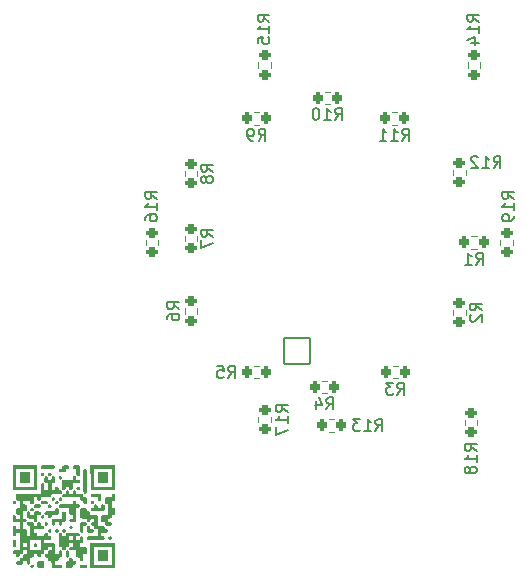
<source format=gbo>
G04 #@! TF.GenerationSoftware,KiCad,Pcbnew,9.0.4-9.0.4-0~ubuntu24.04.1*
G04 #@! TF.CreationDate,2025-09-13T11:56:24+02:00*
G04 #@! TF.ProjectId,SMG_OVN_DE96-00994A,534d475f-4f56-44e5-9f44-4539362d3030,1*
G04 #@! TF.SameCoordinates,Original*
G04 #@! TF.FileFunction,Legend,Bot*
G04 #@! TF.FilePolarity,Positive*
%FSLAX46Y46*%
G04 Gerber Fmt 4.6, Leading zero omitted, Abs format (unit mm)*
G04 Created by KiCad (PCBNEW 9.0.4-9.0.4-0~ubuntu24.04.1) date 2025-09-13 11:56:24*
%MOMM*%
%LPD*%
G01*
G04 APERTURE LIST*
G04 Aperture macros list*
%AMRoundRect*
0 Rectangle with rounded corners*
0 $1 Rounding radius*
0 $2 $3 $4 $5 $6 $7 $8 $9 X,Y pos of 4 corners*
0 Add a 4 corners polygon primitive as box body*
4,1,4,$2,$3,$4,$5,$6,$7,$8,$9,$2,$3,0*
0 Add four circle primitives for the rounded corners*
1,1,$1+$1,$2,$3*
1,1,$1+$1,$4,$5*
1,1,$1+$1,$6,$7*
1,1,$1+$1,$8,$9*
0 Add four rect primitives between the rounded corners*
20,1,$1+$1,$2,$3,$4,$5,0*
20,1,$1+$1,$4,$5,$6,$7,0*
20,1,$1+$1,$6,$7,$8,$9,0*
20,1,$1+$1,$8,$9,$2,$3,0*%
G04 Aperture macros list end*
%ADD10C,0.150000*%
%ADD11C,0.120000*%
%ADD12C,0.000000*%
%ADD13R,1.800000X1.800000*%
%ADD14C,1.800000*%
%ADD15C,2.000000*%
%ADD16RoundRect,0.102000X1.125000X-1.125000X1.125000X1.125000X-1.125000X1.125000X-1.125000X-1.125000X0*%
%ADD17C,2.454000*%
%ADD18RoundRect,0.200000X-0.200000X-0.275000X0.200000X-0.275000X0.200000X0.275000X-0.200000X0.275000X0*%
%ADD19RoundRect,0.200000X0.275000X-0.200000X0.275000X0.200000X-0.275000X0.200000X-0.275000X-0.200000X0*%
%ADD20RoundRect,0.200000X-0.275000X0.200000X-0.275000X-0.200000X0.275000X-0.200000X0.275000X0.200000X0*%
%ADD21RoundRect,0.200000X0.200000X0.275000X-0.200000X0.275000X-0.200000X-0.275000X0.200000X-0.275000X0*%
G04 APERTURE END LIST*
D10*
X154491666Y-118384819D02*
X154824999Y-117908628D01*
X155063094Y-118384819D02*
X155063094Y-117384819D01*
X155063094Y-117384819D02*
X154682142Y-117384819D01*
X154682142Y-117384819D02*
X154586904Y-117432438D01*
X154586904Y-117432438D02*
X154539285Y-117480057D01*
X154539285Y-117480057D02*
X154491666Y-117575295D01*
X154491666Y-117575295D02*
X154491666Y-117718152D01*
X154491666Y-117718152D02*
X154539285Y-117813390D01*
X154539285Y-117813390D02*
X154586904Y-117861009D01*
X154586904Y-117861009D02*
X154682142Y-117908628D01*
X154682142Y-117908628D02*
X155063094Y-117908628D01*
X153634523Y-117718152D02*
X153634523Y-118384819D01*
X153872618Y-117337200D02*
X154110713Y-118051485D01*
X154110713Y-118051485D02*
X153491666Y-118051485D01*
X167634819Y-110008333D02*
X167158628Y-109675000D01*
X167634819Y-109436905D02*
X166634819Y-109436905D01*
X166634819Y-109436905D02*
X166634819Y-109817857D01*
X166634819Y-109817857D02*
X166682438Y-109913095D01*
X166682438Y-109913095D02*
X166730057Y-109960714D01*
X166730057Y-109960714D02*
X166825295Y-110008333D01*
X166825295Y-110008333D02*
X166968152Y-110008333D01*
X166968152Y-110008333D02*
X167063390Y-109960714D01*
X167063390Y-109960714D02*
X167111009Y-109913095D01*
X167111009Y-109913095D02*
X167158628Y-109817857D01*
X167158628Y-109817857D02*
X167158628Y-109436905D01*
X166730057Y-110389286D02*
X166682438Y-110436905D01*
X166682438Y-110436905D02*
X166634819Y-110532143D01*
X166634819Y-110532143D02*
X166634819Y-110770238D01*
X166634819Y-110770238D02*
X166682438Y-110865476D01*
X166682438Y-110865476D02*
X166730057Y-110913095D01*
X166730057Y-110913095D02*
X166825295Y-110960714D01*
X166825295Y-110960714D02*
X166920533Y-110960714D01*
X166920533Y-110960714D02*
X167063390Y-110913095D01*
X167063390Y-110913095D02*
X167634819Y-110341667D01*
X167634819Y-110341667D02*
X167634819Y-110960714D01*
X140149819Y-100552142D02*
X139673628Y-100218809D01*
X140149819Y-99980714D02*
X139149819Y-99980714D01*
X139149819Y-99980714D02*
X139149819Y-100361666D01*
X139149819Y-100361666D02*
X139197438Y-100456904D01*
X139197438Y-100456904D02*
X139245057Y-100504523D01*
X139245057Y-100504523D02*
X139340295Y-100552142D01*
X139340295Y-100552142D02*
X139483152Y-100552142D01*
X139483152Y-100552142D02*
X139578390Y-100504523D01*
X139578390Y-100504523D02*
X139626009Y-100456904D01*
X139626009Y-100456904D02*
X139673628Y-100361666D01*
X139673628Y-100361666D02*
X139673628Y-99980714D01*
X140149819Y-101504523D02*
X140149819Y-100933095D01*
X140149819Y-101218809D02*
X139149819Y-101218809D01*
X139149819Y-101218809D02*
X139292676Y-101123571D01*
X139292676Y-101123571D02*
X139387914Y-101028333D01*
X139387914Y-101028333D02*
X139435533Y-100933095D01*
X139149819Y-102361666D02*
X139149819Y-102171190D01*
X139149819Y-102171190D02*
X139197438Y-102075952D01*
X139197438Y-102075952D02*
X139245057Y-102028333D01*
X139245057Y-102028333D02*
X139387914Y-101933095D01*
X139387914Y-101933095D02*
X139578390Y-101885476D01*
X139578390Y-101885476D02*
X139959342Y-101885476D01*
X139959342Y-101885476D02*
X140054580Y-101933095D01*
X140054580Y-101933095D02*
X140102200Y-101980714D01*
X140102200Y-101980714D02*
X140149819Y-102075952D01*
X140149819Y-102075952D02*
X140149819Y-102266428D01*
X140149819Y-102266428D02*
X140102200Y-102361666D01*
X140102200Y-102361666D02*
X140054580Y-102409285D01*
X140054580Y-102409285D02*
X139959342Y-102456904D01*
X139959342Y-102456904D02*
X139721247Y-102456904D01*
X139721247Y-102456904D02*
X139626009Y-102409285D01*
X139626009Y-102409285D02*
X139578390Y-102361666D01*
X139578390Y-102361666D02*
X139530771Y-102266428D01*
X139530771Y-102266428D02*
X139530771Y-102075952D01*
X139530771Y-102075952D02*
X139578390Y-101980714D01*
X139578390Y-101980714D02*
X139626009Y-101933095D01*
X139626009Y-101933095D02*
X139721247Y-101885476D01*
X158642857Y-120204819D02*
X158976190Y-119728628D01*
X159214285Y-120204819D02*
X159214285Y-119204819D01*
X159214285Y-119204819D02*
X158833333Y-119204819D01*
X158833333Y-119204819D02*
X158738095Y-119252438D01*
X158738095Y-119252438D02*
X158690476Y-119300057D01*
X158690476Y-119300057D02*
X158642857Y-119395295D01*
X158642857Y-119395295D02*
X158642857Y-119538152D01*
X158642857Y-119538152D02*
X158690476Y-119633390D01*
X158690476Y-119633390D02*
X158738095Y-119681009D01*
X158738095Y-119681009D02*
X158833333Y-119728628D01*
X158833333Y-119728628D02*
X159214285Y-119728628D01*
X157690476Y-120204819D02*
X158261904Y-120204819D01*
X157976190Y-120204819D02*
X157976190Y-119204819D01*
X157976190Y-119204819D02*
X158071428Y-119347676D01*
X158071428Y-119347676D02*
X158166666Y-119442914D01*
X158166666Y-119442914D02*
X158261904Y-119490533D01*
X157357142Y-119204819D02*
X156738095Y-119204819D01*
X156738095Y-119204819D02*
X157071428Y-119585771D01*
X157071428Y-119585771D02*
X156928571Y-119585771D01*
X156928571Y-119585771D02*
X156833333Y-119633390D01*
X156833333Y-119633390D02*
X156785714Y-119681009D01*
X156785714Y-119681009D02*
X156738095Y-119776247D01*
X156738095Y-119776247D02*
X156738095Y-120014342D01*
X156738095Y-120014342D02*
X156785714Y-120109580D01*
X156785714Y-120109580D02*
X156833333Y-120157200D01*
X156833333Y-120157200D02*
X156928571Y-120204819D01*
X156928571Y-120204819D02*
X157214285Y-120204819D01*
X157214285Y-120204819D02*
X157309523Y-120157200D01*
X157309523Y-120157200D02*
X157357142Y-120109580D01*
X160892857Y-95634819D02*
X161226190Y-95158628D01*
X161464285Y-95634819D02*
X161464285Y-94634819D01*
X161464285Y-94634819D02*
X161083333Y-94634819D01*
X161083333Y-94634819D02*
X160988095Y-94682438D01*
X160988095Y-94682438D02*
X160940476Y-94730057D01*
X160940476Y-94730057D02*
X160892857Y-94825295D01*
X160892857Y-94825295D02*
X160892857Y-94968152D01*
X160892857Y-94968152D02*
X160940476Y-95063390D01*
X160940476Y-95063390D02*
X160988095Y-95111009D01*
X160988095Y-95111009D02*
X161083333Y-95158628D01*
X161083333Y-95158628D02*
X161464285Y-95158628D01*
X159940476Y-95634819D02*
X160511904Y-95634819D01*
X160226190Y-95634819D02*
X160226190Y-94634819D01*
X160226190Y-94634819D02*
X160321428Y-94777676D01*
X160321428Y-94777676D02*
X160416666Y-94872914D01*
X160416666Y-94872914D02*
X160511904Y-94920533D01*
X158988095Y-95634819D02*
X159559523Y-95634819D01*
X159273809Y-95634819D02*
X159273809Y-94634819D01*
X159273809Y-94634819D02*
X159369047Y-94777676D01*
X159369047Y-94777676D02*
X159464285Y-94872914D01*
X159464285Y-94872914D02*
X159559523Y-94920533D01*
X160491666Y-117134819D02*
X160824999Y-116658628D01*
X161063094Y-117134819D02*
X161063094Y-116134819D01*
X161063094Y-116134819D02*
X160682142Y-116134819D01*
X160682142Y-116134819D02*
X160586904Y-116182438D01*
X160586904Y-116182438D02*
X160539285Y-116230057D01*
X160539285Y-116230057D02*
X160491666Y-116325295D01*
X160491666Y-116325295D02*
X160491666Y-116468152D01*
X160491666Y-116468152D02*
X160539285Y-116563390D01*
X160539285Y-116563390D02*
X160586904Y-116611009D01*
X160586904Y-116611009D02*
X160682142Y-116658628D01*
X160682142Y-116658628D02*
X161063094Y-116658628D01*
X160158332Y-116134819D02*
X159539285Y-116134819D01*
X159539285Y-116134819D02*
X159872618Y-116515771D01*
X159872618Y-116515771D02*
X159729761Y-116515771D01*
X159729761Y-116515771D02*
X159634523Y-116563390D01*
X159634523Y-116563390D02*
X159586904Y-116611009D01*
X159586904Y-116611009D02*
X159539285Y-116706247D01*
X159539285Y-116706247D02*
X159539285Y-116944342D01*
X159539285Y-116944342D02*
X159586904Y-117039580D01*
X159586904Y-117039580D02*
X159634523Y-117087200D01*
X159634523Y-117087200D02*
X159729761Y-117134819D01*
X159729761Y-117134819D02*
X160015475Y-117134819D01*
X160015475Y-117134819D02*
X160110713Y-117087200D01*
X160110713Y-117087200D02*
X160158332Y-117039580D01*
X144884819Y-98258333D02*
X144408628Y-97925000D01*
X144884819Y-97686905D02*
X143884819Y-97686905D01*
X143884819Y-97686905D02*
X143884819Y-98067857D01*
X143884819Y-98067857D02*
X143932438Y-98163095D01*
X143932438Y-98163095D02*
X143980057Y-98210714D01*
X143980057Y-98210714D02*
X144075295Y-98258333D01*
X144075295Y-98258333D02*
X144218152Y-98258333D01*
X144218152Y-98258333D02*
X144313390Y-98210714D01*
X144313390Y-98210714D02*
X144361009Y-98163095D01*
X144361009Y-98163095D02*
X144408628Y-98067857D01*
X144408628Y-98067857D02*
X144408628Y-97686905D01*
X144313390Y-98829762D02*
X144265771Y-98734524D01*
X144265771Y-98734524D02*
X144218152Y-98686905D01*
X144218152Y-98686905D02*
X144122914Y-98639286D01*
X144122914Y-98639286D02*
X144075295Y-98639286D01*
X144075295Y-98639286D02*
X143980057Y-98686905D01*
X143980057Y-98686905D02*
X143932438Y-98734524D01*
X143932438Y-98734524D02*
X143884819Y-98829762D01*
X143884819Y-98829762D02*
X143884819Y-99020238D01*
X143884819Y-99020238D02*
X143932438Y-99115476D01*
X143932438Y-99115476D02*
X143980057Y-99163095D01*
X143980057Y-99163095D02*
X144075295Y-99210714D01*
X144075295Y-99210714D02*
X144122914Y-99210714D01*
X144122914Y-99210714D02*
X144218152Y-99163095D01*
X144218152Y-99163095D02*
X144265771Y-99115476D01*
X144265771Y-99115476D02*
X144313390Y-99020238D01*
X144313390Y-99020238D02*
X144313390Y-98829762D01*
X144313390Y-98829762D02*
X144361009Y-98734524D01*
X144361009Y-98734524D02*
X144408628Y-98686905D01*
X144408628Y-98686905D02*
X144503866Y-98639286D01*
X144503866Y-98639286D02*
X144694342Y-98639286D01*
X144694342Y-98639286D02*
X144789580Y-98686905D01*
X144789580Y-98686905D02*
X144837200Y-98734524D01*
X144837200Y-98734524D02*
X144884819Y-98829762D01*
X144884819Y-98829762D02*
X144884819Y-99020238D01*
X144884819Y-99020238D02*
X144837200Y-99115476D01*
X144837200Y-99115476D02*
X144789580Y-99163095D01*
X144789580Y-99163095D02*
X144694342Y-99210714D01*
X144694342Y-99210714D02*
X144503866Y-99210714D01*
X144503866Y-99210714D02*
X144408628Y-99163095D01*
X144408628Y-99163095D02*
X144361009Y-99115476D01*
X144361009Y-99115476D02*
X144313390Y-99020238D01*
X167166666Y-106134819D02*
X167499999Y-105658628D01*
X167738094Y-106134819D02*
X167738094Y-105134819D01*
X167738094Y-105134819D02*
X167357142Y-105134819D01*
X167357142Y-105134819D02*
X167261904Y-105182438D01*
X167261904Y-105182438D02*
X167214285Y-105230057D01*
X167214285Y-105230057D02*
X167166666Y-105325295D01*
X167166666Y-105325295D02*
X167166666Y-105468152D01*
X167166666Y-105468152D02*
X167214285Y-105563390D01*
X167214285Y-105563390D02*
X167261904Y-105611009D01*
X167261904Y-105611009D02*
X167357142Y-105658628D01*
X167357142Y-105658628D02*
X167738094Y-105658628D01*
X166214285Y-106134819D02*
X166785713Y-106134819D01*
X166499999Y-106134819D02*
X166499999Y-105134819D01*
X166499999Y-105134819D02*
X166595237Y-105277676D01*
X166595237Y-105277676D02*
X166690475Y-105372914D01*
X166690475Y-105372914D02*
X166785713Y-105420533D01*
X167204819Y-121912142D02*
X166728628Y-121578809D01*
X167204819Y-121340714D02*
X166204819Y-121340714D01*
X166204819Y-121340714D02*
X166204819Y-121721666D01*
X166204819Y-121721666D02*
X166252438Y-121816904D01*
X166252438Y-121816904D02*
X166300057Y-121864523D01*
X166300057Y-121864523D02*
X166395295Y-121912142D01*
X166395295Y-121912142D02*
X166538152Y-121912142D01*
X166538152Y-121912142D02*
X166633390Y-121864523D01*
X166633390Y-121864523D02*
X166681009Y-121816904D01*
X166681009Y-121816904D02*
X166728628Y-121721666D01*
X166728628Y-121721666D02*
X166728628Y-121340714D01*
X167204819Y-122864523D02*
X167204819Y-122293095D01*
X167204819Y-122578809D02*
X166204819Y-122578809D01*
X166204819Y-122578809D02*
X166347676Y-122483571D01*
X166347676Y-122483571D02*
X166442914Y-122388333D01*
X166442914Y-122388333D02*
X166490533Y-122293095D01*
X166633390Y-123435952D02*
X166585771Y-123340714D01*
X166585771Y-123340714D02*
X166538152Y-123293095D01*
X166538152Y-123293095D02*
X166442914Y-123245476D01*
X166442914Y-123245476D02*
X166395295Y-123245476D01*
X166395295Y-123245476D02*
X166300057Y-123293095D01*
X166300057Y-123293095D02*
X166252438Y-123340714D01*
X166252438Y-123340714D02*
X166204819Y-123435952D01*
X166204819Y-123435952D02*
X166204819Y-123626428D01*
X166204819Y-123626428D02*
X166252438Y-123721666D01*
X166252438Y-123721666D02*
X166300057Y-123769285D01*
X166300057Y-123769285D02*
X166395295Y-123816904D01*
X166395295Y-123816904D02*
X166442914Y-123816904D01*
X166442914Y-123816904D02*
X166538152Y-123769285D01*
X166538152Y-123769285D02*
X166585771Y-123721666D01*
X166585771Y-123721666D02*
X166633390Y-123626428D01*
X166633390Y-123626428D02*
X166633390Y-123435952D01*
X166633390Y-123435952D02*
X166681009Y-123340714D01*
X166681009Y-123340714D02*
X166728628Y-123293095D01*
X166728628Y-123293095D02*
X166823866Y-123245476D01*
X166823866Y-123245476D02*
X167014342Y-123245476D01*
X167014342Y-123245476D02*
X167109580Y-123293095D01*
X167109580Y-123293095D02*
X167157200Y-123340714D01*
X167157200Y-123340714D02*
X167204819Y-123435952D01*
X167204819Y-123435952D02*
X167204819Y-123626428D01*
X167204819Y-123626428D02*
X167157200Y-123721666D01*
X167157200Y-123721666D02*
X167109580Y-123769285D01*
X167109580Y-123769285D02*
X167014342Y-123816904D01*
X167014342Y-123816904D02*
X166823866Y-123816904D01*
X166823866Y-123816904D02*
X166728628Y-123769285D01*
X166728628Y-123769285D02*
X166681009Y-123721666D01*
X166681009Y-123721666D02*
X166633390Y-123626428D01*
X155217857Y-93884819D02*
X155551190Y-93408628D01*
X155789285Y-93884819D02*
X155789285Y-92884819D01*
X155789285Y-92884819D02*
X155408333Y-92884819D01*
X155408333Y-92884819D02*
X155313095Y-92932438D01*
X155313095Y-92932438D02*
X155265476Y-92980057D01*
X155265476Y-92980057D02*
X155217857Y-93075295D01*
X155217857Y-93075295D02*
X155217857Y-93218152D01*
X155217857Y-93218152D02*
X155265476Y-93313390D01*
X155265476Y-93313390D02*
X155313095Y-93361009D01*
X155313095Y-93361009D02*
X155408333Y-93408628D01*
X155408333Y-93408628D02*
X155789285Y-93408628D01*
X154265476Y-93884819D02*
X154836904Y-93884819D01*
X154551190Y-93884819D02*
X154551190Y-92884819D01*
X154551190Y-92884819D02*
X154646428Y-93027676D01*
X154646428Y-93027676D02*
X154741666Y-93122914D01*
X154741666Y-93122914D02*
X154836904Y-93170533D01*
X153646428Y-92884819D02*
X153551190Y-92884819D01*
X153551190Y-92884819D02*
X153455952Y-92932438D01*
X153455952Y-92932438D02*
X153408333Y-92980057D01*
X153408333Y-92980057D02*
X153360714Y-93075295D01*
X153360714Y-93075295D02*
X153313095Y-93265771D01*
X153313095Y-93265771D02*
X153313095Y-93503866D01*
X153313095Y-93503866D02*
X153360714Y-93694342D01*
X153360714Y-93694342D02*
X153408333Y-93789580D01*
X153408333Y-93789580D02*
X153455952Y-93837200D01*
X153455952Y-93837200D02*
X153551190Y-93884819D01*
X153551190Y-93884819D02*
X153646428Y-93884819D01*
X153646428Y-93884819D02*
X153741666Y-93837200D01*
X153741666Y-93837200D02*
X153789285Y-93789580D01*
X153789285Y-93789580D02*
X153836904Y-93694342D01*
X153836904Y-93694342D02*
X153884523Y-93503866D01*
X153884523Y-93503866D02*
X153884523Y-93265771D01*
X153884523Y-93265771D02*
X153836904Y-93075295D01*
X153836904Y-93075295D02*
X153789285Y-92980057D01*
X153789285Y-92980057D02*
X153741666Y-92932438D01*
X153741666Y-92932438D02*
X153646428Y-92884819D01*
X144884819Y-103758333D02*
X144408628Y-103425000D01*
X144884819Y-103186905D02*
X143884819Y-103186905D01*
X143884819Y-103186905D02*
X143884819Y-103567857D01*
X143884819Y-103567857D02*
X143932438Y-103663095D01*
X143932438Y-103663095D02*
X143980057Y-103710714D01*
X143980057Y-103710714D02*
X144075295Y-103758333D01*
X144075295Y-103758333D02*
X144218152Y-103758333D01*
X144218152Y-103758333D02*
X144313390Y-103710714D01*
X144313390Y-103710714D02*
X144361009Y-103663095D01*
X144361009Y-103663095D02*
X144408628Y-103567857D01*
X144408628Y-103567857D02*
X144408628Y-103186905D01*
X143884819Y-104091667D02*
X143884819Y-104758333D01*
X143884819Y-104758333D02*
X144884819Y-104329762D01*
X149659819Y-85552142D02*
X149183628Y-85218809D01*
X149659819Y-84980714D02*
X148659819Y-84980714D01*
X148659819Y-84980714D02*
X148659819Y-85361666D01*
X148659819Y-85361666D02*
X148707438Y-85456904D01*
X148707438Y-85456904D02*
X148755057Y-85504523D01*
X148755057Y-85504523D02*
X148850295Y-85552142D01*
X148850295Y-85552142D02*
X148993152Y-85552142D01*
X148993152Y-85552142D02*
X149088390Y-85504523D01*
X149088390Y-85504523D02*
X149136009Y-85456904D01*
X149136009Y-85456904D02*
X149183628Y-85361666D01*
X149183628Y-85361666D02*
X149183628Y-84980714D01*
X149659819Y-86504523D02*
X149659819Y-85933095D01*
X149659819Y-86218809D02*
X148659819Y-86218809D01*
X148659819Y-86218809D02*
X148802676Y-86123571D01*
X148802676Y-86123571D02*
X148897914Y-86028333D01*
X148897914Y-86028333D02*
X148945533Y-85933095D01*
X148659819Y-87409285D02*
X148659819Y-86933095D01*
X148659819Y-86933095D02*
X149136009Y-86885476D01*
X149136009Y-86885476D02*
X149088390Y-86933095D01*
X149088390Y-86933095D02*
X149040771Y-87028333D01*
X149040771Y-87028333D02*
X149040771Y-87266428D01*
X149040771Y-87266428D02*
X149088390Y-87361666D01*
X149088390Y-87361666D02*
X149136009Y-87409285D01*
X149136009Y-87409285D02*
X149231247Y-87456904D01*
X149231247Y-87456904D02*
X149469342Y-87456904D01*
X149469342Y-87456904D02*
X149564580Y-87409285D01*
X149564580Y-87409285D02*
X149612200Y-87361666D01*
X149612200Y-87361666D02*
X149659819Y-87266428D01*
X149659819Y-87266428D02*
X149659819Y-87028333D01*
X149659819Y-87028333D02*
X149612200Y-86933095D01*
X149612200Y-86933095D02*
X149564580Y-86885476D01*
X146166666Y-115704819D02*
X146499999Y-115228628D01*
X146738094Y-115704819D02*
X146738094Y-114704819D01*
X146738094Y-114704819D02*
X146357142Y-114704819D01*
X146357142Y-114704819D02*
X146261904Y-114752438D01*
X146261904Y-114752438D02*
X146214285Y-114800057D01*
X146214285Y-114800057D02*
X146166666Y-114895295D01*
X146166666Y-114895295D02*
X146166666Y-115038152D01*
X146166666Y-115038152D02*
X146214285Y-115133390D01*
X146214285Y-115133390D02*
X146261904Y-115181009D01*
X146261904Y-115181009D02*
X146357142Y-115228628D01*
X146357142Y-115228628D02*
X146738094Y-115228628D01*
X145261904Y-114704819D02*
X145738094Y-114704819D01*
X145738094Y-114704819D02*
X145785713Y-115181009D01*
X145785713Y-115181009D02*
X145738094Y-115133390D01*
X145738094Y-115133390D02*
X145642856Y-115085771D01*
X145642856Y-115085771D02*
X145404761Y-115085771D01*
X145404761Y-115085771D02*
X145309523Y-115133390D01*
X145309523Y-115133390D02*
X145261904Y-115181009D01*
X145261904Y-115181009D02*
X145214285Y-115276247D01*
X145214285Y-115276247D02*
X145214285Y-115514342D01*
X145214285Y-115514342D02*
X145261904Y-115609580D01*
X145261904Y-115609580D02*
X145309523Y-115657200D01*
X145309523Y-115657200D02*
X145404761Y-115704819D01*
X145404761Y-115704819D02*
X145642856Y-115704819D01*
X145642856Y-115704819D02*
X145738094Y-115657200D01*
X145738094Y-115657200D02*
X145785713Y-115609580D01*
X167419819Y-85552142D02*
X166943628Y-85218809D01*
X167419819Y-84980714D02*
X166419819Y-84980714D01*
X166419819Y-84980714D02*
X166419819Y-85361666D01*
X166419819Y-85361666D02*
X166467438Y-85456904D01*
X166467438Y-85456904D02*
X166515057Y-85504523D01*
X166515057Y-85504523D02*
X166610295Y-85552142D01*
X166610295Y-85552142D02*
X166753152Y-85552142D01*
X166753152Y-85552142D02*
X166848390Y-85504523D01*
X166848390Y-85504523D02*
X166896009Y-85456904D01*
X166896009Y-85456904D02*
X166943628Y-85361666D01*
X166943628Y-85361666D02*
X166943628Y-84980714D01*
X167419819Y-86504523D02*
X167419819Y-85933095D01*
X167419819Y-86218809D02*
X166419819Y-86218809D01*
X166419819Y-86218809D02*
X166562676Y-86123571D01*
X166562676Y-86123571D02*
X166657914Y-86028333D01*
X166657914Y-86028333D02*
X166705533Y-85933095D01*
X166753152Y-87361666D02*
X167419819Y-87361666D01*
X166372200Y-87123571D02*
X167086485Y-86885476D01*
X167086485Y-86885476D02*
X167086485Y-87504523D01*
X148741666Y-95634819D02*
X149074999Y-95158628D01*
X149313094Y-95634819D02*
X149313094Y-94634819D01*
X149313094Y-94634819D02*
X148932142Y-94634819D01*
X148932142Y-94634819D02*
X148836904Y-94682438D01*
X148836904Y-94682438D02*
X148789285Y-94730057D01*
X148789285Y-94730057D02*
X148741666Y-94825295D01*
X148741666Y-94825295D02*
X148741666Y-94968152D01*
X148741666Y-94968152D02*
X148789285Y-95063390D01*
X148789285Y-95063390D02*
X148836904Y-95111009D01*
X148836904Y-95111009D02*
X148932142Y-95158628D01*
X148932142Y-95158628D02*
X149313094Y-95158628D01*
X148265475Y-95634819D02*
X148074999Y-95634819D01*
X148074999Y-95634819D02*
X147979761Y-95587200D01*
X147979761Y-95587200D02*
X147932142Y-95539580D01*
X147932142Y-95539580D02*
X147836904Y-95396723D01*
X147836904Y-95396723D02*
X147789285Y-95206247D01*
X147789285Y-95206247D02*
X147789285Y-94825295D01*
X147789285Y-94825295D02*
X147836904Y-94730057D01*
X147836904Y-94730057D02*
X147884523Y-94682438D01*
X147884523Y-94682438D02*
X147979761Y-94634819D01*
X147979761Y-94634819D02*
X148170237Y-94634819D01*
X148170237Y-94634819D02*
X148265475Y-94682438D01*
X148265475Y-94682438D02*
X148313094Y-94730057D01*
X148313094Y-94730057D02*
X148360713Y-94825295D01*
X148360713Y-94825295D02*
X148360713Y-95063390D01*
X148360713Y-95063390D02*
X148313094Y-95158628D01*
X148313094Y-95158628D02*
X148265475Y-95206247D01*
X148265475Y-95206247D02*
X148170237Y-95253866D01*
X148170237Y-95253866D02*
X147979761Y-95253866D01*
X147979761Y-95253866D02*
X147884523Y-95206247D01*
X147884523Y-95206247D02*
X147836904Y-95158628D01*
X147836904Y-95158628D02*
X147789285Y-95063390D01*
X170369819Y-100552142D02*
X169893628Y-100218809D01*
X170369819Y-99980714D02*
X169369819Y-99980714D01*
X169369819Y-99980714D02*
X169369819Y-100361666D01*
X169369819Y-100361666D02*
X169417438Y-100456904D01*
X169417438Y-100456904D02*
X169465057Y-100504523D01*
X169465057Y-100504523D02*
X169560295Y-100552142D01*
X169560295Y-100552142D02*
X169703152Y-100552142D01*
X169703152Y-100552142D02*
X169798390Y-100504523D01*
X169798390Y-100504523D02*
X169846009Y-100456904D01*
X169846009Y-100456904D02*
X169893628Y-100361666D01*
X169893628Y-100361666D02*
X169893628Y-99980714D01*
X170369819Y-101504523D02*
X170369819Y-100933095D01*
X170369819Y-101218809D02*
X169369819Y-101218809D01*
X169369819Y-101218809D02*
X169512676Y-101123571D01*
X169512676Y-101123571D02*
X169607914Y-101028333D01*
X169607914Y-101028333D02*
X169655533Y-100933095D01*
X170369819Y-101980714D02*
X170369819Y-102171190D01*
X170369819Y-102171190D02*
X170322200Y-102266428D01*
X170322200Y-102266428D02*
X170274580Y-102314047D01*
X170274580Y-102314047D02*
X170131723Y-102409285D01*
X170131723Y-102409285D02*
X169941247Y-102456904D01*
X169941247Y-102456904D02*
X169560295Y-102456904D01*
X169560295Y-102456904D02*
X169465057Y-102409285D01*
X169465057Y-102409285D02*
X169417438Y-102361666D01*
X169417438Y-102361666D02*
X169369819Y-102266428D01*
X169369819Y-102266428D02*
X169369819Y-102075952D01*
X169369819Y-102075952D02*
X169417438Y-101980714D01*
X169417438Y-101980714D02*
X169465057Y-101933095D01*
X169465057Y-101933095D02*
X169560295Y-101885476D01*
X169560295Y-101885476D02*
X169798390Y-101885476D01*
X169798390Y-101885476D02*
X169893628Y-101933095D01*
X169893628Y-101933095D02*
X169941247Y-101980714D01*
X169941247Y-101980714D02*
X169988866Y-102075952D01*
X169988866Y-102075952D02*
X169988866Y-102266428D01*
X169988866Y-102266428D02*
X169941247Y-102361666D01*
X169941247Y-102361666D02*
X169893628Y-102409285D01*
X169893628Y-102409285D02*
X169798390Y-102456904D01*
X142024819Y-109908333D02*
X141548628Y-109575000D01*
X142024819Y-109336905D02*
X141024819Y-109336905D01*
X141024819Y-109336905D02*
X141024819Y-109717857D01*
X141024819Y-109717857D02*
X141072438Y-109813095D01*
X141072438Y-109813095D02*
X141120057Y-109860714D01*
X141120057Y-109860714D02*
X141215295Y-109908333D01*
X141215295Y-109908333D02*
X141358152Y-109908333D01*
X141358152Y-109908333D02*
X141453390Y-109860714D01*
X141453390Y-109860714D02*
X141501009Y-109813095D01*
X141501009Y-109813095D02*
X141548628Y-109717857D01*
X141548628Y-109717857D02*
X141548628Y-109336905D01*
X141024819Y-110765476D02*
X141024819Y-110575000D01*
X141024819Y-110575000D02*
X141072438Y-110479762D01*
X141072438Y-110479762D02*
X141120057Y-110432143D01*
X141120057Y-110432143D02*
X141262914Y-110336905D01*
X141262914Y-110336905D02*
X141453390Y-110289286D01*
X141453390Y-110289286D02*
X141834342Y-110289286D01*
X141834342Y-110289286D02*
X141929580Y-110336905D01*
X141929580Y-110336905D02*
X141977200Y-110384524D01*
X141977200Y-110384524D02*
X142024819Y-110479762D01*
X142024819Y-110479762D02*
X142024819Y-110670238D01*
X142024819Y-110670238D02*
X141977200Y-110765476D01*
X141977200Y-110765476D02*
X141929580Y-110813095D01*
X141929580Y-110813095D02*
X141834342Y-110860714D01*
X141834342Y-110860714D02*
X141596247Y-110860714D01*
X141596247Y-110860714D02*
X141501009Y-110813095D01*
X141501009Y-110813095D02*
X141453390Y-110765476D01*
X141453390Y-110765476D02*
X141405771Y-110670238D01*
X141405771Y-110670238D02*
X141405771Y-110479762D01*
X141405771Y-110479762D02*
X141453390Y-110384524D01*
X141453390Y-110384524D02*
X141501009Y-110336905D01*
X141501009Y-110336905D02*
X141596247Y-110289286D01*
X151204819Y-118607142D02*
X150728628Y-118273809D01*
X151204819Y-118035714D02*
X150204819Y-118035714D01*
X150204819Y-118035714D02*
X150204819Y-118416666D01*
X150204819Y-118416666D02*
X150252438Y-118511904D01*
X150252438Y-118511904D02*
X150300057Y-118559523D01*
X150300057Y-118559523D02*
X150395295Y-118607142D01*
X150395295Y-118607142D02*
X150538152Y-118607142D01*
X150538152Y-118607142D02*
X150633390Y-118559523D01*
X150633390Y-118559523D02*
X150681009Y-118511904D01*
X150681009Y-118511904D02*
X150728628Y-118416666D01*
X150728628Y-118416666D02*
X150728628Y-118035714D01*
X151204819Y-119559523D02*
X151204819Y-118988095D01*
X151204819Y-119273809D02*
X150204819Y-119273809D01*
X150204819Y-119273809D02*
X150347676Y-119178571D01*
X150347676Y-119178571D02*
X150442914Y-119083333D01*
X150442914Y-119083333D02*
X150490533Y-118988095D01*
X150204819Y-119892857D02*
X150204819Y-120559523D01*
X150204819Y-120559523D02*
X151204819Y-120130952D01*
X168642857Y-97954819D02*
X168976190Y-97478628D01*
X169214285Y-97954819D02*
X169214285Y-96954819D01*
X169214285Y-96954819D02*
X168833333Y-96954819D01*
X168833333Y-96954819D02*
X168738095Y-97002438D01*
X168738095Y-97002438D02*
X168690476Y-97050057D01*
X168690476Y-97050057D02*
X168642857Y-97145295D01*
X168642857Y-97145295D02*
X168642857Y-97288152D01*
X168642857Y-97288152D02*
X168690476Y-97383390D01*
X168690476Y-97383390D02*
X168738095Y-97431009D01*
X168738095Y-97431009D02*
X168833333Y-97478628D01*
X168833333Y-97478628D02*
X169214285Y-97478628D01*
X167690476Y-97954819D02*
X168261904Y-97954819D01*
X167976190Y-97954819D02*
X167976190Y-96954819D01*
X167976190Y-96954819D02*
X168071428Y-97097676D01*
X168071428Y-97097676D02*
X168166666Y-97192914D01*
X168166666Y-97192914D02*
X168261904Y-97240533D01*
X167309523Y-97050057D02*
X167261904Y-97002438D01*
X167261904Y-97002438D02*
X167166666Y-96954819D01*
X167166666Y-96954819D02*
X166928571Y-96954819D01*
X166928571Y-96954819D02*
X166833333Y-97002438D01*
X166833333Y-97002438D02*
X166785714Y-97050057D01*
X166785714Y-97050057D02*
X166738095Y-97145295D01*
X166738095Y-97145295D02*
X166738095Y-97240533D01*
X166738095Y-97240533D02*
X166785714Y-97383390D01*
X166785714Y-97383390D02*
X167357142Y-97954819D01*
X167357142Y-97954819D02*
X166738095Y-97954819D01*
D11*
G04 #@! TO.C,R4*
X154087742Y-115977500D02*
X154562258Y-115977500D01*
X154087742Y-117022500D02*
X154562258Y-117022500D01*
G04 #@! TO.C,R2*
X165227500Y-110412258D02*
X165227500Y-109937742D01*
X166272500Y-110412258D02*
X166272500Y-109937742D01*
G04 #@! TO.C,R16*
X139227500Y-104012742D02*
X139227500Y-104487258D01*
X140272500Y-104012742D02*
X140272500Y-104487258D01*
G04 #@! TO.C,R13*
X155162258Y-119227500D02*
X154687742Y-119227500D01*
X155162258Y-120272500D02*
X154687742Y-120272500D01*
G04 #@! TO.C,R11*
X160012742Y-93227500D02*
X160487258Y-93227500D01*
X160012742Y-94272500D02*
X160487258Y-94272500D01*
G04 #@! TO.C,R3*
X160087742Y-114727500D02*
X160562258Y-114727500D01*
X160087742Y-115772500D02*
X160562258Y-115772500D01*
D12*
G04 #@! TO.C,G\u002A\u002A\u002A*
G36*
X129417468Y-124183984D02*
G01*
X129417468Y-124633282D01*
X128965728Y-124633282D01*
X128513988Y-124633282D01*
X128513988Y-124183984D01*
X128513988Y-123734686D01*
X128965728Y-123734686D01*
X129417468Y-123734686D01*
X129417468Y-124183984D01*
G37*
G36*
X136015314Y-124183984D02*
G01*
X136015314Y-124633282D01*
X135566016Y-124633282D01*
X135116718Y-124633282D01*
X135116718Y-124183984D01*
X135116718Y-123734686D01*
X135566016Y-123734686D01*
X136015314Y-123734686D01*
X136015314Y-124183984D01*
G37*
G36*
X136015314Y-130784272D02*
G01*
X136015314Y-131236012D01*
X135566016Y-131236012D01*
X135116718Y-131236012D01*
X135116718Y-130784272D01*
X135116718Y-130332532D01*
X135566016Y-130332532D01*
X136015314Y-130332532D01*
X136015314Y-130784272D01*
G37*
G36*
X136616007Y-131831821D02*
G01*
X135566016Y-131831821D01*
X134516026Y-131831821D01*
X134516026Y-130784272D01*
X134516026Y-130034628D01*
X134818814Y-130034628D01*
X134818814Y-130784272D01*
X134818814Y-131533916D01*
X135568458Y-131533916D01*
X136318102Y-131533916D01*
X136318102Y-130784272D01*
X136318102Y-130034628D01*
X135568458Y-130034628D01*
X134818814Y-130034628D01*
X134516026Y-130034628D01*
X134516026Y-129736724D01*
X135566016Y-129736724D01*
X136616007Y-129736724D01*
X136616007Y-130784272D01*
X136616007Y-131831821D01*
G37*
G36*
X130013276Y-124183984D02*
G01*
X130013276Y-125233974D01*
X128965728Y-125233974D01*
X127918179Y-125233974D01*
X127918179Y-124183984D01*
X127918179Y-123431898D01*
X128216084Y-123431898D01*
X128216084Y-124181542D01*
X128216084Y-124931186D01*
X128965728Y-124931186D01*
X129715372Y-124931186D01*
X129715372Y-124181542D01*
X129715372Y-123431898D01*
X128965728Y-123431898D01*
X128216084Y-123431898D01*
X127918179Y-123431898D01*
X127918179Y-123133993D01*
X128965728Y-123133993D01*
X130013276Y-123133993D01*
X130013276Y-124181542D01*
X130013276Y-124183984D01*
G37*
G36*
X136616007Y-124183995D02*
G01*
X136616007Y-125233997D01*
X135567237Y-125232764D01*
X134518468Y-125231532D01*
X134517236Y-124182763D01*
X134516353Y-123431898D01*
X134818814Y-123431898D01*
X134818814Y-124181542D01*
X134818814Y-124931186D01*
X135568458Y-124931186D01*
X136318102Y-124931186D01*
X136318102Y-124181542D01*
X136318102Y-123431898D01*
X135568458Y-123431898D01*
X134818814Y-123431898D01*
X134516353Y-123431898D01*
X134516003Y-123133993D01*
X135566005Y-123133993D01*
X136616007Y-123133993D01*
X136616007Y-124181542D01*
X136616007Y-124183995D01*
G37*
G36*
X129888459Y-129736258D02*
G01*
X129924630Y-129746785D01*
X129957247Y-129765206D01*
X129983222Y-129790642D01*
X130002152Y-129822691D01*
X130013633Y-129860950D01*
X130014632Y-129867258D01*
X130014572Y-129901626D01*
X130006019Y-129935114D01*
X129990000Y-129966104D01*
X129967544Y-129992980D01*
X129939680Y-130014125D01*
X129907436Y-130027922D01*
X129877931Y-130033146D01*
X129842782Y-130031519D01*
X129809924Y-130021924D01*
X129780413Y-130005352D01*
X129755306Y-129982792D01*
X129735660Y-129955234D01*
X129722532Y-129923666D01*
X129716978Y-129889078D01*
X129720054Y-129852460D01*
X129724591Y-129835964D01*
X129739940Y-129804619D01*
X129762101Y-129777767D01*
X129789553Y-129756456D01*
X129820776Y-129741736D01*
X129854251Y-129734653D01*
X129888459Y-129736258D01*
G37*
G36*
X131998609Y-124037736D02*
G01*
X132031019Y-124048607D01*
X132046244Y-124057051D01*
X132075607Y-124080696D01*
X132097222Y-124109852D01*
X132110588Y-124143730D01*
X132115207Y-124181542D01*
X132113653Y-124204063D01*
X132103927Y-124240110D01*
X132085943Y-124272060D01*
X132060475Y-124298695D01*
X132028292Y-124318796D01*
X132024523Y-124320448D01*
X131996740Y-124328174D01*
X131965636Y-124330820D01*
X131935060Y-124328326D01*
X131908865Y-124320635D01*
X131885426Y-124307752D01*
X131856632Y-124283434D01*
X131835403Y-124253679D01*
X131822354Y-124219431D01*
X131818103Y-124181634D01*
X131820092Y-124158278D01*
X131830333Y-124122946D01*
X131848447Y-124091613D01*
X131873509Y-124065725D01*
X131904592Y-124046725D01*
X131927972Y-124038843D01*
X131963197Y-124034465D01*
X131998609Y-124037736D01*
G37*
G36*
X130500023Y-123737662D02*
G01*
X130532668Y-123749469D01*
X130562496Y-123769721D01*
X130577506Y-123784149D01*
X130596505Y-123809267D01*
X130607887Y-123836864D01*
X130612934Y-123869481D01*
X130613412Y-123886879D01*
X130612283Y-123909202D01*
X130609388Y-123926348D01*
X130596833Y-123955991D01*
X130575566Y-123984378D01*
X130547856Y-124007374D01*
X130515294Y-124023339D01*
X130482773Y-124030712D01*
X130446571Y-124030295D01*
X130412024Y-124021218D01*
X130380492Y-124004043D01*
X130353340Y-123979333D01*
X130331931Y-123947651D01*
X130328836Y-123941006D01*
X130320767Y-123912574D01*
X130318014Y-123880798D01*
X130320670Y-123849460D01*
X130328830Y-123822344D01*
X130346021Y-123793729D01*
X130370692Y-123768273D01*
X130399898Y-123749607D01*
X130432168Y-123738062D01*
X130466034Y-123733970D01*
X130500023Y-123737662D01*
G37*
G36*
X130793550Y-127937304D02*
G01*
X130826192Y-127947212D01*
X130856150Y-127964460D01*
X130882006Y-127988852D01*
X130902337Y-128020189D01*
X130904933Y-128025972D01*
X130912736Y-128054801D01*
X130914936Y-128086955D01*
X130911528Y-128118664D01*
X130902508Y-128146153D01*
X130894745Y-128159861D01*
X130874119Y-128185926D01*
X130849155Y-128207708D01*
X130822675Y-128222510D01*
X130797070Y-128229458D01*
X130763102Y-128231619D01*
X130729101Y-128227235D01*
X130698830Y-128216489D01*
X130677770Y-128203405D01*
X130652092Y-128178876D01*
X130633367Y-128149613D01*
X130621890Y-128117140D01*
X130617953Y-128082981D01*
X130621851Y-128048659D01*
X130633877Y-128015698D01*
X130654325Y-127985622D01*
X130664558Y-127975043D01*
X130693729Y-127953607D01*
X130725899Y-127940304D01*
X130759646Y-127934936D01*
X130793550Y-127937304D01*
G37*
G36*
X131998052Y-125837867D02*
G01*
X132029471Y-125848376D01*
X132058286Y-125865999D01*
X132083159Y-125890732D01*
X132102750Y-125922573D01*
X132110503Y-125944302D01*
X132115482Y-125977355D01*
X132113663Y-126010552D01*
X132104981Y-126040379D01*
X132095654Y-126057923D01*
X132071764Y-126087879D01*
X132041300Y-126111795D01*
X132005816Y-126128294D01*
X131995432Y-126130614D01*
X131972502Y-126131727D01*
X131946584Y-126129495D01*
X131921436Y-126124334D01*
X131900817Y-126116662D01*
X131890048Y-126110599D01*
X131860874Y-126087514D01*
X131838752Y-126059189D01*
X131824192Y-126027040D01*
X131817700Y-125992483D01*
X131819785Y-125956936D01*
X131830955Y-125921814D01*
X131848722Y-125892170D01*
X131873091Y-125867051D01*
X131901547Y-125849065D01*
X131932751Y-125838208D01*
X131965365Y-125834477D01*
X131998052Y-125837867D01*
G37*
G36*
X134686790Y-126135734D02*
G01*
X134720677Y-126144159D01*
X134752058Y-126160423D01*
X134779307Y-126184512D01*
X134799205Y-126213810D01*
X134811477Y-126247401D01*
X134815534Y-126282929D01*
X134811384Y-126318711D01*
X134799032Y-126353064D01*
X134778487Y-126384305D01*
X134764983Y-126396863D01*
X134743325Y-126411142D01*
X134718957Y-126422956D01*
X134695635Y-126430224D01*
X134670713Y-126432790D01*
X134636520Y-126428530D01*
X134600443Y-126415230D01*
X134585739Y-126407298D01*
X134557013Y-126384548D01*
X134536141Y-126356122D01*
X134523389Y-126322451D01*
X134519024Y-126283965D01*
X134519375Y-126270567D01*
X134524601Y-126237965D01*
X134536925Y-126209453D01*
X134557424Y-126182176D01*
X134558702Y-126180780D01*
X134586353Y-126157672D01*
X134618002Y-126142474D01*
X134652023Y-126135166D01*
X134686790Y-126135734D01*
G37*
G36*
X131088286Y-126436625D02*
G01*
X131118678Y-126443448D01*
X131145354Y-126457184D01*
X131171070Y-126478950D01*
X131187013Y-126496738D01*
X131203128Y-126522854D01*
X131211956Y-126551825D01*
X131214613Y-126586402D01*
X131214595Y-126588586D01*
X131209439Y-126625555D01*
X131195673Y-126658884D01*
X131174078Y-126687523D01*
X131145434Y-126710420D01*
X131110520Y-126726527D01*
X131087597Y-126730998D01*
X131058313Y-126731320D01*
X131028859Y-126727145D01*
X131003511Y-126718782D01*
X130976984Y-126702858D01*
X130951656Y-126678750D01*
X130933334Y-126650435D01*
X130922026Y-126619281D01*
X130917741Y-126586656D01*
X130920487Y-126553929D01*
X130930272Y-126522469D01*
X130947103Y-126493642D01*
X130970989Y-126468817D01*
X131001937Y-126449363D01*
X131019867Y-126441801D01*
X131040172Y-126436747D01*
X131063618Y-126435362D01*
X131088286Y-126436625D01*
G37*
G36*
X131088952Y-128536701D02*
G01*
X131119095Y-128543587D01*
X131145547Y-128557292D01*
X131171070Y-128578930D01*
X131187620Y-128597490D01*
X131203386Y-128623413D01*
X131212028Y-128652272D01*
X131214661Y-128686823D01*
X131211327Y-128717285D01*
X131199261Y-128751108D01*
X131179328Y-128781031D01*
X131152512Y-128805634D01*
X131119799Y-128823497D01*
X131096505Y-128829854D01*
X131064059Y-128832095D01*
X131031282Y-128828265D01*
X131002086Y-128818527D01*
X130980362Y-128805810D01*
X130953901Y-128782157D01*
X130934603Y-128754132D01*
X130922473Y-128723101D01*
X130917519Y-128690430D01*
X130919750Y-128657487D01*
X130929171Y-128625638D01*
X130945791Y-128596250D01*
X130969616Y-128570690D01*
X131000654Y-128550324D01*
X131003812Y-128548764D01*
X131023497Y-128540438D01*
X131041475Y-128536397D01*
X131063177Y-128535339D01*
X131088952Y-128536701D01*
G37*
G36*
X131690248Y-128536955D02*
G01*
X131720757Y-128544888D01*
X131748939Y-128558955D01*
X131773584Y-128578932D01*
X131793479Y-128604596D01*
X131807414Y-128635720D01*
X131814177Y-128672082D01*
X131814371Y-128675028D01*
X131813586Y-128708069D01*
X131806279Y-128737022D01*
X131791568Y-128765528D01*
X131777848Y-128783829D01*
X131750377Y-128807609D01*
X131716056Y-128824502D01*
X131699585Y-128828964D01*
X131667324Y-128831866D01*
X131634150Y-128828707D01*
X131604204Y-128819667D01*
X131588966Y-128811410D01*
X131563520Y-128790844D01*
X131541994Y-128764976D01*
X131527032Y-128736649D01*
X131520432Y-128711712D01*
X131518122Y-128679205D01*
X131521809Y-128647326D01*
X131531358Y-128619719D01*
X131545198Y-128597153D01*
X131569171Y-128571051D01*
X131596874Y-128552204D01*
X131627096Y-128540389D01*
X131658624Y-128535380D01*
X131690248Y-128536955D01*
G37*
G36*
X133511855Y-124940980D02*
G01*
X133542733Y-124955067D01*
X133569879Y-124975672D01*
X133591988Y-125002031D01*
X133607756Y-125033377D01*
X133615877Y-125068946D01*
X133615601Y-125098719D01*
X133607173Y-125132958D01*
X133590983Y-125164509D01*
X133568118Y-125191794D01*
X133539663Y-125213239D01*
X133506705Y-125227267D01*
X133477851Y-125232339D01*
X133442722Y-125230592D01*
X133409679Y-125220749D01*
X133379932Y-125203739D01*
X133354690Y-125180490D01*
X133335162Y-125151928D01*
X133322559Y-125118982D01*
X133318089Y-125082580D01*
X133318194Y-125073778D01*
X133319899Y-125054431D01*
X133324635Y-125037229D01*
X133333616Y-125017049D01*
X133342062Y-125001403D01*
X133358620Y-124979125D01*
X133379471Y-124961734D01*
X133407351Y-124946619D01*
X133409875Y-124945487D01*
X133444121Y-124935425D01*
X133478549Y-124934178D01*
X133511855Y-124940980D01*
G37*
G36*
X136194532Y-129137775D02*
G01*
X136227902Y-129147719D01*
X136258225Y-129165231D01*
X136283825Y-129190218D01*
X136295095Y-129205739D01*
X136307172Y-129229001D01*
X136313535Y-129254208D01*
X136315391Y-129284984D01*
X136315353Y-129288701D01*
X136310102Y-129326401D01*
X136296316Y-129359716D01*
X136274441Y-129388051D01*
X136244927Y-129410810D01*
X136208220Y-129427400D01*
X136190207Y-129431376D01*
X136160318Y-129432112D01*
X136129297Y-129427243D01*
X136100926Y-129417129D01*
X136098586Y-129415958D01*
X136068742Y-129395660D01*
X136045619Y-129369644D01*
X136029462Y-129339416D01*
X136020519Y-129306482D01*
X136019034Y-129272346D01*
X136025255Y-129238514D01*
X136039427Y-129206491D01*
X136061796Y-129177782D01*
X136064059Y-129175568D01*
X136092878Y-129154298D01*
X136125345Y-129140971D01*
X136159788Y-129135495D01*
X136194532Y-129137775D01*
G37*
G36*
X131088952Y-123736047D02*
G01*
X131119095Y-123742934D01*
X131145547Y-123756639D01*
X131171070Y-123778277D01*
X131187013Y-123796065D01*
X131203128Y-123822181D01*
X131211956Y-123851152D01*
X131214613Y-123885729D01*
X131214595Y-123887913D01*
X131209439Y-123924882D01*
X131195673Y-123958211D01*
X131174078Y-123986850D01*
X131145434Y-124009747D01*
X131110520Y-124025855D01*
X131085567Y-124030510D01*
X131056390Y-124030617D01*
X131027425Y-124026454D01*
X131003015Y-124018323D01*
X130980856Y-124005330D01*
X130954327Y-123981583D01*
X130934952Y-123953496D01*
X130922744Y-123922430D01*
X130917714Y-123889746D01*
X130919873Y-123856804D01*
X130929235Y-123824965D01*
X130945812Y-123795589D01*
X130969614Y-123770038D01*
X131000654Y-123749670D01*
X131003812Y-123748110D01*
X131023497Y-123739785D01*
X131041475Y-123735744D01*
X131063177Y-123734686D01*
X131088952Y-123736047D01*
G37*
G36*
X131382350Y-125835955D02*
G01*
X131408704Y-125839704D01*
X131429542Y-125846757D01*
X131441792Y-125853723D01*
X131471054Y-125877171D01*
X131493417Y-125905796D01*
X131508346Y-125938173D01*
X131515307Y-125972874D01*
X131513767Y-126008473D01*
X131503192Y-126043542D01*
X131502323Y-126045437D01*
X131487013Y-126069739D01*
X131465703Y-126092799D01*
X131441298Y-126111903D01*
X131416704Y-126124338D01*
X131387292Y-126130996D01*
X131351221Y-126130889D01*
X131315986Y-126122574D01*
X131283714Y-126106594D01*
X131256533Y-126083490D01*
X131241862Y-126064487D01*
X131225491Y-126031292D01*
X131217740Y-125995678D01*
X131218888Y-125959271D01*
X131229211Y-125923695D01*
X131229646Y-125922709D01*
X131244974Y-125897601D01*
X131266704Y-125873964D01*
X131291941Y-125854472D01*
X131317792Y-125841801D01*
X131328033Y-125839031D01*
X131354215Y-125835675D01*
X131382350Y-125835955D01*
G37*
G36*
X132296897Y-128537891D02*
G01*
X132331937Y-128550219D01*
X132336895Y-128552788D01*
X132368601Y-128574788D01*
X132392307Y-128602315D01*
X132407823Y-128635088D01*
X132414957Y-128672825D01*
X132415370Y-128682326D01*
X132411398Y-128720046D01*
X132398780Y-128754211D01*
X132378209Y-128783760D01*
X132350374Y-128807632D01*
X132315967Y-128824766D01*
X132310453Y-128826581D01*
X132278121Y-128831960D01*
X132244137Y-128830032D01*
X132211030Y-128821408D01*
X132181332Y-128806699D01*
X132157574Y-128786517D01*
X132152495Y-128780531D01*
X132134604Y-128753817D01*
X132123947Y-128725112D01*
X132119186Y-128691094D01*
X132118441Y-128671225D01*
X132119556Y-128655517D01*
X132123347Y-128641113D01*
X132130540Y-128623697D01*
X132143274Y-128600629D01*
X132167783Y-128572170D01*
X132191760Y-128554642D01*
X132225143Y-128540325D01*
X132260743Y-128534667D01*
X132296897Y-128537891D01*
G37*
G36*
X128080757Y-126135854D02*
G01*
X128118024Y-126143790D01*
X128150620Y-126160260D01*
X128178230Y-126185072D01*
X128200539Y-126218035D01*
X128203891Y-126225160D01*
X128211739Y-126253170D01*
X128214280Y-126284641D01*
X128211436Y-126315873D01*
X128203131Y-126343166D01*
X128186352Y-126371422D01*
X128160429Y-126398502D01*
X128128878Y-126418385D01*
X128093038Y-126430013D01*
X128092769Y-126430064D01*
X128057275Y-126431987D01*
X128021802Y-126425189D01*
X127988728Y-126410416D01*
X127960433Y-126388413D01*
X127944115Y-126369909D01*
X127930694Y-126347554D01*
X127922828Y-126322153D01*
X127919192Y-126290568D01*
X127919140Y-126289621D01*
X127918451Y-126268318D01*
X127919506Y-126252839D01*
X127922861Y-126239450D01*
X127929075Y-126224415D01*
X127940994Y-126202130D01*
X127964417Y-126172816D01*
X127992901Y-126151835D01*
X128026356Y-126139248D01*
X128064690Y-126135113D01*
X128080757Y-126135854D01*
G37*
G36*
X129605014Y-126739099D02*
G01*
X129635418Y-126751132D01*
X129662530Y-126769371D01*
X129685156Y-126793195D01*
X129702103Y-126821985D01*
X129712177Y-126855121D01*
X129714184Y-126891982D01*
X129710972Y-126916303D01*
X129699009Y-126951631D01*
X129678901Y-126981695D01*
X129650900Y-127006157D01*
X129615257Y-127024680D01*
X129606034Y-127027354D01*
X129584311Y-127030123D01*
X129559123Y-127030353D01*
X129534281Y-127028093D01*
X129513598Y-127023392D01*
X129495856Y-127015382D01*
X129469687Y-126996459D01*
X129446908Y-126971514D01*
X129429868Y-126942809D01*
X129422973Y-126926223D01*
X129419011Y-126911749D01*
X129417747Y-126896182D01*
X129418455Y-126875225D01*
X129420122Y-126858500D01*
X129429570Y-126822857D01*
X129447021Y-126792466D01*
X129472830Y-126766620D01*
X129474357Y-126765427D01*
X129505990Y-126746436D01*
X129539107Y-126736131D01*
X129572513Y-126733892D01*
X129605014Y-126739099D01*
G37*
G36*
X131700626Y-126137837D02*
G01*
X131729889Y-126147377D01*
X131755594Y-126163132D01*
X131781043Y-126187741D01*
X131799749Y-126216899D01*
X131811384Y-126249111D01*
X131815621Y-126282883D01*
X131812132Y-126316721D01*
X131800587Y-126349129D01*
X131780659Y-126378614D01*
X131757362Y-126401233D01*
X131729887Y-126418387D01*
X131698206Y-126428728D01*
X131685707Y-126430858D01*
X131649028Y-126430892D01*
X131613904Y-126422146D01*
X131581870Y-126405347D01*
X131554459Y-126381221D01*
X131533206Y-126350497D01*
X131526569Y-126336375D01*
X131522503Y-126322715D01*
X131520551Y-126306431D01*
X131520007Y-126283965D01*
X131520174Y-126268596D01*
X131521622Y-126249323D01*
X131525042Y-126234221D01*
X131531024Y-126219855D01*
X131543649Y-126198805D01*
X131569561Y-126170519D01*
X131601998Y-126148600D01*
X131605466Y-126146893D01*
X131634856Y-126137629D01*
X131667762Y-126134599D01*
X131700626Y-126137837D01*
G37*
G36*
X132882180Y-128236072D02*
G01*
X132919061Y-128243870D01*
X132951421Y-128260267D01*
X132978913Y-128285053D01*
X133001193Y-128318016D01*
X133004663Y-128325435D01*
X133012410Y-128353368D01*
X133014926Y-128384726D01*
X133012130Y-128415779D01*
X133003939Y-128442798D01*
X132985803Y-128472943D01*
X132960712Y-128499304D01*
X132931125Y-128518891D01*
X132898812Y-128530230D01*
X132891062Y-128531560D01*
X132855714Y-128532114D01*
X132820478Y-128524581D01*
X132787953Y-128509748D01*
X132760742Y-128488404D01*
X132743956Y-128468976D01*
X132730972Y-128446736D01*
X132723362Y-128421445D01*
X132719814Y-128389943D01*
X132719234Y-128378200D01*
X132719124Y-128360904D01*
X132720933Y-128347629D01*
X132725355Y-128334610D01*
X132733086Y-128318083D01*
X132741166Y-128303381D01*
X132764342Y-128274058D01*
X132792893Y-128252875D01*
X132826625Y-128239952D01*
X132865343Y-128235411D01*
X132882180Y-128236072D01*
G37*
G36*
X129601854Y-131539068D02*
G01*
X129629831Y-131548336D01*
X129642813Y-131555487D01*
X129671472Y-131578150D01*
X129693089Y-131605798D01*
X129707468Y-131637007D01*
X129714414Y-131670357D01*
X129713732Y-131704426D01*
X129705226Y-131737793D01*
X129688701Y-131769034D01*
X129663962Y-131796730D01*
X129653626Y-131804987D01*
X129636267Y-131816375D01*
X129620999Y-131823824D01*
X129620325Y-131824059D01*
X129595966Y-131829376D01*
X129567093Y-131831153D01*
X129538155Y-131829379D01*
X129513598Y-131824046D01*
X129495856Y-131816036D01*
X129469687Y-131797112D01*
X129446908Y-131772167D01*
X129429868Y-131743463D01*
X129422989Y-131726927D01*
X129419022Y-131712466D01*
X129417772Y-131696951D01*
X129418514Y-131676066D01*
X129419428Y-131665585D01*
X129428199Y-131628159D01*
X129445186Y-131595993D01*
X129470264Y-131569275D01*
X129503309Y-131548191D01*
X129508382Y-131545885D01*
X129537395Y-131537839D01*
X129569797Y-131535568D01*
X129601854Y-131539068D01*
G37*
G36*
X130473647Y-127336415D02*
G01*
X130493521Y-127337060D01*
X130508044Y-127339183D01*
X130520737Y-127343540D01*
X130535124Y-127350883D01*
X130545914Y-127357455D01*
X130571992Y-127378774D01*
X130592860Y-127403899D01*
X130606276Y-127430328D01*
X130610130Y-127444808D01*
X130613549Y-127475797D01*
X130612093Y-127508073D01*
X130605784Y-127536978D01*
X130599392Y-127550948D01*
X130584006Y-127573205D01*
X130564050Y-127594568D01*
X130542206Y-127612291D01*
X130521154Y-127623630D01*
X130512978Y-127626193D01*
X130489747Y-127629889D01*
X130459700Y-127630236D01*
X130441750Y-127629251D01*
X130424303Y-127626759D01*
X130409621Y-127621992D01*
X130393771Y-127613980D01*
X130369934Y-127597450D01*
X130345691Y-127571292D01*
X130328747Y-127540939D01*
X130319310Y-127507877D01*
X130317588Y-127473593D01*
X130323789Y-127439574D01*
X130338121Y-127407308D01*
X130360792Y-127378283D01*
X130381497Y-127360197D01*
X130405963Y-127346247D01*
X130433690Y-127338678D01*
X130467458Y-127336397D01*
X130473647Y-127336415D01*
G37*
G36*
X132591019Y-130336381D02*
G01*
X132622944Y-130345634D01*
X132652526Y-130362260D01*
X132678425Y-130386269D01*
X132699298Y-130417673D01*
X132716391Y-130451167D01*
X132717989Y-130615278D01*
X132718310Y-130653505D01*
X132718435Y-130700127D01*
X132718025Y-130738760D01*
X132716920Y-130770443D01*
X132714958Y-130796217D01*
X132711978Y-130817122D01*
X132707819Y-130834199D01*
X132702318Y-130848488D01*
X132695315Y-130861030D01*
X132686649Y-130872864D01*
X132676158Y-130885033D01*
X132666540Y-130894564D01*
X132638631Y-130914533D01*
X132606508Y-130928948D01*
X132592176Y-130931599D01*
X132569725Y-130932059D01*
X132544895Y-130929926D01*
X132521400Y-130925548D01*
X132502952Y-130919272D01*
X132477178Y-130903008D01*
X132451084Y-130876970D01*
X132431247Y-130845318D01*
X132418487Y-130818458D01*
X132418487Y-130632878D01*
X132418487Y-130447299D01*
X132432062Y-130419654D01*
X132443178Y-130400377D01*
X132466705Y-130372910D01*
X132494594Y-130352767D01*
X132525503Y-130339958D01*
X132558091Y-130334493D01*
X132591019Y-130336381D01*
G37*
G36*
X128095356Y-129437789D02*
G01*
X128127063Y-129447882D01*
X128156325Y-129465069D01*
X128181801Y-129489341D01*
X128202148Y-129520690D01*
X128204515Y-129525535D01*
X128206985Y-129531324D01*
X128208964Y-129537765D01*
X128210505Y-129545870D01*
X128211664Y-129556651D01*
X128212496Y-129571123D01*
X128213054Y-129590298D01*
X128213393Y-129615188D01*
X128213567Y-129646807D01*
X128213632Y-129686167D01*
X128213642Y-129734282D01*
X128213642Y-129924745D01*
X128202136Y-129946722D01*
X128196251Y-129957203D01*
X128172488Y-129988138D01*
X128142727Y-130011554D01*
X128106201Y-130028102D01*
X128101106Y-130029535D01*
X128080212Y-130032452D01*
X128056565Y-130032388D01*
X128051613Y-130031956D01*
X128014143Y-130023611D01*
X127981406Y-130006961D01*
X127954164Y-129982507D01*
X127933176Y-129950755D01*
X127918179Y-129920743D01*
X127918183Y-129734723D01*
X127918187Y-129548702D01*
X127932183Y-129519117D01*
X127947074Y-129493998D01*
X127970893Y-129468507D01*
X127998971Y-129450148D01*
X128029969Y-129438914D01*
X128062544Y-129434797D01*
X128095356Y-129437789D01*
G37*
G36*
X130645790Y-126132580D02*
G01*
X130686355Y-126132661D01*
X130718935Y-126132870D01*
X130744636Y-126133264D01*
X130764562Y-126133897D01*
X130779817Y-126134826D01*
X130791506Y-126136105D01*
X130800734Y-126137790D01*
X130808604Y-126139937D01*
X130816222Y-126142600D01*
X130835081Y-126151435D01*
X130862743Y-126170864D01*
X130886147Y-126195077D01*
X130902541Y-126221554D01*
X130911404Y-126250074D01*
X130914653Y-126283187D01*
X130911625Y-126315887D01*
X130902328Y-126344634D01*
X130884601Y-126372601D01*
X130858229Y-126399148D01*
X130827211Y-126418637D01*
X130801990Y-126430379D01*
X130615969Y-126430427D01*
X130429949Y-126430475D01*
X130399937Y-126415478D01*
X130386465Y-126408008D01*
X130357224Y-126384784D01*
X130336044Y-126356121D01*
X130323154Y-126322391D01*
X130318782Y-126283965D01*
X130319800Y-126262768D01*
X130327165Y-126229229D01*
X130342258Y-126200267D01*
X130365800Y-126174201D01*
X130375339Y-126165791D01*
X130386269Y-126157057D01*
X130397248Y-126150005D01*
X130409356Y-126144454D01*
X130423671Y-126140225D01*
X130441275Y-126137139D01*
X130463247Y-126135016D01*
X130490667Y-126133677D01*
X130524614Y-126132943D01*
X130566168Y-126132634D01*
X130616410Y-126132571D01*
X130645790Y-126132580D01*
G37*
G36*
X133949601Y-131536362D02*
G01*
X133991197Y-131536408D01*
X134024778Y-131536550D01*
X134051377Y-131536847D01*
X134072029Y-131537352D01*
X134087766Y-131538122D01*
X134099620Y-131539213D01*
X134108626Y-131540680D01*
X134115816Y-131542580D01*
X134122224Y-131544968D01*
X134128882Y-131547900D01*
X134140924Y-131554309D01*
X134166075Y-131573492D01*
X134188023Y-131597597D01*
X134203584Y-131623407D01*
X134206535Y-131630570D01*
X134215395Y-131666396D01*
X134215276Y-131702219D01*
X134206699Y-131736567D01*
X134190186Y-131767968D01*
X134166257Y-131794949D01*
X134135433Y-131816038D01*
X134104324Y-131832142D01*
X133913376Y-131830760D01*
X133722428Y-131829379D01*
X133698841Y-131817330D01*
X133678749Y-131804625D01*
X133652398Y-131779364D01*
X133631130Y-131747797D01*
X133624489Y-131730366D01*
X133619846Y-131703137D01*
X133619412Y-131673446D01*
X133623185Y-131644841D01*
X133631165Y-131620871D01*
X133631221Y-131620757D01*
X133650001Y-131592125D01*
X133675376Y-131566770D01*
X133704184Y-131547852D01*
X133708609Y-131545684D01*
X133714427Y-131543162D01*
X133720824Y-131541141D01*
X133728820Y-131539566D01*
X133739436Y-131538382D01*
X133753693Y-131537532D01*
X133772613Y-131536961D01*
X133797215Y-131536614D01*
X133828523Y-131536435D01*
X133867555Y-131536368D01*
X133915334Y-131536358D01*
X133949601Y-131536362D01*
G37*
G36*
X134077600Y-123434544D02*
G01*
X134097020Y-123436090D01*
X134113309Y-123440230D01*
X134130999Y-123447915D01*
X134158179Y-123465089D01*
X134185256Y-123491956D01*
X134205242Y-123524090D01*
X134215680Y-123546664D01*
X134215680Y-124481888D01*
X134215680Y-125417112D01*
X134204048Y-125442850D01*
X134200324Y-125450185D01*
X134184527Y-125472779D01*
X134163877Y-125494412D01*
X134141196Y-125512378D01*
X134119309Y-125523976D01*
X134110462Y-125526666D01*
X134083704Y-125530573D01*
X134054309Y-125530298D01*
X134026184Y-125526040D01*
X134003240Y-125518002D01*
X133995392Y-125513611D01*
X133970927Y-125495902D01*
X133949664Y-125474795D01*
X133934723Y-125453240D01*
X133930366Y-125442819D01*
X133924655Y-125424164D01*
X133920305Y-125404403D01*
X133919603Y-125396798D01*
X133918952Y-125382034D01*
X133918369Y-125360020D01*
X133917852Y-125330563D01*
X133917403Y-125293470D01*
X133917018Y-125248546D01*
X133916698Y-125195598D01*
X133916443Y-125134433D01*
X133916250Y-125064857D01*
X133916120Y-124986675D01*
X133916051Y-124899694D01*
X133916043Y-124803722D01*
X133916094Y-124698563D01*
X133916205Y-124584024D01*
X133916374Y-124459912D01*
X133917775Y-123546664D01*
X133931355Y-123519016D01*
X133940338Y-123502886D01*
X133964171Y-123473542D01*
X133993548Y-123452124D01*
X134027917Y-123438975D01*
X134066728Y-123434441D01*
X134077600Y-123434544D01*
G37*
G36*
X130231957Y-126450238D02*
G01*
X130236967Y-126452838D01*
X130268381Y-126474803D01*
X130291917Y-126502512D01*
X130307422Y-126535736D01*
X130314744Y-126574244D01*
X130314048Y-126600064D01*
X130305492Y-126633689D01*
X130289370Y-126665033D01*
X130266915Y-126692324D01*
X130239361Y-126713791D01*
X130207942Y-126727659D01*
X130201126Y-126728616D01*
X130185113Y-126729674D01*
X130161605Y-126730634D01*
X130131827Y-126731462D01*
X130097003Y-126732125D01*
X130058360Y-126732589D01*
X130017122Y-126732822D01*
X129977573Y-126732906D01*
X129938865Y-126732911D01*
X129907889Y-126732762D01*
X129883541Y-126732405D01*
X129864718Y-126731785D01*
X129850315Y-126730848D01*
X129839230Y-126729539D01*
X129830359Y-126727803D01*
X129822599Y-126725587D01*
X129814846Y-126722836D01*
X129803773Y-126717962D01*
X129783136Y-126706073D01*
X129765926Y-126693004D01*
X129754662Y-126681471D01*
X129734411Y-126651812D01*
X129722281Y-126619355D01*
X129718034Y-126585548D01*
X129721428Y-126551839D01*
X129732225Y-126519678D01*
X129750184Y-126490511D01*
X129775067Y-126465788D01*
X129806633Y-126446957D01*
X129810828Y-126445119D01*
X129817423Y-126442486D01*
X129824350Y-126440375D01*
X129832657Y-126438729D01*
X129843393Y-126437489D01*
X129857605Y-126436598D01*
X129876344Y-126435998D01*
X129900656Y-126435632D01*
X129931590Y-126435441D01*
X129970195Y-126435370D01*
X130017519Y-126435359D01*
X130202180Y-126435359D01*
X130231957Y-126450238D01*
G37*
G36*
X131224440Y-123134558D02*
G01*
X131263649Y-123134650D01*
X131296726Y-123134833D01*
X131324267Y-123135116D01*
X131346867Y-123135510D01*
X131365124Y-123136026D01*
X131379634Y-123136673D01*
X131390994Y-123137461D01*
X131399800Y-123138401D01*
X131406649Y-123139503D01*
X131412138Y-123140777D01*
X131416862Y-123142233D01*
X131421419Y-123143882D01*
X131447711Y-123157182D01*
X131474218Y-123179589D01*
X131494700Y-123207550D01*
X131508497Y-123239461D01*
X131514951Y-123273721D01*
X131513402Y-123308724D01*
X131503192Y-123342869D01*
X131499210Y-123350817D01*
X131482940Y-123374145D01*
X131461803Y-123395837D01*
X131438510Y-123413370D01*
X131415772Y-123424220D01*
X131414444Y-123424598D01*
X131408812Y-123425738D01*
X131400756Y-123426739D01*
X131389712Y-123427607D01*
X131375115Y-123428350D01*
X131356400Y-123428974D01*
X131333001Y-123429485D01*
X131304354Y-123429892D01*
X131269895Y-123430201D01*
X131229057Y-123430418D01*
X131181277Y-123430550D01*
X131125989Y-123430605D01*
X131062629Y-123430589D01*
X130990631Y-123430509D01*
X130909431Y-123430373D01*
X130425947Y-123429456D01*
X130401942Y-123417641D01*
X130376608Y-123401636D01*
X130350090Y-123375801D01*
X130330146Y-123345145D01*
X130327206Y-123338455D01*
X130319856Y-123309948D01*
X130317931Y-123278148D01*
X130321428Y-123246846D01*
X130330339Y-123219834D01*
X130345760Y-123195070D01*
X130370901Y-123168084D01*
X130400105Y-123147626D01*
X130421063Y-123136435D01*
X130907782Y-123135123D01*
X130915515Y-123135102D01*
X130994338Y-123134893D01*
X131064046Y-123134724D01*
X131125234Y-123134605D01*
X131178500Y-123134547D01*
X131224440Y-123134558D01*
G37*
G36*
X133429552Y-123134456D02*
G01*
X133453542Y-123134706D01*
X133472109Y-123135235D01*
X133486307Y-123136083D01*
X133497185Y-123137294D01*
X133505797Y-123138908D01*
X133513194Y-123140969D01*
X133520428Y-123143518D01*
X133529218Y-123147222D01*
X133558247Y-123165630D01*
X133583293Y-123191067D01*
X133602188Y-123221466D01*
X133614988Y-123248760D01*
X133614988Y-123580850D01*
X133614985Y-123614378D01*
X133614959Y-123675049D01*
X133614888Y-123727052D01*
X133614754Y-123771121D01*
X133614537Y-123807991D01*
X133614217Y-123838396D01*
X133613776Y-123863072D01*
X133613195Y-123882752D01*
X133612454Y-123898172D01*
X133611534Y-123910065D01*
X133610415Y-123919167D01*
X133609080Y-123926213D01*
X133607508Y-123931936D01*
X133605680Y-123937072D01*
X133590296Y-123965481D01*
X133566709Y-123992130D01*
X133537604Y-124013618D01*
X133505105Y-124028023D01*
X133487010Y-124031887D01*
X133453932Y-124031853D01*
X133420406Y-124023876D01*
X133388636Y-124008589D01*
X133360828Y-123986623D01*
X133358966Y-123984764D01*
X133349965Y-123975687D01*
X133342369Y-123967320D01*
X133336054Y-123958789D01*
X133330893Y-123949222D01*
X133326763Y-123937745D01*
X133323537Y-123923485D01*
X133321090Y-123905570D01*
X133319298Y-123883125D01*
X133318034Y-123855280D01*
X133317174Y-123821159D01*
X133316593Y-123779891D01*
X133316165Y-123730602D01*
X133315766Y-123672419D01*
X133314133Y-123431898D01*
X133226664Y-123431898D01*
X133188983Y-123431505D01*
X133156999Y-123429977D01*
X133131634Y-123426911D01*
X133111283Y-123421906D01*
X133094341Y-123414559D01*
X133079203Y-123404468D01*
X133064263Y-123391232D01*
X133042473Y-123364896D01*
X133026504Y-123332819D01*
X133018683Y-123298841D01*
X133018823Y-123264407D01*
X133026737Y-123230968D01*
X133042238Y-123199969D01*
X133065140Y-123172860D01*
X133095255Y-123151086D01*
X133121736Y-123136435D01*
X133307780Y-123135000D01*
X133314530Y-123134948D01*
X133361098Y-123134618D01*
X133399088Y-123134440D01*
X133429552Y-123134456D01*
G37*
G36*
X135326866Y-125545343D02*
G01*
X135331563Y-125547741D01*
X135360807Y-125566517D01*
X135383134Y-125589343D01*
X135400972Y-125618621D01*
X135417064Y-125651295D01*
X135418693Y-125808745D01*
X135419068Y-125857377D01*
X135419038Y-125901193D01*
X135418477Y-125937320D01*
X135417297Y-125966830D01*
X135415412Y-125990795D01*
X135412737Y-126010290D01*
X135409185Y-126026386D01*
X135404671Y-126040156D01*
X135399107Y-126052673D01*
X135392336Y-126064176D01*
X135372330Y-126087681D01*
X135347013Y-126108028D01*
X135319391Y-126122583D01*
X135307258Y-126126623D01*
X135272693Y-126131632D01*
X135237955Y-126128143D01*
X135204717Y-126116859D01*
X135174649Y-126098483D01*
X135149425Y-126073718D01*
X135130716Y-126043267D01*
X135127712Y-126036271D01*
X135124379Y-126026654D01*
X135121962Y-126015854D01*
X135120269Y-126002155D01*
X135119107Y-125983838D01*
X135118283Y-125959189D01*
X135117604Y-125926488D01*
X135115964Y-125835173D01*
X134875820Y-125833699D01*
X134860693Y-125833605D01*
X134808133Y-125833250D01*
X134764232Y-125832879D01*
X134728112Y-125832457D01*
X134698892Y-125831947D01*
X134675694Y-125831312D01*
X134657638Y-125830516D01*
X134643844Y-125829524D01*
X134633433Y-125828297D01*
X134625525Y-125826801D01*
X134619240Y-125824998D01*
X134613699Y-125822852D01*
X134605284Y-125819001D01*
X134573631Y-125798785D01*
X134549142Y-125773503D01*
X134531825Y-125744436D01*
X134521687Y-125712869D01*
X134518736Y-125680084D01*
X134522979Y-125647364D01*
X134534425Y-125615993D01*
X134553079Y-125587253D01*
X134578951Y-125562426D01*
X134612048Y-125542797D01*
X134612535Y-125542581D01*
X134616895Y-125540951D01*
X134622470Y-125539549D01*
X134629971Y-125538359D01*
X134640112Y-125537362D01*
X134653605Y-125536542D01*
X134671163Y-125535883D01*
X134693499Y-125535366D01*
X134721325Y-125534976D01*
X134755356Y-125534695D01*
X134796302Y-125534505D01*
X134844877Y-125534391D01*
X134901794Y-125534335D01*
X134967766Y-125534320D01*
X135304740Y-125534320D01*
X135326866Y-125545343D01*
G37*
G36*
X133838431Y-127935171D02*
G01*
X133877118Y-127935365D01*
X133924507Y-127935702D01*
X133944099Y-127935851D01*
X133987810Y-127936217D01*
X134023196Y-127936608D01*
X134051291Y-127937088D01*
X134073132Y-127937720D01*
X134089754Y-127938567D01*
X134102193Y-127939692D01*
X134111485Y-127941157D01*
X134118666Y-127943025D01*
X134124771Y-127945359D01*
X134130837Y-127948223D01*
X134147491Y-127957678D01*
X134176263Y-127981808D01*
X134197646Y-128011589D01*
X134210938Y-128045894D01*
X134215434Y-128083599D01*
X134214426Y-128102912D01*
X134206819Y-128136261D01*
X134191072Y-128165708D01*
X134166373Y-128193062D01*
X134159994Y-128198772D01*
X134145777Y-128210139D01*
X134131644Y-128218658D01*
X134115953Y-128224728D01*
X134097066Y-128228752D01*
X134073342Y-128231130D01*
X134043141Y-128232263D01*
X134004822Y-128232551D01*
X133915354Y-128232551D01*
X133915431Y-128469785D01*
X133915414Y-128497922D01*
X133915230Y-128550038D01*
X133914857Y-128596832D01*
X133914310Y-128637562D01*
X133913603Y-128671487D01*
X133912749Y-128697868D01*
X133911763Y-128715963D01*
X133910657Y-128725033D01*
X133898018Y-128755773D01*
X133876803Y-128784576D01*
X133848983Y-128808004D01*
X133816037Y-128824502D01*
X133799236Y-128829021D01*
X133767115Y-128831854D01*
X133734146Y-128828727D01*
X133704528Y-128819819D01*
X133693185Y-128813926D01*
X133668249Y-128795308D01*
X133646253Y-128771637D01*
X133630367Y-128746066D01*
X133629660Y-128744529D01*
X133627722Y-128740015D01*
X133626059Y-128735121D01*
X133624648Y-128729126D01*
X133623470Y-128721308D01*
X133622504Y-128710943D01*
X133621728Y-128697311D01*
X133621122Y-128679688D01*
X133620665Y-128657353D01*
X133620335Y-128629584D01*
X133620112Y-128595658D01*
X133619975Y-128554853D01*
X133619904Y-128506448D01*
X133619876Y-128449719D01*
X133619871Y-128383945D01*
X133619871Y-128044530D01*
X133631849Y-128020189D01*
X133636170Y-128012096D01*
X133657194Y-127983681D01*
X133683778Y-127960394D01*
X133713430Y-127944546D01*
X133714634Y-127944098D01*
X133721982Y-127941547D01*
X133729524Y-127939495D01*
X133738325Y-127937898D01*
X133749448Y-127936711D01*
X133763957Y-127935889D01*
X133782914Y-127935388D01*
X133807385Y-127935164D01*
X133838431Y-127935171D01*
G37*
G36*
X134395274Y-128237592D02*
G01*
X134427202Y-128247342D01*
X134456613Y-128264300D01*
X134482149Y-128288464D01*
X134502450Y-128319836D01*
X134505707Y-128326914D01*
X134508823Y-128335772D01*
X134511132Y-128346315D01*
X134512820Y-128360160D01*
X134514075Y-128378922D01*
X134515081Y-128404219D01*
X134516026Y-128437666D01*
X134518468Y-128532897D01*
X134613699Y-128535339D01*
X134632640Y-128535851D01*
X134661961Y-128536851D01*
X134683964Y-128538035D01*
X134700256Y-128539578D01*
X134712441Y-128541654D01*
X134722123Y-128544439D01*
X134730908Y-128548107D01*
X134731669Y-128548468D01*
X134759948Y-128566928D01*
X134784623Y-128592644D01*
X134803407Y-128623245D01*
X134806688Y-128630826D01*
X134815588Y-128665261D01*
X134815685Y-128699904D01*
X134807617Y-128733400D01*
X134792024Y-128764392D01*
X134769545Y-128791525D01*
X134740821Y-128813442D01*
X134706489Y-128828788D01*
X134706292Y-128828844D01*
X134698180Y-128829683D01*
X134681537Y-128830409D01*
X134657530Y-128831003D01*
X134627322Y-128831448D01*
X134592079Y-128831726D01*
X134552964Y-128831821D01*
X134511142Y-128831714D01*
X134488769Y-128831601D01*
X134445688Y-128831351D01*
X134410869Y-128831051D01*
X134383272Y-128830641D01*
X134361858Y-128830059D01*
X134345590Y-128829243D01*
X134333429Y-128828133D01*
X134324335Y-128826665D01*
X134317271Y-128824780D01*
X134311197Y-128822414D01*
X134305076Y-128819508D01*
X134303680Y-128818809D01*
X134275410Y-128799894D01*
X134250381Y-128774633D01*
X134231857Y-128746289D01*
X134229696Y-128741823D01*
X134227237Y-128736016D01*
X134225265Y-128729558D01*
X134223725Y-128721436D01*
X134222565Y-128710637D01*
X134221730Y-128696147D01*
X134221167Y-128676955D01*
X134220822Y-128652046D01*
X134220643Y-128620409D01*
X134220574Y-128581031D01*
X134220563Y-128532897D01*
X134220568Y-128498633D01*
X134220615Y-128456645D01*
X134220758Y-128422713D01*
X134221050Y-128395825D01*
X134221543Y-128374969D01*
X134222291Y-128359133D01*
X134223346Y-128347305D01*
X134224761Y-128338474D01*
X134226590Y-128331626D01*
X134228884Y-128325751D01*
X134231697Y-128319836D01*
X134245423Y-128296945D01*
X134269559Y-128270660D01*
X134297971Y-128251582D01*
X134329300Y-128239712D01*
X134362187Y-128235048D01*
X134395274Y-128237592D01*
G37*
G36*
X131684939Y-126735348D02*
G01*
X131718378Y-126743262D01*
X131749377Y-126758764D01*
X131776487Y-126781665D01*
X131798260Y-126811780D01*
X131812911Y-126838262D01*
X131814347Y-127024306D01*
X131814449Y-127037694D01*
X131814765Y-127083002D01*
X131814928Y-127119876D01*
X131814894Y-127149370D01*
X131814620Y-127172542D01*
X131814062Y-127190446D01*
X131813175Y-127204139D01*
X131811917Y-127214676D01*
X131810242Y-127223113D01*
X131808108Y-127230506D01*
X131805470Y-127237911D01*
X131801298Y-127247641D01*
X131783084Y-127275957D01*
X131758196Y-127300856D01*
X131728955Y-127319852D01*
X131705470Y-127331513D01*
X131460065Y-127332946D01*
X131214661Y-127334378D01*
X131214661Y-127423645D01*
X131214659Y-127427662D01*
X131214387Y-127462377D01*
X131213586Y-127489002D01*
X131212152Y-127509052D01*
X131209981Y-127524042D01*
X131206968Y-127535487D01*
X131200408Y-127550568D01*
X131182229Y-127576983D01*
X131157807Y-127600326D01*
X131129394Y-127618197D01*
X131125583Y-127620022D01*
X131110241Y-127626608D01*
X131096949Y-127630088D01*
X131081785Y-127631169D01*
X131060825Y-127630558D01*
X131048118Y-127629569D01*
X131010611Y-127621338D01*
X130979008Y-127605359D01*
X130953136Y-127581524D01*
X130932824Y-127549724D01*
X130931085Y-127546159D01*
X130926780Y-127536665D01*
X130923621Y-127527546D01*
X130921397Y-127517111D01*
X130919896Y-127503670D01*
X130918905Y-127485533D01*
X130918214Y-127461009D01*
X130917610Y-127428409D01*
X130916021Y-127334842D01*
X130822378Y-127333002D01*
X130796266Y-127332406D01*
X130767537Y-127331402D01*
X130745997Y-127330065D01*
X130730154Y-127328257D01*
X130718512Y-127325844D01*
X130709577Y-127322687D01*
X130682320Y-127307115D01*
X130654398Y-127281205D01*
X130633128Y-127248469D01*
X130628660Y-127239222D01*
X130622721Y-127224970D01*
X130619735Y-127212287D01*
X130619004Y-127197406D01*
X130619833Y-127176563D01*
X130621533Y-127158888D01*
X130630872Y-127122503D01*
X130648001Y-127091904D01*
X130673202Y-127066667D01*
X130706758Y-127046369D01*
X130733619Y-127033609D01*
X131125534Y-127032222D01*
X131517449Y-127030836D01*
X131517449Y-126943278D01*
X131517845Y-126905407D01*
X131519376Y-126873452D01*
X131522444Y-126848109D01*
X131527450Y-126827776D01*
X131534797Y-126810847D01*
X131544884Y-126795720D01*
X131558114Y-126780789D01*
X131584450Y-126758999D01*
X131616527Y-126743030D01*
X131650506Y-126735209D01*
X131684939Y-126735348D01*
G37*
G36*
X132467098Y-123134076D02*
G01*
X132508650Y-123134304D01*
X132542555Y-123134871D01*
X132569847Y-123135921D01*
X132591558Y-123137600D01*
X132608721Y-123140054D01*
X132622369Y-123143427D01*
X132633536Y-123147866D01*
X132643254Y-123153516D01*
X132652557Y-123160521D01*
X132662477Y-123169029D01*
X132669356Y-123175396D01*
X132693801Y-123205227D01*
X132709540Y-123238217D01*
X132716222Y-123273391D01*
X132713491Y-123309775D01*
X132711072Y-123320185D01*
X132705951Y-123337635D01*
X132700906Y-123350388D01*
X132696813Y-123357543D01*
X132679461Y-123379862D01*
X132657285Y-123400594D01*
X132633679Y-123416405D01*
X132629767Y-123418447D01*
X132621364Y-123422430D01*
X132612887Y-123425358D01*
X132602721Y-123427428D01*
X132589251Y-123428836D01*
X132570861Y-123429776D01*
X132545936Y-123430445D01*
X132512860Y-123431039D01*
X132416769Y-123432622D01*
X132415186Y-123528712D01*
X132414933Y-123543753D01*
X132414331Y-123573196D01*
X132413572Y-123595170D01*
X132412458Y-123611288D01*
X132410795Y-123623168D01*
X132408387Y-123632425D01*
X132405038Y-123640674D01*
X132400552Y-123649531D01*
X132386580Y-123671412D01*
X132361001Y-123698167D01*
X132330605Y-123718092D01*
X132297243Y-123729751D01*
X132290449Y-123730518D01*
X132274060Y-123731385D01*
X132250201Y-123732106D01*
X132220160Y-123732661D01*
X132185223Y-123733026D01*
X132146679Y-123733178D01*
X132105813Y-123733096D01*
X131934766Y-123732244D01*
X131902094Y-123716151D01*
X131886036Y-123707291D01*
X131856598Y-123683965D01*
X131835457Y-123655490D01*
X131822641Y-123621909D01*
X131818174Y-123583263D01*
X131818245Y-123571686D01*
X131819742Y-123552593D01*
X131823829Y-123536528D01*
X131831435Y-123518992D01*
X131848650Y-123491719D01*
X131875461Y-123464722D01*
X131907545Y-123444778D01*
X131912907Y-123442433D01*
X131921990Y-123439309D01*
X131932678Y-123437013D01*
X131946604Y-123435377D01*
X131965399Y-123434233D01*
X131990697Y-123433412D01*
X132024130Y-123432745D01*
X132118141Y-123431151D01*
X132118145Y-123339955D01*
X132118149Y-123325737D01*
X132118254Y-123297234D01*
X132118657Y-123276057D01*
X132119559Y-123260473D01*
X132121162Y-123248753D01*
X132123670Y-123239165D01*
X132127282Y-123229977D01*
X132132202Y-123219458D01*
X132133120Y-123217566D01*
X132151734Y-123187502D01*
X132175310Y-123164552D01*
X132206047Y-123146547D01*
X132232907Y-123134089D01*
X132413954Y-123134041D01*
X132416866Y-123134040D01*
X132467098Y-123134076D01*
G37*
G36*
X130365574Y-131236055D02*
G01*
X130407469Y-131236282D01*
X130441657Y-131236842D01*
X130469176Y-131237882D01*
X130491068Y-131239551D01*
X130508373Y-131241997D01*
X130522130Y-131245367D01*
X130533381Y-131249809D01*
X130543166Y-131255471D01*
X130552524Y-131262502D01*
X130562496Y-131271048D01*
X130571316Y-131279532D01*
X130586485Y-131296850D01*
X130598174Y-131313413D01*
X130601349Y-131318918D01*
X130605080Y-131326364D01*
X130607839Y-131334353D01*
X130609824Y-131344422D01*
X130611231Y-131358109D01*
X130612260Y-131376950D01*
X130613106Y-131402482D01*
X130613969Y-131436243D01*
X130614456Y-131461392D01*
X130614885Y-131504802D01*
X130614938Y-131550786D01*
X130614616Y-131595233D01*
X130613921Y-131634032D01*
X130613918Y-131634137D01*
X130612865Y-131670548D01*
X130611513Y-131698803D01*
X130609435Y-131720509D01*
X130606200Y-131737272D01*
X130601383Y-131750701D01*
X130594553Y-131762400D01*
X130585284Y-131773977D01*
X130573147Y-131787038D01*
X130563431Y-131796615D01*
X130538409Y-131815506D01*
X130511443Y-131827258D01*
X130511380Y-131827276D01*
X130503622Y-131828135D01*
X130487295Y-131828946D01*
X130463570Y-131829684D01*
X130433621Y-131830323D01*
X130398620Y-131830840D01*
X130359741Y-131831207D01*
X130318155Y-131831401D01*
X130295528Y-131831451D01*
X130248206Y-131831477D01*
X130209187Y-131831233D01*
X130177443Y-131830544D01*
X130151943Y-131829238D01*
X130131657Y-131827140D01*
X130115555Y-131824078D01*
X130102607Y-131819878D01*
X130091782Y-131814367D01*
X130082052Y-131807370D01*
X130072385Y-131798716D01*
X130061751Y-131788230D01*
X130057924Y-131784395D01*
X130048061Y-131774168D01*
X130039980Y-131764543D01*
X130033505Y-131754483D01*
X130028457Y-131742951D01*
X130024658Y-131728911D01*
X130021932Y-131711325D01*
X130020100Y-131689156D01*
X130018985Y-131661368D01*
X130018408Y-131626923D01*
X130018192Y-131584785D01*
X130018160Y-131533916D01*
X130018162Y-131515415D01*
X130018237Y-131467659D01*
X130018556Y-131428277D01*
X130019298Y-131396233D01*
X130020639Y-131370490D01*
X130022758Y-131350011D01*
X130025832Y-131333758D01*
X130030039Y-131320695D01*
X130035556Y-131309785D01*
X130042563Y-131299991D01*
X130051235Y-131290276D01*
X130061751Y-131279603D01*
X130065586Y-131275776D01*
X130075813Y-131265913D01*
X130085438Y-131257832D01*
X130095498Y-131251357D01*
X130107030Y-131246309D01*
X130121070Y-131242511D01*
X130138656Y-131239784D01*
X130160825Y-131237952D01*
X130188613Y-131236837D01*
X130223058Y-131236260D01*
X130265196Y-131236045D01*
X130316064Y-131236012D01*
X130365574Y-131236055D01*
G37*
G36*
X132882041Y-130936731D02*
G01*
X132918928Y-130944492D01*
X132951306Y-130960865D01*
X132978863Y-130985661D01*
X133001287Y-131018689D01*
X133003395Y-131022692D01*
X133007340Y-131030975D01*
X133010241Y-131039384D01*
X133012292Y-131049526D01*
X133013688Y-131063008D01*
X133014622Y-131081437D01*
X133015289Y-131106418D01*
X133015883Y-131139560D01*
X133017470Y-131236012D01*
X133106582Y-131236012D01*
X133131597Y-131236110D01*
X133164910Y-131236863D01*
X133191075Y-131238725D01*
X133211704Y-131242123D01*
X133228405Y-131247483D01*
X133242790Y-131255232D01*
X133256468Y-131265796D01*
X133271050Y-131279603D01*
X133287601Y-131298163D01*
X133303366Y-131324086D01*
X133312009Y-131352945D01*
X133314641Y-131387496D01*
X133314631Y-131390251D01*
X133313286Y-131411415D01*
X133308767Y-131429434D01*
X133299762Y-131449809D01*
X133284242Y-131475301D01*
X133258952Y-131501629D01*
X133226983Y-131521191D01*
X133222229Y-131523279D01*
X133213181Y-131526427D01*
X133202519Y-131528746D01*
X133188612Y-131530401D01*
X133169830Y-131531562D01*
X133144542Y-131532394D01*
X133111117Y-131533064D01*
X133017475Y-131534654D01*
X133015885Y-131628296D01*
X133015535Y-131647329D01*
X133014799Y-131676188D01*
X133013812Y-131697785D01*
X133012407Y-131713751D01*
X133010416Y-131725715D01*
X133007674Y-131735309D01*
X133004012Y-131744163D01*
X132989491Y-131769439D01*
X132964789Y-131796176D01*
X132932630Y-131816941D01*
X132902853Y-131831821D01*
X132716391Y-131831821D01*
X132529930Y-131831821D01*
X132499537Y-131816633D01*
X132488343Y-131810370D01*
X132461406Y-131789335D01*
X132439501Y-131763499D01*
X132424993Y-131735438D01*
X132423855Y-131731345D01*
X132422273Y-131721368D01*
X132421006Y-131706574D01*
X132420029Y-131686138D01*
X132419315Y-131659235D01*
X132418837Y-131625039D01*
X132418570Y-131582728D01*
X132418487Y-131531475D01*
X132418489Y-131508737D01*
X132418527Y-131465333D01*
X132418654Y-131430204D01*
X132418925Y-131402323D01*
X132419393Y-131380665D01*
X132420112Y-131364203D01*
X132421135Y-131351911D01*
X132422517Y-131342762D01*
X132424310Y-131335732D01*
X132426569Y-131329792D01*
X132429348Y-131323918D01*
X132442892Y-131300408D01*
X132466004Y-131273471D01*
X132494889Y-131252941D01*
X132501410Y-131249374D01*
X132509696Y-131245326D01*
X132518137Y-131242357D01*
X132528334Y-131240246D01*
X132541889Y-131238775D01*
X132560403Y-131237725D01*
X132585479Y-131236877D01*
X132618718Y-131236012D01*
X132716391Y-131233570D01*
X132718833Y-131135897D01*
X132719446Y-131111840D01*
X132720276Y-131084449D01*
X132721242Y-131064106D01*
X132722561Y-131049211D01*
X132724454Y-131038161D01*
X132727139Y-131029355D01*
X132730835Y-131021191D01*
X132735762Y-131012069D01*
X132740094Y-131004674D01*
X132763631Y-130975207D01*
X132792586Y-130953816D01*
X132826608Y-130940706D01*
X132865343Y-130936084D01*
X132882041Y-130936731D01*
G37*
G36*
X135598705Y-126438132D02*
G01*
X135633537Y-126450356D01*
X135660862Y-126467470D01*
X135684684Y-126491592D01*
X135704107Y-126523265D01*
X135705641Y-126526419D01*
X135708124Y-126532162D01*
X135710122Y-126538511D01*
X135711688Y-126546484D01*
X135712874Y-126557098D01*
X135713733Y-126571372D01*
X135714318Y-126590323D01*
X135714682Y-126614970D01*
X135714876Y-126646330D01*
X135714954Y-126685422D01*
X135714968Y-126733263D01*
X135714968Y-126921284D01*
X135701342Y-126949031D01*
X135688509Y-126970695D01*
X135664642Y-126996587D01*
X135633031Y-127017707D01*
X135625346Y-127021460D01*
X135617078Y-127024363D01*
X135606815Y-127026516D01*
X135593005Y-127028096D01*
X135574091Y-127029280D01*
X135548520Y-127030245D01*
X135514738Y-127031167D01*
X135500729Y-127031478D01*
X135467851Y-127032006D01*
X135428751Y-127032421D01*
X135384273Y-127032728D01*
X135335256Y-127032932D01*
X135282543Y-127033038D01*
X135226974Y-127033051D01*
X135169392Y-127032975D01*
X135110638Y-127032816D01*
X135051553Y-127032577D01*
X134992979Y-127032264D01*
X134935757Y-127031882D01*
X134880730Y-127031435D01*
X134828737Y-127030928D01*
X134780622Y-127030365D01*
X134737225Y-127029753D01*
X134699387Y-127029094D01*
X134667952Y-127028395D01*
X134643758Y-127027659D01*
X134627650Y-127026893D01*
X134620467Y-127026099D01*
X134609528Y-127021729D01*
X134585250Y-127007726D01*
X134562610Y-126989664D01*
X134545585Y-126970495D01*
X134543808Y-126967859D01*
X134526720Y-126933894D01*
X134518635Y-126898594D01*
X134519217Y-126863293D01*
X134528129Y-126829322D01*
X134545036Y-126798013D01*
X134569601Y-126770699D01*
X134601490Y-126748713D01*
X134605493Y-126746605D01*
X134613776Y-126742660D01*
X134622185Y-126739759D01*
X134632328Y-126737708D01*
X134645810Y-126736312D01*
X134664238Y-126735378D01*
X134689220Y-126734711D01*
X134722361Y-126734117D01*
X134818814Y-126732530D01*
X134818861Y-126641327D01*
X134818864Y-126636901D01*
X134818961Y-126605741D01*
X134819317Y-126582420D01*
X134820116Y-126565220D01*
X134821538Y-126552423D01*
X134823766Y-126542310D01*
X134826982Y-126533163D01*
X134831367Y-126523265D01*
X134832260Y-126521363D01*
X134850479Y-126491074D01*
X134873762Y-126467826D01*
X134904278Y-126449420D01*
X134924045Y-126441597D01*
X134959556Y-126435040D01*
X134994761Y-126437234D01*
X135028232Y-126447654D01*
X135058545Y-126465775D01*
X135084274Y-126491071D01*
X135103993Y-126523017D01*
X135106141Y-126527918D01*
X135109268Y-126536959D01*
X135111571Y-126547639D01*
X135113217Y-126561582D01*
X135114371Y-126580414D01*
X135115200Y-126605762D01*
X135115870Y-126639252D01*
X135117465Y-126733263D01*
X135268485Y-126733263D01*
X135419506Y-126733263D01*
X135419506Y-126643785D01*
X135419521Y-126633460D01*
X135419990Y-126597343D01*
X135421385Y-126568958D01*
X135424073Y-126546681D01*
X135428421Y-126528892D01*
X135434794Y-126513966D01*
X135443559Y-126500282D01*
X135455082Y-126486216D01*
X135464324Y-126476593D01*
X135493963Y-126454520D01*
X135527311Y-126440537D01*
X135562760Y-126434967D01*
X135598705Y-126438132D01*
G37*
G36*
X130022953Y-127033610D02*
G01*
X130068492Y-127033669D01*
X130105536Y-127033850D01*
X130135154Y-127034199D01*
X130158415Y-127034763D01*
X130176388Y-127035587D01*
X130190142Y-127036719D01*
X130200746Y-127038204D01*
X130209270Y-127040088D01*
X130216782Y-127042419D01*
X130226333Y-127046236D01*
X130255475Y-127064019D01*
X130280804Y-127088677D01*
X130299918Y-127118026D01*
X130305757Y-127130798D01*
X130310674Y-127146002D01*
X130312986Y-127162698D01*
X130313528Y-127185003D01*
X130313207Y-127201667D01*
X130311459Y-127219211D01*
X130307489Y-127233552D01*
X130300520Y-127248491D01*
X130284198Y-127273493D01*
X130257334Y-127300599D01*
X130225716Y-127320284D01*
X130219259Y-127323110D01*
X130209885Y-127326406D01*
X130199238Y-127328800D01*
X130185619Y-127330479D01*
X130167330Y-127331631D01*
X130142671Y-127332446D01*
X130109943Y-127333112D01*
X130018588Y-127334710D01*
X130017153Y-127574967D01*
X130015718Y-127815224D01*
X129999626Y-127847902D01*
X129989832Y-127865306D01*
X129965575Y-127894560D01*
X129935150Y-127916241D01*
X129898510Y-127930389D01*
X129896720Y-127930820D01*
X129876305Y-127932762D01*
X129851556Y-127931405D01*
X129826682Y-127927193D01*
X129805888Y-127920574D01*
X129805778Y-127920525D01*
X129776434Y-127902618D01*
X129750808Y-127877471D01*
X129731389Y-127847525D01*
X129729622Y-127843901D01*
X129725347Y-127834455D01*
X129722209Y-127825352D01*
X129719999Y-127814906D01*
X129718505Y-127801432D01*
X129717517Y-127783247D01*
X129716826Y-127758664D01*
X129716221Y-127726000D01*
X129714629Y-127632119D01*
X129469596Y-127630768D01*
X129458652Y-127630708D01*
X129405170Y-127630401D01*
X129360424Y-127630098D01*
X129323545Y-127629757D01*
X129293663Y-127629338D01*
X129269907Y-127628802D01*
X129251408Y-127628107D01*
X129237296Y-127627213D01*
X129226701Y-127626080D01*
X129218754Y-127624667D01*
X129212584Y-127622935D01*
X129207322Y-127620842D01*
X129202098Y-127618348D01*
X129177016Y-127602589D01*
X129150157Y-127576155D01*
X129129882Y-127543953D01*
X129117122Y-127517093D01*
X129117122Y-127333955D01*
X129117122Y-127150817D01*
X129129771Y-127123957D01*
X129138640Y-127106665D01*
X129154787Y-127083299D01*
X129174376Y-127065445D01*
X129199959Y-127050428D01*
X129209630Y-127045837D01*
X129227277Y-127039150D01*
X129244522Y-127035986D01*
X129266411Y-127035189D01*
X129281022Y-127035460D01*
X129298541Y-127037457D01*
X129314534Y-127042409D01*
X129333864Y-127051492D01*
X129340442Y-127054979D01*
X129364958Y-127071556D01*
X129383878Y-127091713D01*
X129388570Y-127098164D01*
X129398872Y-127115074D01*
X129406509Y-127133252D01*
X129411834Y-127154390D01*
X129415200Y-127180178D01*
X129416960Y-127212309D01*
X129417468Y-127252474D01*
X129417468Y-127333955D01*
X129565971Y-127333955D01*
X129714473Y-127333955D01*
X129716144Y-127239944D01*
X129716369Y-127227456D01*
X129717004Y-127197793D01*
X129717793Y-127175623D01*
X129718946Y-127159259D01*
X129720676Y-127147018D01*
X129723194Y-127137215D01*
X129726711Y-127128166D01*
X129731440Y-127118186D01*
X129731822Y-127117412D01*
X129750435Y-127088523D01*
X129775284Y-127065315D01*
X129807939Y-127046312D01*
X129835022Y-127033609D01*
X130013276Y-127033609D01*
X130022953Y-127033610D01*
G37*
G36*
X132288673Y-127035842D02*
G01*
X132321720Y-127044583D01*
X132352296Y-127061017D01*
X132379031Y-127084983D01*
X132400552Y-127116321D01*
X132413603Y-127141050D01*
X132414957Y-127472942D01*
X132415126Y-127513609D01*
X132415379Y-127576685D01*
X132415521Y-127631135D01*
X132415485Y-127677683D01*
X132415201Y-127717052D01*
X132414601Y-127749966D01*
X132413618Y-127777148D01*
X132412184Y-127799322D01*
X132410229Y-127817212D01*
X132407685Y-127831540D01*
X132404485Y-127843030D01*
X132400560Y-127852407D01*
X132395841Y-127860392D01*
X132390261Y-127867711D01*
X132383751Y-127875085D01*
X132376243Y-127883240D01*
X132369598Y-127890344D01*
X132355159Y-127904044D01*
X132340625Y-127914427D01*
X132324387Y-127921984D01*
X132304832Y-127927202D01*
X132280350Y-127930573D01*
X132249329Y-127932585D01*
X132210160Y-127933730D01*
X132119041Y-127935548D01*
X132117223Y-128026666D01*
X132116733Y-128049363D01*
X132115918Y-128076543D01*
X132114837Y-128096827D01*
X132113293Y-128111942D01*
X132111090Y-128123612D01*
X132108031Y-128133564D01*
X132103920Y-128143523D01*
X132099871Y-128151573D01*
X132083564Y-128174893D01*
X132062424Y-128196552D01*
X132039157Y-128214038D01*
X132016464Y-128224837D01*
X132008339Y-128227137D01*
X131969769Y-128232515D01*
X131932855Y-128228573D01*
X131898487Y-128215496D01*
X131867551Y-128193473D01*
X131859328Y-128185761D01*
X131845683Y-128171283D01*
X131835360Y-128156722D01*
X131827864Y-128140465D01*
X131822701Y-128120899D01*
X131819376Y-128096411D01*
X131817395Y-128065387D01*
X131816263Y-128026216D01*
X131814438Y-127934647D01*
X131666324Y-127934647D01*
X131518210Y-127934647D01*
X131516566Y-128026216D01*
X131516067Y-128051432D01*
X131515305Y-128077984D01*
X131514256Y-128097766D01*
X131512728Y-128112494D01*
X131510527Y-128123885D01*
X131507460Y-128133655D01*
X131503332Y-128143523D01*
X131502593Y-128145125D01*
X131486819Y-128170136D01*
X131464934Y-128193615D01*
X131439803Y-128212923D01*
X131414295Y-128225424D01*
X131408628Y-128227175D01*
X131372959Y-128232616D01*
X131337506Y-128229192D01*
X131303754Y-128217578D01*
X131273186Y-128198450D01*
X131247287Y-128172485D01*
X131227541Y-128140359D01*
X131226896Y-128138955D01*
X131224326Y-128132853D01*
X131222250Y-128126324D01*
X131220614Y-128118328D01*
X131219368Y-128107830D01*
X131218457Y-128093791D01*
X131217829Y-128075172D01*
X131217432Y-128050938D01*
X131217214Y-128020049D01*
X131217122Y-127981469D01*
X131217103Y-127934159D01*
X131217103Y-127750532D01*
X131234195Y-127717019D01*
X131235160Y-127715156D01*
X131256829Y-127683292D01*
X131284329Y-127658258D01*
X131316368Y-127641245D01*
X131316691Y-127641129D01*
X131321964Y-127639880D01*
X131330518Y-127638775D01*
X131342942Y-127637803D01*
X131359826Y-127636951D01*
X131381760Y-127636209D01*
X131409333Y-127635563D01*
X131443136Y-127635003D01*
X131483757Y-127634517D01*
X131531787Y-127634093D01*
X131587816Y-127633719D01*
X131652432Y-127633383D01*
X131726226Y-127633074D01*
X132118141Y-127631581D01*
X132118141Y-127393290D01*
X132118149Y-127342545D01*
X132118236Y-127292682D01*
X132118503Y-127250945D01*
X132119051Y-127216457D01*
X132119979Y-127188340D01*
X132121389Y-127165718D01*
X132123380Y-127147713D01*
X132126054Y-127133448D01*
X132129511Y-127122046D01*
X132133851Y-127112629D01*
X132139175Y-127104322D01*
X132145583Y-127096245D01*
X132153176Y-127087523D01*
X132159234Y-127080994D01*
X132188438Y-127057369D01*
X132220661Y-127042075D01*
X132254530Y-127034953D01*
X132288673Y-127035842D01*
G37*
G36*
X133186846Y-124036227D02*
G01*
X133222994Y-124044148D01*
X133253619Y-124060052D01*
X133279086Y-124084161D01*
X133299762Y-124116697D01*
X133314641Y-124146474D01*
X133314641Y-124237958D01*
X133314641Y-124329441D01*
X133406210Y-124331317D01*
X133437589Y-124332027D01*
X133462318Y-124332859D01*
X133480669Y-124333993D01*
X133494371Y-124335641D01*
X133505151Y-124338012D01*
X133514739Y-124341317D01*
X133524862Y-124345767D01*
X133548001Y-124358282D01*
X133577401Y-124381883D01*
X133598326Y-124410329D01*
X133610796Y-124443652D01*
X133614836Y-124481888D01*
X133613259Y-124504811D01*
X133603686Y-124541352D01*
X133585827Y-124573145D01*
X133560140Y-124599472D01*
X133527081Y-124619618D01*
X133526223Y-124620012D01*
X133520603Y-124622489D01*
X133514906Y-124624562D01*
X133508250Y-124626273D01*
X133499755Y-124627663D01*
X133488539Y-124628775D01*
X133473723Y-124629648D01*
X133454425Y-124630326D01*
X133429763Y-124630850D01*
X133398859Y-124631261D01*
X133360829Y-124631601D01*
X133314794Y-124631911D01*
X133259873Y-124632234D01*
X133017083Y-124633628D01*
X133015689Y-124876418D01*
X133015426Y-124921000D01*
X133015103Y-124968876D01*
X133014753Y-125008558D01*
X133014338Y-125040922D01*
X133013818Y-125066843D01*
X133013154Y-125087196D01*
X133012310Y-125102857D01*
X133011245Y-125114702D01*
X133009921Y-125123607D01*
X133008300Y-125130446D01*
X133006343Y-125136096D01*
X133004012Y-125141432D01*
X132986243Y-125171010D01*
X132961085Y-125197620D01*
X132931362Y-125217417D01*
X132898812Y-125228954D01*
X132878241Y-125231641D01*
X132842365Y-125229263D01*
X132808010Y-125218649D01*
X132776928Y-125200666D01*
X132750868Y-125176183D01*
X132731584Y-125146068D01*
X132729559Y-125141512D01*
X132726376Y-125132446D01*
X132723984Y-125121636D01*
X132722208Y-125107476D01*
X132720874Y-125088364D01*
X132719807Y-125062693D01*
X132718833Y-125028860D01*
X132716391Y-124933628D01*
X132566218Y-124932337D01*
X132416045Y-124931045D01*
X132416045Y-125018839D01*
X132416036Y-125029673D01*
X132415831Y-125059521D01*
X132415231Y-125081990D01*
X132414069Y-125098907D01*
X132412181Y-125112104D01*
X132409401Y-125123408D01*
X132405562Y-125134650D01*
X132391522Y-125163164D01*
X132368311Y-125191532D01*
X132339164Y-125212714D01*
X132305089Y-125226011D01*
X132267093Y-125230724D01*
X132249798Y-125229886D01*
X132213620Y-125221487D01*
X132181461Y-125204427D01*
X132154016Y-125179142D01*
X132131981Y-125146068D01*
X132120583Y-125124091D01*
X132119262Y-124789899D01*
X132119135Y-124758221D01*
X132118885Y-124694300D01*
X132118732Y-124639102D01*
X132118736Y-124591905D01*
X132118957Y-124551987D01*
X132119457Y-124518627D01*
X132120296Y-124491103D01*
X132121533Y-124468694D01*
X132123231Y-124450678D01*
X132125449Y-124436334D01*
X132128247Y-124424940D01*
X132131687Y-124415774D01*
X132135829Y-124408116D01*
X132140734Y-124401243D01*
X132146462Y-124394434D01*
X132153073Y-124386967D01*
X132176378Y-124364680D01*
X132206963Y-124346305D01*
X132242351Y-124335755D01*
X132247255Y-124335131D01*
X132263941Y-124334055D01*
X132290231Y-124333119D01*
X132326017Y-124332323D01*
X132371193Y-124331668D01*
X132425652Y-124331157D01*
X132489287Y-124330789D01*
X132561992Y-124330568D01*
X132643660Y-124330494D01*
X133015990Y-124330494D01*
X133017586Y-124236483D01*
X133017781Y-124225213D01*
X133018392Y-124195259D01*
X133019148Y-124172916D01*
X133020253Y-124156548D01*
X133021907Y-124144516D01*
X133024313Y-124135182D01*
X133027673Y-124126907D01*
X133032189Y-124118054D01*
X133046086Y-124096457D01*
X133072829Y-124068212D01*
X133104643Y-124046622D01*
X133111566Y-124043263D01*
X133125935Y-124038331D01*
X133142770Y-124035866D01*
X133165689Y-124035189D01*
X133186846Y-124036227D01*
G37*
G36*
X133190103Y-126134636D02*
G01*
X133221804Y-126144656D01*
X133251885Y-126161781D01*
X133277999Y-126184568D01*
X133297798Y-126211571D01*
X133301286Y-126217949D01*
X133305326Y-126226218D01*
X133308292Y-126234649D01*
X133310402Y-126244841D01*
X133311874Y-126258397D01*
X133312926Y-126276915D01*
X133313776Y-126301997D01*
X133314641Y-126335243D01*
X133317083Y-126432917D01*
X133412315Y-126435359D01*
X133435525Y-126436018D01*
X133465661Y-126437207D01*
X133488340Y-126438674D01*
X133504984Y-126440555D01*
X133517016Y-126442985D01*
X133525859Y-126446097D01*
X133539719Y-126453197D01*
X133569045Y-126475047D01*
X133591428Y-126502020D01*
X133606634Y-126532715D01*
X133614430Y-126565732D01*
X133614586Y-126599670D01*
X133606867Y-126633128D01*
X133591041Y-126664707D01*
X133566875Y-126693004D01*
X133553948Y-126704053D01*
X133538105Y-126714638D01*
X133520667Y-126722405D01*
X133500005Y-126727753D01*
X133474493Y-126731079D01*
X133442503Y-126732783D01*
X133402408Y-126733263D01*
X133314728Y-126733263D01*
X133314733Y-127271688D01*
X133314733Y-127280129D01*
X133314686Y-127352483D01*
X133314566Y-127422054D01*
X133314378Y-127488209D01*
X133314125Y-127550311D01*
X133313815Y-127607726D01*
X133313450Y-127659819D01*
X133313037Y-127705955D01*
X133312581Y-127745498D01*
X133312085Y-127777815D01*
X133311556Y-127802269D01*
X133310998Y-127818225D01*
X133310416Y-127825050D01*
X133306412Y-127836842D01*
X133289055Y-127868664D01*
X133264362Y-127895603D01*
X133233773Y-127916314D01*
X133198730Y-127929448D01*
X133191644Y-127930313D01*
X133175277Y-127931221D01*
X133151461Y-127931980D01*
X133121453Y-127932566D01*
X133086511Y-127932955D01*
X133047891Y-127933125D01*
X133006852Y-127933051D01*
X132833363Y-127932205D01*
X132800792Y-127916163D01*
X132794653Y-127913017D01*
X132766706Y-127894199D01*
X132745155Y-127870268D01*
X132727926Y-127839028D01*
X132723926Y-127829060D01*
X132720381Y-127815125D01*
X132719181Y-127798770D01*
X132719860Y-127776373D01*
X132721586Y-127758483D01*
X132730894Y-127722297D01*
X132747920Y-127691971D01*
X132772962Y-127667060D01*
X132806317Y-127647122D01*
X132806597Y-127646991D01*
X132816691Y-127642515D01*
X132826188Y-127639199D01*
X132836815Y-127636832D01*
X132850299Y-127635203D01*
X132868367Y-127634104D01*
X132892748Y-127633323D01*
X132925168Y-127632650D01*
X133016737Y-127630944D01*
X133016737Y-127482899D01*
X133016737Y-127334854D01*
X132922726Y-127333183D01*
X132896205Y-127332663D01*
X132869478Y-127331903D01*
X132849639Y-127330879D01*
X132835066Y-127329418D01*
X132824140Y-127327343D01*
X132815238Y-127324479D01*
X132806739Y-127320652D01*
X132776751Y-127302514D01*
X132752258Y-127279039D01*
X132733622Y-127249512D01*
X132718669Y-127219137D01*
X132718737Y-126976200D01*
X132718806Y-126733263D01*
X132330750Y-126733263D01*
X132262556Y-126733257D01*
X132200564Y-126733228D01*
X132147012Y-126733159D01*
X132101224Y-126733036D01*
X132062523Y-126732841D01*
X132030233Y-126732560D01*
X132003678Y-126732175D01*
X131982180Y-126731670D01*
X131965063Y-126731031D01*
X131951652Y-126730240D01*
X131941268Y-126729282D01*
X131933236Y-126728140D01*
X131926879Y-126726800D01*
X131921521Y-126725244D01*
X131916485Y-126723456D01*
X131913780Y-126722417D01*
X131880127Y-126704152D01*
X131852808Y-126678851D01*
X131832676Y-126647514D01*
X131820585Y-126611140D01*
X131817862Y-126581194D01*
X131822553Y-126546148D01*
X131835034Y-126513256D01*
X131854507Y-126484513D01*
X131880176Y-126461915D01*
X131882804Y-126460155D01*
X131888566Y-126456240D01*
X131893985Y-126452756D01*
X131899623Y-126449679D01*
X131906042Y-126446982D01*
X131913804Y-126444642D01*
X131923469Y-126442633D01*
X131935601Y-126440929D01*
X131950759Y-126439507D01*
X131969507Y-126438341D01*
X131992405Y-126437405D01*
X132020016Y-126436675D01*
X132052901Y-126436125D01*
X132091621Y-126435731D01*
X132136739Y-126435468D01*
X132188816Y-126435310D01*
X132248413Y-126435232D01*
X132316093Y-126435210D01*
X132392417Y-126435217D01*
X132477946Y-126435230D01*
X133016737Y-126435272D01*
X133016737Y-126347592D01*
X133016744Y-126338559D01*
X133016939Y-126308202D01*
X133017528Y-126285311D01*
X133018677Y-126268047D01*
X133020550Y-126254574D01*
X133023312Y-126243053D01*
X133027127Y-126231648D01*
X133029140Y-126226523D01*
X133046771Y-126196181D01*
X133071522Y-126170301D01*
X133101497Y-126150202D01*
X133134800Y-126137201D01*
X133169535Y-126132618D01*
X133190103Y-126134636D01*
G37*
G36*
X133194343Y-125236367D02*
G01*
X133229177Y-125248035D01*
X133231068Y-125248953D01*
X133261133Y-125267567D01*
X133284083Y-125291144D01*
X133302088Y-125321880D01*
X133302730Y-125323268D01*
X133306950Y-125332964D01*
X133310026Y-125342131D01*
X133312139Y-125352485D01*
X133313471Y-125365743D01*
X133314203Y-125383620D01*
X133314517Y-125407833D01*
X133314594Y-125440096D01*
X133314641Y-125531452D01*
X133557604Y-125532886D01*
X133800567Y-125534320D01*
X133827427Y-125547058D01*
X133838678Y-125552987D01*
X133867143Y-125573896D01*
X133890163Y-125599739D01*
X133905582Y-125628273D01*
X133906400Y-125630501D01*
X133909742Y-125641150D01*
X133912147Y-125652803D01*
X133913762Y-125667212D01*
X133914733Y-125686130D01*
X133915208Y-125711309D01*
X133915334Y-125744502D01*
X133915334Y-125834666D01*
X134005498Y-125834666D01*
X134025268Y-125834736D01*
X134060776Y-125835501D01*
X134088848Y-125837455D01*
X134111057Y-125841025D01*
X134128976Y-125846637D01*
X134144177Y-125854717D01*
X134158235Y-125865692D01*
X134172721Y-125879987D01*
X134175426Y-125882852D01*
X134185360Y-125893691D01*
X134193509Y-125903797D01*
X134200049Y-125914219D01*
X134205157Y-125926009D01*
X134209010Y-125940215D01*
X134211785Y-125957889D01*
X134213659Y-125980079D01*
X134214808Y-126007837D01*
X134215410Y-126042211D01*
X134215642Y-126084253D01*
X134215680Y-126135012D01*
X134215680Y-126315708D01*
X134202885Y-126342991D01*
X134186140Y-126371125D01*
X134160028Y-126398711D01*
X134128273Y-126418777D01*
X134101263Y-126427517D01*
X134068211Y-126430989D01*
X134035106Y-126428106D01*
X134005682Y-126418863D01*
X133977601Y-126401455D01*
X133950832Y-126374867D01*
X133930761Y-126342569D01*
X133926622Y-126333241D01*
X133923234Y-126323663D01*
X133920790Y-126312976D01*
X133919079Y-126299448D01*
X133917886Y-126281348D01*
X133916998Y-126256945D01*
X133916200Y-126224506D01*
X133914174Y-126133303D01*
X133820743Y-126131716D01*
X133820489Y-126131711D01*
X133787732Y-126131083D01*
X133763093Y-126130341D01*
X133744932Y-126129298D01*
X133731610Y-126127768D01*
X133721490Y-126125560D01*
X133712931Y-126122489D01*
X133704295Y-126118365D01*
X133701648Y-126116975D01*
X133673532Y-126097597D01*
X133648942Y-126072656D01*
X133630989Y-126045252D01*
X133627602Y-126037897D01*
X133624545Y-126029173D01*
X133622327Y-126018830D01*
X133620768Y-126005239D01*
X133619692Y-125986769D01*
X133618921Y-125961792D01*
X133618277Y-125928677D01*
X133616683Y-125834666D01*
X132940907Y-125834666D01*
X132884434Y-125834665D01*
X132792833Y-125834654D01*
X132710222Y-125834618D01*
X132636106Y-125834546D01*
X132569990Y-125834423D01*
X132511379Y-125834237D01*
X132459779Y-125833975D01*
X132414694Y-125833623D01*
X132375629Y-125833169D01*
X132342090Y-125832599D01*
X132313581Y-125831900D01*
X132289608Y-125831059D01*
X132269675Y-125830063D01*
X132253288Y-125828899D01*
X132239951Y-125827554D01*
X132229170Y-125826015D01*
X132220451Y-125824268D01*
X132213296Y-125822301D01*
X132207213Y-125820099D01*
X132201706Y-125817652D01*
X132196280Y-125814944D01*
X132168667Y-125795731D01*
X132146078Y-125769574D01*
X132129727Y-125738561D01*
X132120339Y-125704532D01*
X132118638Y-125669327D01*
X132125349Y-125634787D01*
X132126025Y-125632835D01*
X132139087Y-125607432D01*
X132158728Y-125582596D01*
X132182305Y-125561196D01*
X132207170Y-125546099D01*
X132213901Y-125543229D01*
X132223659Y-125539843D01*
X132234561Y-125537378D01*
X132248332Y-125535637D01*
X132266696Y-125534423D01*
X132291377Y-125533541D01*
X132324102Y-125532795D01*
X132415296Y-125530976D01*
X132416891Y-125439858D01*
X132416916Y-125438433D01*
X132417550Y-125406483D01*
X132418306Y-125382507D01*
X132419395Y-125364782D01*
X132421028Y-125351581D01*
X132423415Y-125341181D01*
X132426767Y-125331855D01*
X132431295Y-125321880D01*
X132448119Y-125294024D01*
X132473207Y-125267763D01*
X132502690Y-125248875D01*
X132535204Y-125237633D01*
X132569388Y-125234308D01*
X132603878Y-125239172D01*
X132637311Y-125252498D01*
X132668326Y-125274557D01*
X132678283Y-125284345D01*
X132692157Y-125302230D01*
X132702699Y-125323027D01*
X132710273Y-125348085D01*
X132715241Y-125378749D01*
X132717964Y-125416367D01*
X132718805Y-125462286D01*
X132718833Y-125531878D01*
X132867489Y-125531878D01*
X133016145Y-125531878D01*
X133017662Y-125440310D01*
X133017712Y-125437317D01*
X133018315Y-125405672D01*
X133019054Y-125381924D01*
X133020139Y-125364344D01*
X133021779Y-125351202D01*
X133024183Y-125340771D01*
X133027563Y-125331320D01*
X133032127Y-125321122D01*
X133041541Y-125303860D01*
X133064607Y-125275306D01*
X133092814Y-125253763D01*
X133124768Y-125239747D01*
X133159075Y-125233776D01*
X133194343Y-125236367D01*
G37*
G36*
X136488080Y-125536159D02*
G01*
X136520839Y-125543737D01*
X136549681Y-125559302D01*
X136576624Y-125583744D01*
X136580588Y-125588097D01*
X136589493Y-125598291D01*
X136596787Y-125607999D01*
X136602622Y-125618247D01*
X136607149Y-125630061D01*
X136610522Y-125644465D01*
X136612891Y-125662484D01*
X136614409Y-125685145D01*
X136615227Y-125713471D01*
X136615499Y-125748489D01*
X136615375Y-125791223D01*
X136615007Y-125842698D01*
X136613565Y-126027572D01*
X136599069Y-126053742D01*
X136581136Y-126079770D01*
X136553343Y-126105139D01*
X136519758Y-126122764D01*
X136518680Y-126123164D01*
X136507833Y-126126682D01*
X136496193Y-126129214D01*
X136481968Y-126130914D01*
X136463361Y-126131937D01*
X136438578Y-126132438D01*
X136405825Y-126132571D01*
X136318102Y-126132571D01*
X136318102Y-126432917D01*
X136318102Y-126733263D01*
X136402680Y-126733263D01*
X136432880Y-126733478D01*
X136465649Y-126734611D01*
X136491606Y-126737033D01*
X136512422Y-126741100D01*
X136529769Y-126747164D01*
X136545320Y-126755580D01*
X136560746Y-126766701D01*
X136568907Y-126773891D01*
X136585692Y-126792465D01*
X136598914Y-126811780D01*
X136613565Y-126838262D01*
X136615000Y-127024306D01*
X136615098Y-127037124D01*
X136615415Y-127082541D01*
X136615579Y-127119510D01*
X136615547Y-127149088D01*
X136615275Y-127172330D01*
X136614720Y-127190290D01*
X136613837Y-127204026D01*
X136612583Y-127214592D01*
X136610913Y-127223043D01*
X136608786Y-127230436D01*
X136606156Y-127237825D01*
X136603068Y-127245289D01*
X136585054Y-127274621D01*
X136560124Y-127300095D01*
X136530542Y-127319272D01*
X136521533Y-127323399D01*
X136512566Y-127326536D01*
X136502134Y-127328802D01*
X136488578Y-127330390D01*
X136470236Y-127331493D01*
X136445449Y-127332305D01*
X136412556Y-127333019D01*
X136318988Y-127334840D01*
X136317167Y-127428408D01*
X136316475Y-127460393D01*
X136315666Y-127485427D01*
X136314573Y-127503956D01*
X136313002Y-127517639D01*
X136310761Y-127528134D01*
X136307658Y-127537098D01*
X136303500Y-127546189D01*
X136288644Y-127570334D01*
X136263507Y-127597568D01*
X136234062Y-127618201D01*
X136233934Y-127618269D01*
X136226032Y-127622112D01*
X136217720Y-127625021D01*
X136207439Y-127627176D01*
X136193628Y-127628755D01*
X136174729Y-127629939D01*
X136149183Y-127630905D01*
X136115430Y-127631834D01*
X136017756Y-127634301D01*
X136017756Y-127783253D01*
X136017756Y-127932205D01*
X136112988Y-127934647D01*
X136131754Y-127935154D01*
X136161143Y-127936156D01*
X136183218Y-127937343D01*
X136199593Y-127938891D01*
X136211878Y-127940975D01*
X136221687Y-127943772D01*
X136230633Y-127947456D01*
X136239873Y-127952210D01*
X136267962Y-127973282D01*
X136291007Y-128000939D01*
X136307557Y-128033136D01*
X136316159Y-128067829D01*
X136316881Y-128089104D01*
X136310861Y-128123600D01*
X136296818Y-128156127D01*
X136275815Y-128184996D01*
X136248919Y-128208513D01*
X136217195Y-128224989D01*
X136211608Y-128226560D01*
X136201606Y-128228167D01*
X136187288Y-128229453D01*
X136167745Y-128230449D01*
X136142070Y-128231190D01*
X136109353Y-128231708D01*
X136068686Y-128232036D01*
X136019160Y-128232207D01*
X136016181Y-128232213D01*
X135965414Y-128232244D01*
X135923321Y-128232019D01*
X135888864Y-128231370D01*
X135861006Y-128230126D01*
X135838710Y-128228119D01*
X135820936Y-128225180D01*
X135806649Y-128221140D01*
X135794810Y-128215831D01*
X135784382Y-128209083D01*
X135774326Y-128200727D01*
X135763606Y-128190594D01*
X135755525Y-128182526D01*
X135743552Y-128168958D01*
X135734549Y-128155287D01*
X135728064Y-128139903D01*
X135723645Y-128121196D01*
X135720839Y-128097556D01*
X135719196Y-128067372D01*
X135718262Y-128029034D01*
X135716673Y-127935398D01*
X135625343Y-127933802D01*
X135534014Y-127932205D01*
X135501480Y-127916176D01*
X135488756Y-127909460D01*
X135464605Y-127892493D01*
X135446241Y-127871537D01*
X135430874Y-127843727D01*
X135429301Y-127840279D01*
X135426631Y-127833896D01*
X135424489Y-127827204D01*
X135422817Y-127819151D01*
X135421556Y-127808686D01*
X135420649Y-127794759D01*
X135420038Y-127776319D01*
X135419663Y-127752315D01*
X135419468Y-127721695D01*
X135419392Y-127683410D01*
X135419379Y-127636409D01*
X135419379Y-127634895D01*
X135419428Y-127584079D01*
X135419668Y-127541979D01*
X135420239Y-127507574D01*
X135421280Y-127479842D01*
X135422930Y-127457760D01*
X135425330Y-127440306D01*
X135428617Y-127426458D01*
X135432933Y-127415194D01*
X135438416Y-127405490D01*
X135445205Y-127396326D01*
X135453440Y-127386678D01*
X135461700Y-127378269D01*
X135479903Y-127363096D01*
X135498351Y-127350883D01*
X135524505Y-127336397D01*
X135769910Y-127335004D01*
X136015314Y-127333612D01*
X136015314Y-126885021D01*
X136015314Y-126436429D01*
X135926187Y-126434148D01*
X135916391Y-126433884D01*
X135883435Y-126432707D01*
X135858209Y-126431188D01*
X135839090Y-126429168D01*
X135824456Y-126426486D01*
X135812683Y-126422984D01*
X135787115Y-126409361D01*
X135762727Y-126388596D01*
X135742154Y-126363321D01*
X135727929Y-126336130D01*
X135725735Y-126330049D01*
X135723364Y-126322277D01*
X135721491Y-126313649D01*
X135720058Y-126303051D01*
X135719005Y-126289369D01*
X135718275Y-126271490D01*
X135717809Y-126248299D01*
X135717548Y-126218682D01*
X135717435Y-126181525D01*
X135717410Y-126135716D01*
X135717419Y-126114802D01*
X135717560Y-126068324D01*
X135717977Y-126030119D01*
X135718799Y-125999116D01*
X135720158Y-125974245D01*
X135722182Y-125954434D01*
X135725004Y-125938615D01*
X135728753Y-125925716D01*
X135733559Y-125914666D01*
X135739553Y-125904396D01*
X135746865Y-125893835D01*
X135752994Y-125886221D01*
X135774506Y-125866393D01*
X135800068Y-125849831D01*
X135825621Y-125839343D01*
X135829032Y-125838770D01*
X135842756Y-125837723D01*
X135865133Y-125836801D01*
X135895420Y-125836020D01*
X135932878Y-125835392D01*
X135976766Y-125834932D01*
X136026343Y-125834653D01*
X136080868Y-125834569D01*
X136318102Y-125834646D01*
X136318102Y-125746933D01*
X136318417Y-125713368D01*
X136319871Y-125680045D01*
X136322876Y-125653490D01*
X136327829Y-125632079D01*
X136335129Y-125614183D01*
X136345173Y-125598177D01*
X136358361Y-125582433D01*
X136365139Y-125575485D01*
X136394874Y-125553096D01*
X136428566Y-125539634D01*
X136466280Y-125535072D01*
X136488080Y-125536159D01*
G37*
G36*
X134030194Y-126733700D02*
G01*
X134053015Y-126733973D01*
X134070618Y-126734542D01*
X134084079Y-126735454D01*
X134094476Y-126736755D01*
X134102888Y-126738493D01*
X134110390Y-126740716D01*
X134118061Y-126743470D01*
X134121437Y-126744783D01*
X134153950Y-126762978D01*
X134181410Y-126788718D01*
X134202150Y-126820478D01*
X134203837Y-126823937D01*
X134208117Y-126833391D01*
X134211265Y-126842513D01*
X134213492Y-126852985D01*
X134215010Y-126866490D01*
X134216029Y-126884712D01*
X134216761Y-126909334D01*
X134217419Y-126942040D01*
X134219158Y-127036051D01*
X134308118Y-127036051D01*
X134327744Y-127036110D01*
X134362181Y-127036766D01*
X134389236Y-127038478D01*
X134410511Y-127041651D01*
X134427611Y-127046693D01*
X134442140Y-127054011D01*
X134455702Y-127064012D01*
X134469900Y-127077104D01*
X134473862Y-127081051D01*
X134487692Y-127096389D01*
X134498185Y-127111783D01*
X134505783Y-127128847D01*
X134510925Y-127149197D01*
X134514053Y-127174446D01*
X134515606Y-127206210D01*
X134516026Y-127246101D01*
X134516026Y-127333694D01*
X134761431Y-127335045D01*
X135006835Y-127336397D01*
X135031108Y-127348606D01*
X135053170Y-127361983D01*
X135081480Y-127388020D01*
X135102443Y-127419796D01*
X135114276Y-127443838D01*
X135115582Y-127838022D01*
X135116887Y-128232205D01*
X135359765Y-128233599D01*
X135368436Y-128233649D01*
X135422006Y-128233967D01*
X135466819Y-128234279D01*
X135503755Y-128234627D01*
X135533696Y-128235052D01*
X135557522Y-128235595D01*
X135576113Y-128236299D01*
X135590352Y-128237205D01*
X135601117Y-128238354D01*
X135609290Y-128239788D01*
X135615751Y-128241548D01*
X135621382Y-128243677D01*
X135627062Y-128246215D01*
X135633010Y-128249137D01*
X135661630Y-128268584D01*
X135686120Y-128293945D01*
X135703663Y-128322417D01*
X135706886Y-128329989D01*
X135710039Y-128339438D01*
X135712334Y-128350304D01*
X135713949Y-128364255D01*
X135715066Y-128382963D01*
X135715866Y-128408097D01*
X135716529Y-128441329D01*
X135718157Y-128535339D01*
X135807262Y-128535339D01*
X135832262Y-128535437D01*
X135865577Y-128536190D01*
X135891744Y-128538052D01*
X135912374Y-128541449D01*
X135929076Y-128546809D01*
X135943462Y-128554558D01*
X135957141Y-128565123D01*
X135971723Y-128578930D01*
X135988274Y-128597490D01*
X136004039Y-128623413D01*
X136012681Y-128652272D01*
X136015314Y-128686823D01*
X136011614Y-128719023D01*
X135999189Y-128752659D01*
X135978967Y-128782206D01*
X135951930Y-128806264D01*
X135919066Y-128823437D01*
X135916388Y-128824418D01*
X135909927Y-128826512D01*
X135902740Y-128828246D01*
X135893922Y-128829655D01*
X135882569Y-128830771D01*
X135867777Y-128831630D01*
X135848642Y-128832263D01*
X135824260Y-128832706D01*
X135793727Y-128832992D01*
X135756139Y-128833154D01*
X135710592Y-128833227D01*
X135656181Y-128833244D01*
X135419506Y-128833244D01*
X135419506Y-128984638D01*
X135419506Y-129136031D01*
X135511516Y-129136031D01*
X135603526Y-129136031D01*
X135633303Y-129150911D01*
X135651330Y-129161114D01*
X135679445Y-129184242D01*
X135699249Y-129212353D01*
X135710964Y-129245812D01*
X135714811Y-129284984D01*
X135714673Y-129296732D01*
X135713241Y-129316344D01*
X135709702Y-129331570D01*
X135703378Y-129346030D01*
X135688980Y-129368938D01*
X135663887Y-129396102D01*
X135634444Y-129416802D01*
X135602644Y-129429390D01*
X135602217Y-129429463D01*
X135594065Y-129429900D01*
X135576835Y-129430310D01*
X135551122Y-129430689D01*
X135517520Y-129431036D01*
X135476620Y-129431347D01*
X135429019Y-129431621D01*
X135375308Y-129431854D01*
X135316082Y-129432043D01*
X135251934Y-129432187D01*
X135183458Y-129432283D01*
X135111248Y-129432327D01*
X135035897Y-129432317D01*
X134957999Y-129432251D01*
X134328004Y-129431494D01*
X134303663Y-129419516D01*
X134290687Y-129412369D01*
X134262022Y-129389705D01*
X134240402Y-129362056D01*
X134226022Y-129330845D01*
X134219078Y-129297493D01*
X134219764Y-129263421D01*
X134228276Y-129230051D01*
X134244809Y-129198803D01*
X134269557Y-129171099D01*
X134274725Y-129166494D01*
X134281121Y-129160872D01*
X134287345Y-129155981D01*
X134294061Y-129151773D01*
X134301930Y-129148195D01*
X134311616Y-129145196D01*
X134323782Y-129142727D01*
X134339088Y-129140735D01*
X134358199Y-129139170D01*
X134381777Y-129137981D01*
X134410484Y-129137117D01*
X134444983Y-129136528D01*
X134485936Y-129136162D01*
X134534007Y-129135968D01*
X134589857Y-129135896D01*
X134654149Y-129135894D01*
X134727546Y-129135912D01*
X135116718Y-129135967D01*
X135116718Y-128835653D01*
X135116718Y-128535339D01*
X135041261Y-128535339D01*
X135009760Y-128535018D01*
X134972223Y-128533268D01*
X134941825Y-128529649D01*
X134917065Y-128523771D01*
X134896445Y-128515244D01*
X134878465Y-128503680D01*
X134861627Y-128488690D01*
X134854695Y-128481549D01*
X134843531Y-128468499D01*
X134835097Y-128455251D01*
X134828964Y-128440210D01*
X134824699Y-128421782D01*
X134821874Y-128398371D01*
X134820055Y-128368384D01*
X134818814Y-128330225D01*
X134816372Y-128234993D01*
X134721140Y-128232538D01*
X134689603Y-128231617D01*
X134659671Y-128230216D01*
X134636517Y-128228076D01*
X134618513Y-128224764D01*
X134604035Y-128219848D01*
X134591455Y-128212897D01*
X134579150Y-128203476D01*
X134565491Y-128191156D01*
X134560058Y-128185823D01*
X134537901Y-128156681D01*
X134524058Y-128124558D01*
X134518310Y-128090866D01*
X134520438Y-128057015D01*
X134530221Y-128024415D01*
X134547441Y-127994476D01*
X134571877Y-127968608D01*
X134603310Y-127948223D01*
X134610389Y-127944966D01*
X134619246Y-127941850D01*
X134629789Y-127939541D01*
X134643634Y-127937853D01*
X134662397Y-127936598D01*
X134687693Y-127935592D01*
X134721140Y-127934647D01*
X134816372Y-127932205D01*
X134816372Y-127783253D01*
X134816372Y-127634301D01*
X134667420Y-127634301D01*
X134518468Y-127634301D01*
X134516012Y-127729533D01*
X134515091Y-127761070D01*
X134513690Y-127791002D01*
X134511550Y-127814156D01*
X134508238Y-127832160D01*
X134503323Y-127846638D01*
X134496371Y-127859218D01*
X134486951Y-127871523D01*
X134474630Y-127885182D01*
X134464704Y-127895046D01*
X134436018Y-127915740D01*
X134403958Y-127927699D01*
X134367074Y-127931546D01*
X134352944Y-127931041D01*
X134317991Y-127924302D01*
X134287332Y-127909224D01*
X134259517Y-127885182D01*
X134248970Y-127873585D01*
X134239113Y-127861172D01*
X134231794Y-127848746D01*
X134226580Y-127834683D01*
X134223039Y-127817356D01*
X134220740Y-127795139D01*
X134219249Y-127766406D01*
X134218135Y-127729533D01*
X134215680Y-127634301D01*
X133971496Y-127631859D01*
X133923637Y-127631372D01*
X133876120Y-127630847D01*
X133836746Y-127630327D01*
X133804642Y-127629771D01*
X133778933Y-127629136D01*
X133758745Y-127628380D01*
X133743204Y-127627460D01*
X133731436Y-127626334D01*
X133722566Y-127624959D01*
X133715721Y-127623294D01*
X133710026Y-127621296D01*
X133704607Y-127618922D01*
X133702323Y-127617833D01*
X133674752Y-127599709D01*
X133650281Y-127574839D01*
X133631704Y-127546018D01*
X133619871Y-127521976D01*
X133619871Y-127182561D01*
X133619871Y-126843145D01*
X133631820Y-126819758D01*
X133647646Y-126795107D01*
X133673762Y-126767981D01*
X133704295Y-126747468D01*
X133707463Y-126745862D01*
X133713374Y-126743115D01*
X133719653Y-126740901D01*
X133727344Y-126739153D01*
X133737493Y-126737802D01*
X133751142Y-126736781D01*
X133769337Y-126736023D01*
X133793122Y-126735459D01*
X133823542Y-126735024D01*
X133861639Y-126734648D01*
X133908460Y-126734264D01*
X133919643Y-126734176D01*
X133964585Y-126733848D01*
X134001077Y-126733674D01*
X134030194Y-126733700D01*
G37*
G36*
X133317083Y-129431494D02*
G01*
X133466889Y-129432785D01*
X133616695Y-129434076D01*
X133618283Y-129337553D01*
X133619871Y-129241031D01*
X133634358Y-129214876D01*
X133640331Y-129204824D01*
X133664570Y-129174983D01*
X133693848Y-129153457D01*
X133727881Y-129140416D01*
X133766382Y-129136031D01*
X133785777Y-129136870D01*
X133817344Y-129143373D01*
X133845098Y-129157251D01*
X133871742Y-129179623D01*
X133876326Y-129184218D01*
X133886016Y-129194314D01*
X133893951Y-129203880D01*
X133900307Y-129213946D01*
X133905259Y-129225541D01*
X133908981Y-129239695D01*
X133911648Y-129257438D01*
X133913436Y-129279799D01*
X133914519Y-129307809D01*
X133915071Y-129342497D01*
X133915269Y-129384893D01*
X133915286Y-129436027D01*
X133915238Y-129617074D01*
X133902780Y-129643934D01*
X133888744Y-129668952D01*
X133865236Y-129695638D01*
X133834753Y-129716404D01*
X133830779Y-129718495D01*
X133822489Y-129722439D01*
X133814074Y-129725340D01*
X133803928Y-129727392D01*
X133790442Y-129728789D01*
X133772010Y-129729724D01*
X133747026Y-129730392D01*
X133713882Y-129730986D01*
X133617429Y-129732573D01*
X133617429Y-129883601D01*
X133617429Y-130034628D01*
X133857950Y-130034632D01*
X134098472Y-130034636D01*
X134127774Y-130048703D01*
X134156472Y-130065996D01*
X134184273Y-130092559D01*
X134204450Y-130124976D01*
X134206864Y-130130389D01*
X134209427Y-130137162D01*
X134211464Y-130144780D01*
X134213047Y-130154358D01*
X134214254Y-130167011D01*
X134215158Y-130183854D01*
X134215835Y-130206003D01*
X134216359Y-130234574D01*
X134216805Y-130270681D01*
X134217248Y-130315439D01*
X134217439Y-130338784D01*
X134217586Y-130392213D01*
X134217236Y-130436028D01*
X134216389Y-130470328D01*
X134215040Y-130495214D01*
X134213189Y-130510786D01*
X134213162Y-130510927D01*
X134201403Y-130547204D01*
X134181479Y-130578671D01*
X134154218Y-130604323D01*
X134120448Y-130623157D01*
X134113447Y-130625686D01*
X134102069Y-130628482D01*
X134087326Y-130630582D01*
X134067618Y-130632144D01*
X134041343Y-130633323D01*
X134006903Y-130634278D01*
X133915334Y-130636373D01*
X133915334Y-130874277D01*
X133915326Y-130930254D01*
X133915231Y-130979298D01*
X133914941Y-131020308D01*
X133914348Y-131054168D01*
X133913345Y-131081757D01*
X133911824Y-131103958D01*
X133909676Y-131121651D01*
X133906793Y-131135718D01*
X133903068Y-131147040D01*
X133898393Y-131156499D01*
X133892659Y-131164975D01*
X133885759Y-131173351D01*
X133877585Y-131182507D01*
X133858431Y-131201133D01*
X133829149Y-131220168D01*
X133796447Y-131230926D01*
X133791876Y-131231815D01*
X133778510Y-131234243D01*
X133770285Y-131235477D01*
X133761985Y-131235000D01*
X133746363Y-131232222D01*
X133728195Y-131227872D01*
X133711161Y-131222848D01*
X133698939Y-131218049D01*
X133691545Y-131213821D01*
X133669324Y-131196509D01*
X133648678Y-131174397D01*
X133632922Y-131150858D01*
X133630803Y-131146797D01*
X133626847Y-131138423D01*
X133623937Y-131129947D01*
X133621880Y-131119760D01*
X133620481Y-131106251D01*
X133619545Y-131087808D01*
X133618877Y-131062820D01*
X133618284Y-131029677D01*
X133616696Y-130933224D01*
X133529340Y-130933224D01*
X133519855Y-130933217D01*
X133489735Y-130933020D01*
X133467059Y-130932429D01*
X133449994Y-130931277D01*
X133436704Y-130929398D01*
X133425356Y-130926627D01*
X133414116Y-130922798D01*
X133405130Y-130919116D01*
X133373421Y-130899856D01*
X133348190Y-130873599D01*
X133329981Y-130841031D01*
X133319339Y-130802843D01*
X133318652Y-130796220D01*
X133317730Y-130779271D01*
X133316889Y-130754505D01*
X133316152Y-130723069D01*
X133315540Y-130686107D01*
X133315075Y-130644764D01*
X133314778Y-130600187D01*
X133314670Y-130553518D01*
X133314641Y-130332532D01*
X133074120Y-130332528D01*
X132833599Y-130332524D01*
X132804100Y-130318569D01*
X132778757Y-130303879D01*
X132751653Y-130279162D01*
X132732590Y-130249078D01*
X132721841Y-130214091D01*
X132719677Y-130174664D01*
X132720360Y-130165776D01*
X132728404Y-130129089D01*
X132744721Y-130097449D01*
X132769481Y-130070597D01*
X132802856Y-130048270D01*
X132803350Y-130048007D01*
X132811191Y-130044194D01*
X132819367Y-130041340D01*
X132829449Y-130039276D01*
X132843009Y-130037829D01*
X132861621Y-130036829D01*
X132886855Y-130036103D01*
X132920285Y-130035482D01*
X133016737Y-130033895D01*
X133016737Y-129882867D01*
X133016737Y-129731840D01*
X132868312Y-129731840D01*
X132719886Y-129731840D01*
X132718010Y-129823409D01*
X132717300Y-129854788D01*
X132716468Y-129879516D01*
X132715334Y-129897867D01*
X132713686Y-129911569D01*
X132711315Y-129922350D01*
X132708010Y-129931937D01*
X132703560Y-129942061D01*
X132703305Y-129942609D01*
X132684333Y-129975171D01*
X132660984Y-129999974D01*
X132631814Y-130018560D01*
X132628103Y-130020370D01*
X132618641Y-130024649D01*
X132609520Y-130027792D01*
X132599053Y-130030010D01*
X132585558Y-130031513D01*
X132567350Y-130032514D01*
X132542744Y-130033225D01*
X132510056Y-130033856D01*
X132416045Y-130035527D01*
X132416045Y-130122800D01*
X132416044Y-130125512D01*
X132415888Y-130157543D01*
X132415348Y-130181744D01*
X132414269Y-130199916D01*
X132412495Y-130213862D01*
X132409870Y-130225384D01*
X132406239Y-130236284D01*
X132392471Y-130264079D01*
X132368492Y-130292990D01*
X132337217Y-130315595D01*
X132330038Y-130319464D01*
X132317446Y-130325129D01*
X132304946Y-130328329D01*
X132289257Y-130329743D01*
X132267093Y-130330045D01*
X132261240Y-130330024D01*
X132240259Y-130329395D01*
X132225025Y-130327437D01*
X132212268Y-130323530D01*
X132198721Y-130317051D01*
X132174994Y-130301884D01*
X132149943Y-130276839D01*
X132130694Y-130244626D01*
X132130091Y-130243323D01*
X132125858Y-130233607D01*
X132122772Y-130224434D01*
X132120652Y-130214086D01*
X132119316Y-130200843D01*
X132118581Y-130182989D01*
X132118266Y-130158804D01*
X132118189Y-130126570D01*
X132118141Y-130035375D01*
X132024130Y-130033780D01*
X132002991Y-130033389D01*
X131974638Y-130032650D01*
X131953439Y-130031656D01*
X131937763Y-130030236D01*
X131925977Y-130028224D01*
X131916449Y-130025451D01*
X131907545Y-130021748D01*
X131879822Y-130005170D01*
X131852054Y-129978998D01*
X131831370Y-129947506D01*
X131817795Y-129919862D01*
X131817795Y-129433936D01*
X131817795Y-128948010D01*
X131828233Y-128925436D01*
X131844811Y-128897713D01*
X131870982Y-128869945D01*
X131902475Y-128849261D01*
X131912154Y-128844969D01*
X131946793Y-128836092D01*
X131982512Y-128835815D01*
X132017370Y-128843765D01*
X132049427Y-128859567D01*
X132076743Y-128882849D01*
X132082837Y-128889737D01*
X132093813Y-128903602D01*
X132102071Y-128917353D01*
X132108032Y-128932635D01*
X132112114Y-128951097D01*
X132114738Y-128974384D01*
X132116321Y-129004143D01*
X132117285Y-129042021D01*
X132119040Y-129136031D01*
X132267169Y-129136031D01*
X132415298Y-129136031D01*
X132718833Y-129136031D01*
X132718833Y-129284984D01*
X132718833Y-129433936D01*
X132867785Y-129433936D01*
X133016737Y-129433936D01*
X133016737Y-129284984D01*
X133016737Y-129136031D01*
X132867785Y-129136031D01*
X132718833Y-129136031D01*
X132415298Y-129136031D01*
X132416926Y-129042021D01*
X132417481Y-129013276D01*
X132418240Y-128987089D01*
X132419286Y-128967564D01*
X132420805Y-128953026D01*
X132422980Y-128941795D01*
X132425995Y-128932195D01*
X132430034Y-128922548D01*
X132439211Y-128906039D01*
X132459709Y-128880866D01*
X132484787Y-128859574D01*
X132511414Y-128845049D01*
X132513515Y-128844263D01*
X132517998Y-128842809D01*
X132523289Y-128841530D01*
X132529986Y-128840413D01*
X132538686Y-128839448D01*
X132549987Y-128838624D01*
X132564485Y-128837929D01*
X132582779Y-128837354D01*
X132605464Y-128836885D01*
X132633139Y-128836514D01*
X132666401Y-128836228D01*
X132705847Y-128836016D01*
X132752074Y-128835867D01*
X132805679Y-128835771D01*
X132867260Y-128835716D01*
X132937413Y-128835691D01*
X133016737Y-128835685D01*
X133092647Y-128835671D01*
X133165705Y-128835650D01*
X133230134Y-128835665D01*
X133286523Y-128835759D01*
X133335463Y-128835975D01*
X133377545Y-128836355D01*
X133413359Y-128836942D01*
X133443495Y-128837780D01*
X133468544Y-128838910D01*
X133489097Y-128840377D01*
X133505744Y-128842222D01*
X133519075Y-128844488D01*
X133529681Y-128847219D01*
X133538152Y-128850456D01*
X133545079Y-128854244D01*
X133551051Y-128858624D01*
X133556661Y-128863640D01*
X133562497Y-128869334D01*
X133569151Y-128875749D01*
X133580362Y-128887210D01*
X133599836Y-128915356D01*
X133611110Y-128947315D01*
X133614836Y-128984638D01*
X133614738Y-128995960D01*
X133613195Y-129015176D01*
X133609052Y-129031351D01*
X133601362Y-129049012D01*
X133601228Y-129049284D01*
X133582521Y-129078493D01*
X133557573Y-129101811D01*
X133524862Y-129120661D01*
X133515487Y-129124766D01*
X133505820Y-129128140D01*
X133495037Y-129130576D01*
X133481408Y-129132286D01*
X133463202Y-129133481D01*
X133438689Y-129134374D01*
X133406140Y-129135174D01*
X133314500Y-129137210D01*
X133315792Y-129284352D01*
X133315798Y-129284984D01*
X133317083Y-129431494D01*
G37*
G36*
X131514916Y-129897822D02*
G01*
X131515693Y-129933344D01*
X131516327Y-129978376D01*
X131516818Y-130032970D01*
X131517169Y-130097177D01*
X131517379Y-130171048D01*
X131517449Y-130254634D01*
X131517449Y-130635320D01*
X131665951Y-130635320D01*
X131814454Y-130635320D01*
X131816124Y-130541309D01*
X131816345Y-130529101D01*
X131816981Y-130499364D01*
X131817768Y-130477133D01*
X131818919Y-130460725D01*
X131820644Y-130448457D01*
X131823153Y-130438645D01*
X131826658Y-130429605D01*
X131831370Y-130419654D01*
X131840495Y-130403290D01*
X131864295Y-130374077D01*
X131893608Y-130352827D01*
X131927927Y-130339855D01*
X131966747Y-130335475D01*
X131981580Y-130336071D01*
X132018465Y-130343568D01*
X132050785Y-130359688D01*
X132078632Y-130384470D01*
X132086892Y-130394105D01*
X132094451Y-130404077D01*
X132100559Y-130414405D01*
X132105369Y-130426135D01*
X132109037Y-130440311D01*
X132111716Y-130457981D01*
X132113562Y-130480189D01*
X132114729Y-130507981D01*
X132115371Y-130542403D01*
X132115643Y-130584501D01*
X132115699Y-130635320D01*
X132115692Y-130660082D01*
X132115614Y-130702521D01*
X132115412Y-130736796D01*
X132115036Y-130763974D01*
X132114438Y-130785119D01*
X132113568Y-130801300D01*
X132112378Y-130813583D01*
X132110817Y-130823034D01*
X132108838Y-130830719D01*
X132106392Y-130837706D01*
X132101962Y-130847650D01*
X132084154Y-130874767D01*
X132060244Y-130899106D01*
X132032873Y-130917789D01*
X132028919Y-130919853D01*
X132020558Y-130923804D01*
X132012090Y-130926712D01*
X132001906Y-130928768D01*
X131988396Y-130930169D01*
X131969949Y-130931107D01*
X131944956Y-130931776D01*
X131911805Y-130932370D01*
X131815353Y-130933957D01*
X131815353Y-131023069D01*
X131815349Y-131028732D01*
X131815062Y-131062893D01*
X131814248Y-131089058D01*
X131812801Y-131108770D01*
X131810614Y-131123569D01*
X131807578Y-131134999D01*
X131796805Y-131157029D01*
X131777945Y-131181597D01*
X131754324Y-131203440D01*
X131728436Y-131219881D01*
X131726037Y-131221054D01*
X131716234Y-131225562D01*
X131706996Y-131228875D01*
X131696601Y-131231216D01*
X131683328Y-131232808D01*
X131665454Y-131233871D01*
X131641258Y-131234629D01*
X131609018Y-131235305D01*
X131517449Y-131237065D01*
X131517449Y-131385318D01*
X131517449Y-131533570D01*
X131760412Y-131534964D01*
X132003374Y-131536358D01*
X132031019Y-131549934D01*
X132046244Y-131558378D01*
X132075607Y-131582022D01*
X132097222Y-131611178D01*
X132110588Y-131645057D01*
X132115207Y-131682869D01*
X132113653Y-131705390D01*
X132103927Y-131741437D01*
X132085943Y-131773387D01*
X132060475Y-131800021D01*
X132028292Y-131820123D01*
X132003374Y-131831725D01*
X131666401Y-131831725D01*
X131329427Y-131831725D01*
X131304510Y-131820123D01*
X131277503Y-131803817D01*
X131250410Y-131777362D01*
X131229897Y-131744337D01*
X131217103Y-131717054D01*
X131215668Y-131476995D01*
X131214233Y-131236937D01*
X131125320Y-131234828D01*
X131119818Y-131234693D01*
X131082665Y-131233404D01*
X131053415Y-131231378D01*
X131030420Y-131228209D01*
X131012036Y-131223489D01*
X130996614Y-131216812D01*
X130982510Y-131207770D01*
X130968075Y-131195958D01*
X130959258Y-131187324D01*
X130944048Y-131169087D01*
X130932397Y-131151150D01*
X130930215Y-131146967D01*
X130926219Y-131138528D01*
X130923284Y-131130030D01*
X130921213Y-131119857D01*
X130919808Y-131106389D01*
X130918872Y-131088009D01*
X130918207Y-131063098D01*
X130917615Y-131030039D01*
X130916032Y-130933949D01*
X130819942Y-130932366D01*
X130804045Y-130932097D01*
X130774831Y-130931497D01*
X130753041Y-130930735D01*
X130737058Y-130929614D01*
X130725263Y-130927935D01*
X130716039Y-130925502D01*
X130707768Y-130922118D01*
X130698830Y-130917584D01*
X130686492Y-130910341D01*
X130657767Y-130886168D01*
X130636281Y-130856238D01*
X130622816Y-130821843D01*
X130618155Y-130784272D01*
X130618619Y-130770570D01*
X130624893Y-130736882D01*
X130639185Y-130707038D01*
X130662366Y-130678959D01*
X130671669Y-130669938D01*
X130685520Y-130658189D01*
X130699461Y-130649421D01*
X130715103Y-130643205D01*
X130734057Y-130639114D01*
X130757936Y-130636721D01*
X130788350Y-130635599D01*
X130826912Y-130635320D01*
X130916023Y-130635320D01*
X130917611Y-130538867D01*
X130917875Y-130523204D01*
X130918477Y-130493841D01*
X130919238Y-130471926D01*
X130920354Y-130455848D01*
X130922018Y-130443996D01*
X130924426Y-130434759D01*
X130927771Y-130426526D01*
X130932249Y-130417687D01*
X130952161Y-130389022D01*
X130978780Y-130363953D01*
X131008949Y-130345508D01*
X131012710Y-130343851D01*
X131021945Y-130340528D01*
X131032626Y-130338072D01*
X131046417Y-130336307D01*
X131064982Y-130335057D01*
X131089985Y-130334144D01*
X131123092Y-130333392D01*
X131214661Y-130331617D01*
X131214661Y-130183123D01*
X131214661Y-130034628D01*
X131066082Y-130034628D01*
X130917503Y-130034628D01*
X130915909Y-130128639D01*
X130915897Y-130129323D01*
X130915266Y-130162116D01*
X130914519Y-130186820D01*
X130913468Y-130205083D01*
X130911927Y-130218554D01*
X130909707Y-130228880D01*
X130906621Y-130237710D01*
X130902482Y-130246691D01*
X130901263Y-130249107D01*
X130882104Y-130277712D01*
X130857278Y-130302139D01*
X130829579Y-130319594D01*
X130824526Y-130321806D01*
X130815294Y-130325002D01*
X130804388Y-130327399D01*
X130790188Y-130329172D01*
X130771075Y-130330501D01*
X130745433Y-130331562D01*
X130711642Y-130332532D01*
X130616410Y-130334974D01*
X130613969Y-130432648D01*
X130613583Y-130447425D01*
X130612589Y-130478427D01*
X130611441Y-130501725D01*
X130609989Y-130518796D01*
X130608083Y-130531117D01*
X130605574Y-130540164D01*
X130602311Y-130547414D01*
X130600311Y-130551059D01*
X130581595Y-130578998D01*
X130559705Y-130600058D01*
X130532011Y-130616836D01*
X130499441Y-130632878D01*
X130408120Y-130634551D01*
X130316800Y-130636223D01*
X130315211Y-130729782D01*
X130314758Y-130751979D01*
X130313488Y-130785621D01*
X130311258Y-130811996D01*
X130307615Y-130832716D01*
X130302107Y-130849392D01*
X130294282Y-130863635D01*
X130283686Y-130877056D01*
X130269868Y-130891267D01*
X130260315Y-130899882D01*
X130229650Y-130919566D01*
X130195504Y-130930220D01*
X130157345Y-130932036D01*
X130147856Y-130931186D01*
X130110823Y-130922339D01*
X130078814Y-130905248D01*
X130052374Y-130880281D01*
X130032051Y-130847804D01*
X130029965Y-130843371D01*
X130025643Y-130833550D01*
X130022532Y-130824338D01*
X130020431Y-130814006D01*
X130019142Y-130800825D01*
X130018467Y-130783065D01*
X130018207Y-130758996D01*
X130018164Y-130726889D01*
X130018160Y-130635320D01*
X129866766Y-130635320D01*
X129715372Y-130635320D01*
X129715372Y-130723043D01*
X129715370Y-130726566D01*
X129714847Y-130765825D01*
X129713120Y-130797079D01*
X129709766Y-130821935D01*
X129704365Y-130841999D01*
X129696493Y-130858878D01*
X129685729Y-130874178D01*
X129671652Y-130889504D01*
X129670579Y-130890572D01*
X129655284Y-130904426D01*
X129639904Y-130914988D01*
X129622829Y-130922681D01*
X129602450Y-130927929D01*
X129577158Y-130931153D01*
X129545346Y-130932777D01*
X129505404Y-130933224D01*
X129417895Y-130933224D01*
X129416460Y-131176187D01*
X129416169Y-131224132D01*
X129415841Y-131271452D01*
X129415485Y-131310635D01*
X129415062Y-131342558D01*
X129414534Y-131368097D01*
X129413861Y-131388128D01*
X129413004Y-131403528D01*
X129411924Y-131415173D01*
X129410581Y-131423939D01*
X129408937Y-131430702D01*
X129406953Y-131436338D01*
X129404588Y-131441724D01*
X129404547Y-131441813D01*
X129385997Y-131471980D01*
X129360960Y-131498511D01*
X129332313Y-131518355D01*
X129318129Y-131525029D01*
X129304639Y-131528995D01*
X129288463Y-131530867D01*
X129266074Y-131531338D01*
X129243858Y-131530877D01*
X129227641Y-131529020D01*
X129214142Y-131525077D01*
X129199834Y-131518355D01*
X129199696Y-131518282D01*
X129171034Y-131498381D01*
X129146054Y-131471835D01*
X129127656Y-131441724D01*
X129125998Y-131437963D01*
X129122675Y-131428728D01*
X129120220Y-131418047D01*
X129118455Y-131404256D01*
X129117205Y-131385691D01*
X129116292Y-131360688D01*
X129115539Y-131327581D01*
X129113765Y-131236012D01*
X128965651Y-131236012D01*
X128817537Y-131236012D01*
X128815935Y-131327581D01*
X128815487Y-131350978D01*
X128814740Y-131378032D01*
X128813717Y-131398175D01*
X128812229Y-131413105D01*
X128810090Y-131424517D01*
X128807111Y-131434106D01*
X128803105Y-131443568D01*
X128788534Y-131468455D01*
X128762896Y-131496593D01*
X128731311Y-131518466D01*
X128706893Y-131531475D01*
X128516430Y-131531475D01*
X128477194Y-131531470D01*
X128436166Y-131531420D01*
X128403082Y-131531272D01*
X128376928Y-131530970D01*
X128356693Y-131530460D01*
X128341363Y-131529688D01*
X128329925Y-131528598D01*
X128321366Y-131527138D01*
X128314674Y-131525251D01*
X128308836Y-131522883D01*
X128302838Y-131519981D01*
X128274847Y-131501751D01*
X128249167Y-131476240D01*
X128230165Y-131447162D01*
X128227705Y-131441898D01*
X128222300Y-131426324D01*
X128219544Y-131408603D01*
X128218744Y-131384964D01*
X128219759Y-131363742D01*
X128227650Y-131327634D01*
X128243539Y-131297030D01*
X128267646Y-131271570D01*
X128300191Y-131250892D01*
X128329968Y-131236012D01*
X128421451Y-131236012D01*
X128512935Y-131236012D01*
X128515168Y-131144443D01*
X128515385Y-131136162D01*
X128516791Y-131099291D01*
X128518704Y-131069724D01*
X128521061Y-131048281D01*
X128523794Y-131035782D01*
X128524489Y-131033972D01*
X128538435Y-131007050D01*
X128557509Y-130981781D01*
X128578700Y-130962200D01*
X128586074Y-130957110D01*
X128601302Y-130948505D01*
X128617966Y-130942168D01*
X128637725Y-130937784D01*
X128662243Y-130935042D01*
X128693180Y-130933626D01*
X128732198Y-130933224D01*
X128816776Y-130933224D01*
X128816776Y-130845501D01*
X128816777Y-130841920D01*
X128816938Y-130810020D01*
X128817483Y-130785916D01*
X128818565Y-130767814D01*
X128820339Y-130753918D01*
X128822960Y-130742434D01*
X128826582Y-130731568D01*
X128840350Y-130703774D01*
X128864329Y-130674863D01*
X128895604Y-130652257D01*
X128921775Y-130637762D01*
X129018227Y-130636174D01*
X129114680Y-130634587D01*
X129114680Y-130483560D01*
X129114680Y-130332532D01*
X129417468Y-130332532D01*
X129866766Y-130332532D01*
X130316064Y-130332532D01*
X130316064Y-129883234D01*
X130316064Y-129433936D01*
X129866766Y-129433936D01*
X129417468Y-129433936D01*
X129417468Y-129883234D01*
X129417468Y-130332532D01*
X129114680Y-130332532D01*
X128966101Y-130332532D01*
X128817523Y-130332532D01*
X128815928Y-130426543D01*
X128815537Y-130447682D01*
X128814798Y-130476035D01*
X128813803Y-130497234D01*
X128812384Y-130512910D01*
X128810372Y-130524696D01*
X128807599Y-130534224D01*
X128803896Y-130543128D01*
X128787318Y-130570851D01*
X128761146Y-130598619D01*
X128729654Y-130619303D01*
X128726039Y-130621065D01*
X128716590Y-130625340D01*
X128707476Y-130628481D01*
X128697012Y-130630698D01*
X128683516Y-130632202D01*
X128665304Y-130633204D01*
X128640693Y-130633916D01*
X128607999Y-130634549D01*
X128513988Y-130636219D01*
X128513984Y-130727338D01*
X128513980Y-130740313D01*
X128513878Y-130769140D01*
X128513482Y-130790584D01*
X128512593Y-130806379D01*
X128511010Y-130818263D01*
X128508533Y-130827970D01*
X128504962Y-130837239D01*
X128500097Y-130847804D01*
X128485405Y-130872686D01*
X128461566Y-130898415D01*
X128433452Y-130917016D01*
X128402415Y-130928489D01*
X128369806Y-130932835D01*
X128336978Y-130930055D01*
X128305281Y-130920149D01*
X128276068Y-130903118D01*
X128250692Y-130878962D01*
X128230503Y-130847683D01*
X128230372Y-130847416D01*
X128226208Y-130838365D01*
X128223111Y-130829491D01*
X128220888Y-130819138D01*
X128219350Y-130805649D01*
X128218306Y-130787364D01*
X128217565Y-130762628D01*
X128216937Y-130729782D01*
X128215348Y-130636223D01*
X128124028Y-130634551D01*
X128032707Y-130632878D01*
X128000137Y-130616836D01*
X127984002Y-130607892D01*
X127955264Y-130584798D01*
X127934765Y-130556464D01*
X127922483Y-130522852D01*
X127918394Y-130483926D01*
X127919274Y-130465193D01*
X127927163Y-130428739D01*
X127943255Y-130397584D01*
X127967575Y-130371689D01*
X128000144Y-130351016D01*
X128032721Y-130334974D01*
X128273354Y-130333578D01*
X128513988Y-130332183D01*
X128513988Y-129731840D01*
X128816776Y-129731840D01*
X128816776Y-129883234D01*
X128816776Y-130034628D01*
X128965728Y-130034628D01*
X129114680Y-130034628D01*
X129114680Y-129883234D01*
X129114680Y-129731840D01*
X128965728Y-129731840D01*
X128816776Y-129731840D01*
X128513988Y-129731840D01*
X128513988Y-129582713D01*
X128513988Y-128833244D01*
X128365036Y-128833244D01*
X128216084Y-128833244D01*
X128216084Y-128917821D01*
X128216027Y-128934656D01*
X128215409Y-128968083D01*
X128214034Y-128993762D01*
X128211807Y-129013095D01*
X128208633Y-129027489D01*
X128207282Y-129031757D01*
X128192146Y-129063017D01*
X128169863Y-129090499D01*
X128142365Y-129112239D01*
X128111582Y-129126270D01*
X128090854Y-129130443D01*
X128061239Y-129131678D01*
X128031911Y-129128571D01*
X128007197Y-129121327D01*
X127994215Y-129114477D01*
X127969809Y-129096433D01*
X127947659Y-129074061D01*
X127931206Y-129050567D01*
X127930325Y-129048929D01*
X127928399Y-129045021D01*
X127926741Y-129040614D01*
X127925329Y-129034996D01*
X127924140Y-129027452D01*
X127923148Y-129017270D01*
X127922332Y-129003738D01*
X127921667Y-128986142D01*
X127921129Y-128963769D01*
X127920696Y-128935906D01*
X127920344Y-128901841D01*
X127920049Y-128860861D01*
X127919787Y-128812252D01*
X127919536Y-128755301D01*
X127919271Y-128689297D01*
X127917921Y-128347561D01*
X127932922Y-128317090D01*
X127940549Y-128303195D01*
X127963617Y-128274061D01*
X127992220Y-128252923D01*
X128026023Y-128239988D01*
X128064690Y-128235462D01*
X128088069Y-128236902D01*
X128124341Y-128246323D01*
X128155989Y-128264113D01*
X128182265Y-128289797D01*
X128202420Y-128322899D01*
X128205701Y-128330487D01*
X128208830Y-128339774D01*
X128211103Y-128350520D01*
X128212700Y-128364387D01*
X128213801Y-128383037D01*
X128214587Y-128408130D01*
X128215236Y-128441329D01*
X128216830Y-128535339D01*
X128365409Y-128535339D01*
X128513988Y-128535339D01*
X128513988Y-128235168D01*
X128513988Y-127934997D01*
X128273467Y-127933601D01*
X128032946Y-127932205D01*
X128006085Y-127919556D01*
X127989839Y-127911274D01*
X127966188Y-127895205D01*
X127948167Y-127875835D01*
X127933114Y-127850649D01*
X127918179Y-127820763D01*
X127918179Y-127636833D01*
X127918179Y-127631294D01*
X127918234Y-127581105D01*
X127918481Y-127539563D01*
X127919058Y-127505647D01*
X127920104Y-127478338D01*
X127921759Y-127456617D01*
X127924160Y-127439465D01*
X127927447Y-127425863D01*
X127931757Y-127414790D01*
X127937230Y-127405229D01*
X127944003Y-127396159D01*
X127952217Y-127386561D01*
X127960462Y-127378173D01*
X127978608Y-127363065D01*
X127997024Y-127350883D01*
X128000955Y-127348735D01*
X128014592Y-127342206D01*
X128027410Y-127338476D01*
X128042935Y-127336791D01*
X128064690Y-127336397D01*
X128091211Y-127337779D01*
X128121812Y-127344597D01*
X128148093Y-127357959D01*
X128172432Y-127378802D01*
X128178852Y-127385562D01*
X128190489Y-127399290D01*
X128199244Y-127412967D01*
X128205557Y-127428230D01*
X128209868Y-127446713D01*
X128212615Y-127470054D01*
X128214240Y-127499887D01*
X128215182Y-127537848D01*
X128216830Y-127631859D01*
X128365409Y-127631859D01*
X128513988Y-127631859D01*
X128513988Y-127483288D01*
X128513988Y-127334716D01*
X128422419Y-127333115D01*
X128399022Y-127332666D01*
X128371968Y-127331920D01*
X128351825Y-127330896D01*
X128336895Y-127329409D01*
X128325483Y-127327269D01*
X128315894Y-127324290D01*
X128306432Y-127320284D01*
X128281545Y-127305713D01*
X128253407Y-127280076D01*
X128231534Y-127248491D01*
X128218525Y-127224072D01*
X128218525Y-127033609D01*
X128218530Y-126994374D01*
X128218580Y-126953345D01*
X128218728Y-126920261D01*
X128219030Y-126894108D01*
X128219540Y-126873872D01*
X128220312Y-126858542D01*
X128221402Y-126847104D01*
X128222862Y-126838546D01*
X128224749Y-126831854D01*
X128227117Y-126826015D01*
X128230019Y-126820017D01*
X128248008Y-126792327D01*
X128273595Y-126766466D01*
X128302838Y-126747252D01*
X128310959Y-126743500D01*
X128319715Y-126740435D01*
X128330055Y-126738218D01*
X128343614Y-126736665D01*
X128362029Y-126735594D01*
X128386938Y-126734821D01*
X128419977Y-126734164D01*
X128513988Y-126732516D01*
X128513988Y-126432917D01*
X128513988Y-126133317D01*
X128419977Y-126131723D01*
X128419293Y-126131711D01*
X128386500Y-126131080D01*
X128361796Y-126130333D01*
X128343532Y-126129282D01*
X128330062Y-126127741D01*
X128319736Y-126125521D01*
X128310906Y-126122435D01*
X128301924Y-126118296D01*
X128279317Y-126104605D01*
X128251299Y-126078554D01*
X128230358Y-126046730D01*
X128218525Y-126022688D01*
X128218525Y-125832225D01*
X128218525Y-125641761D01*
X128231534Y-125617343D01*
X128247909Y-125592361D01*
X128274824Y-125565228D01*
X128306432Y-125545550D01*
X128330850Y-125534320D01*
X129323457Y-125533041D01*
X130316064Y-125531762D01*
X130316064Y-125146193D01*
X130316064Y-125128409D01*
X130316072Y-125060235D01*
X130316103Y-125000982D01*
X130316175Y-124949970D01*
X130316306Y-124906515D01*
X130316512Y-124869937D01*
X130316811Y-124839554D01*
X130317220Y-124814683D01*
X130317756Y-124794643D01*
X130318437Y-124778753D01*
X130319279Y-124766329D01*
X130320301Y-124756692D01*
X130321518Y-124749157D01*
X130322949Y-124743045D01*
X130324610Y-124737673D01*
X130326520Y-124732360D01*
X130339606Y-124706269D01*
X130361926Y-124679144D01*
X130390306Y-124656453D01*
X130422672Y-124641166D01*
X130456470Y-124634262D01*
X130490335Y-124635521D01*
X130522902Y-124644719D01*
X130552805Y-124661634D01*
X130578681Y-124686046D01*
X130599163Y-124717730D01*
X130614069Y-124748048D01*
X130615240Y-124989790D01*
X130616410Y-125231532D01*
X130766583Y-125232824D01*
X130916756Y-125234115D01*
X130916756Y-124934072D01*
X130916756Y-124634029D01*
X130822746Y-124632435D01*
X130810011Y-124632215D01*
X130780416Y-124631604D01*
X130758300Y-124630834D01*
X130741981Y-124629693D01*
X130729774Y-124627971D01*
X130719996Y-124625457D01*
X130710961Y-124621942D01*
X130700988Y-124617214D01*
X130700214Y-124616832D01*
X130671325Y-124598219D01*
X130648117Y-124573370D01*
X130629113Y-124540715D01*
X130616410Y-124513632D01*
X130614782Y-124356299D01*
X130614739Y-124351971D01*
X130614493Y-124308378D01*
X130614602Y-124268196D01*
X130615042Y-124232697D01*
X130615792Y-124203152D01*
X130616829Y-124180829D01*
X130618130Y-124167001D01*
X130618577Y-124164241D01*
X130629431Y-124124965D01*
X130647667Y-124092060D01*
X130673254Y-124065571D01*
X130706161Y-124045543D01*
X130713658Y-124042494D01*
X130742511Y-124035823D01*
X130774201Y-124034591D01*
X130805028Y-124038720D01*
X130831292Y-124048134D01*
X130853141Y-124062160D01*
X130881224Y-124088786D01*
X130902712Y-124120496D01*
X130906530Y-124128401D01*
X130909566Y-124136824D01*
X130911767Y-124146927D01*
X130913316Y-124160327D01*
X130914396Y-124178642D01*
X130915193Y-124203488D01*
X130915889Y-124236483D01*
X130917655Y-124330494D01*
X131065692Y-124330494D01*
X131213729Y-124330494D01*
X131215841Y-124241367D01*
X131215962Y-124236416D01*
X131217246Y-124199084D01*
X131219258Y-124169687D01*
X131222399Y-124146588D01*
X131227070Y-124128148D01*
X131233672Y-124112731D01*
X131242605Y-124098698D01*
X131254271Y-124084414D01*
X131264307Y-124073975D01*
X131293895Y-124052295D01*
X131327791Y-124039373D01*
X131366055Y-124035183D01*
X131383071Y-124035920D01*
X131417867Y-124042854D01*
X131447974Y-124057620D01*
X131474943Y-124080868D01*
X131477257Y-124083348D01*
X131486522Y-124093617D01*
X131494132Y-124103313D01*
X131500249Y-124113468D01*
X131505037Y-124125118D01*
X131508659Y-124139297D01*
X131511277Y-124157038D01*
X131513054Y-124179376D01*
X131514152Y-124207345D01*
X131514736Y-124241979D01*
X131514966Y-124284312D01*
X131515007Y-124335378D01*
X131515006Y-124347880D01*
X131514975Y-124392858D01*
X131514858Y-124429366D01*
X131514603Y-124458443D01*
X131514156Y-124481132D01*
X131513463Y-124498471D01*
X131512472Y-124511502D01*
X131511128Y-124521264D01*
X131509380Y-124528800D01*
X131507173Y-124535148D01*
X131504454Y-124541350D01*
X131498567Y-124552646D01*
X131478902Y-124579841D01*
X131454521Y-124602996D01*
X131428209Y-124619265D01*
X131419891Y-124622800D01*
X131410385Y-124625957D01*
X131399505Y-124628246D01*
X131385572Y-124629850D01*
X131366908Y-124630954D01*
X131341835Y-124631743D01*
X131308672Y-124632401D01*
X131214663Y-124634029D01*
X131215883Y-124932781D01*
X131217103Y-125231532D01*
X131366908Y-125232823D01*
X131516714Y-125234114D01*
X131518302Y-125137592D01*
X131518568Y-125121807D01*
X131519170Y-125092460D01*
X131519932Y-125070556D01*
X131521048Y-125054486D01*
X131522713Y-125042640D01*
X131525120Y-125033407D01*
X131528465Y-125025177D01*
X131532941Y-125016341D01*
X131539599Y-125004829D01*
X131563746Y-124975214D01*
X131593530Y-124953257D01*
X131628049Y-124939511D01*
X131666401Y-124934529D01*
X131684539Y-124935456D01*
X131720178Y-124944134D01*
X131752328Y-124961251D01*
X131779673Y-124985993D01*
X131800894Y-125017545D01*
X131801908Y-125019547D01*
X131805805Y-125027967D01*
X131808697Y-125036522D01*
X131810765Y-125046819D01*
X131812190Y-125060462D01*
X131813153Y-125079057D01*
X131813835Y-125104208D01*
X131814417Y-125137522D01*
X131815922Y-125233974D01*
X131907206Y-125233978D01*
X131920513Y-125233982D01*
X131949290Y-125234085D01*
X131970695Y-125234483D01*
X131986461Y-125235374D01*
X131998320Y-125236958D01*
X132008007Y-125239435D01*
X132017253Y-125243005D01*
X132027793Y-125247866D01*
X132038708Y-125253519D01*
X132069337Y-125275853D01*
X132092650Y-125303638D01*
X132108044Y-125335735D01*
X132114917Y-125371003D01*
X132112666Y-125408305D01*
X132105162Y-125436119D01*
X132088205Y-125468931D01*
X132063296Y-125496146D01*
X132030235Y-125518031D01*
X132008258Y-125529437D01*
X131612680Y-125531878D01*
X131217103Y-125534320D01*
X131214635Y-125631994D01*
X131213855Y-125660623D01*
X131212879Y-125687666D01*
X131211709Y-125707748D01*
X131210176Y-125722405D01*
X131208110Y-125733175D01*
X131205343Y-125741595D01*
X131201703Y-125749202D01*
X131184848Y-125774070D01*
X131158157Y-125800097D01*
X131127080Y-125819475D01*
X131099894Y-125832225D01*
X130708351Y-125833584D01*
X130316808Y-125834944D01*
X130315215Y-125928816D01*
X130314804Y-125949374D01*
X130313599Y-125982918D01*
X130311486Y-126009145D01*
X130308024Y-126029676D01*
X130302769Y-126046129D01*
X130295275Y-126060123D01*
X130285101Y-126073277D01*
X130271801Y-126087209D01*
X130245226Y-126108289D01*
X130213085Y-126123444D01*
X130179146Y-126130569D01*
X130144882Y-126129874D01*
X130111769Y-126121572D01*
X130081280Y-126105873D01*
X130054890Y-126082988D01*
X130034073Y-126053130D01*
X130031557Y-126048302D01*
X130027563Y-126039827D01*
X130024636Y-126031294D01*
X130022576Y-126021084D01*
X130021184Y-126007579D01*
X130020259Y-125989162D01*
X130019603Y-125964215D01*
X130019014Y-125931119D01*
X130017427Y-125834666D01*
X129866399Y-125834666D01*
X129715372Y-125834666D01*
X129715372Y-126071341D01*
X129715369Y-126098041D01*
X129715332Y-126148149D01*
X129715224Y-126189821D01*
X129715012Y-126223961D01*
X129714660Y-126251474D01*
X129714136Y-126273265D01*
X129713404Y-126290241D01*
X129712431Y-126303305D01*
X129711182Y-126313364D01*
X129709624Y-126321322D01*
X129707722Y-126328085D01*
X129705442Y-126334557D01*
X129702955Y-126340723D01*
X129685481Y-126370879D01*
X129661762Y-126396838D01*
X129634190Y-126415870D01*
X129633259Y-126416343D01*
X129619715Y-126422338D01*
X129606241Y-126425893D01*
X129589567Y-126427596D01*
X129566420Y-126428033D01*
X129543894Y-126427615D01*
X129526911Y-126425937D01*
X129513495Y-126422454D01*
X129500490Y-126416618D01*
X129484360Y-126407111D01*
X129455190Y-126381950D01*
X129432904Y-126349894D01*
X129430813Y-126345920D01*
X129426869Y-126337630D01*
X129423967Y-126329215D01*
X129421915Y-126319069D01*
X129420519Y-126305583D01*
X129419583Y-126287152D01*
X129418916Y-126262167D01*
X129418322Y-126229023D01*
X129416735Y-126132571D01*
X129116755Y-126132571D01*
X128816776Y-126132571D01*
X128816776Y-126283965D01*
X128816776Y-126435359D01*
X128906254Y-126435359D01*
X128932012Y-126435462D01*
X128965223Y-126436225D01*
X128991310Y-126438097D01*
X129011879Y-126441503D01*
X129028535Y-126446866D01*
X129042885Y-126454612D01*
X129056534Y-126465165D01*
X129071089Y-126478950D01*
X129075665Y-126483538D01*
X129085354Y-126493633D01*
X129093290Y-126503199D01*
X129099646Y-126513265D01*
X129104599Y-126524860D01*
X129108324Y-126539015D01*
X129110995Y-126556759D01*
X129112788Y-126579121D01*
X129113878Y-126607132D01*
X129114439Y-126641822D01*
X129114646Y-126684219D01*
X129114676Y-126735354D01*
X129114672Y-126916401D01*
X129100717Y-126945900D01*
X129092058Y-126961574D01*
X129071026Y-126988211D01*
X129045645Y-127009595D01*
X129018307Y-127023475D01*
X129017157Y-127023856D01*
X129005413Y-127026765D01*
X128989964Y-127028847D01*
X128969297Y-127030205D01*
X128941898Y-127030944D01*
X128906254Y-127031167D01*
X128816776Y-127031167D01*
X128816776Y-127331056D01*
X128816776Y-127630944D01*
X128908345Y-127632769D01*
X128931810Y-127633277D01*
X128958889Y-127634094D01*
X128979100Y-127635177D01*
X128994163Y-127636722D01*
X129005797Y-127638925D01*
X129015720Y-127641979D01*
X129025651Y-127646080D01*
X129030678Y-127648508D01*
X129054278Y-127664272D01*
X129076614Y-127685449D01*
X129095022Y-127709196D01*
X129106836Y-127732671D01*
X129107415Y-127734404D01*
X129114676Y-127771253D01*
X129112865Y-127807616D01*
X129102599Y-127842050D01*
X129084491Y-127873115D01*
X129059156Y-127899372D01*
X129027207Y-127919379D01*
X129026916Y-127919515D01*
X129016820Y-127923992D01*
X129007323Y-127927308D01*
X128996696Y-127929675D01*
X128983212Y-127931303D01*
X128965144Y-127932403D01*
X128940764Y-127933184D01*
X128908345Y-127933857D01*
X128816776Y-127935562D01*
X128816776Y-128235451D01*
X128816776Y-128535339D01*
X128906254Y-128535339D01*
X128915684Y-128535352D01*
X128952019Y-128535807D01*
X128980579Y-128537182D01*
X129002982Y-128539837D01*
X129020845Y-128544136D01*
X129035785Y-128550440D01*
X129049418Y-128559110D01*
X129063362Y-128570510D01*
X129072179Y-128579144D01*
X129087389Y-128597381D01*
X129099039Y-128615318D01*
X129112238Y-128640338D01*
X129114680Y-128886964D01*
X129117122Y-129133590D01*
X129266074Y-129133590D01*
X129415026Y-129133590D01*
X129416272Y-128683071D01*
X129417519Y-128232551D01*
X129330473Y-128232551D01*
X129315757Y-128232518D01*
X129279813Y-128231934D01*
X129251447Y-128230327D01*
X129229046Y-128227312D01*
X129211000Y-128222504D01*
X129195698Y-128215518D01*
X129181528Y-128205969D01*
X129166879Y-128193473D01*
X129151754Y-128178187D01*
X129132305Y-128150257D01*
X129121268Y-128119372D01*
X129117781Y-128083599D01*
X129118782Y-128063578D01*
X129126327Y-128030444D01*
X129141970Y-128001219D01*
X129166546Y-127974030D01*
X129170898Y-127970065D01*
X129181092Y-127961160D01*
X129190800Y-127953867D01*
X129201049Y-127948032D01*
X129212862Y-127943504D01*
X129227266Y-127940132D01*
X129245286Y-127937763D01*
X129267946Y-127936245D01*
X129296272Y-127935426D01*
X129331290Y-127935155D01*
X129374024Y-127935279D01*
X129425500Y-127935646D01*
X129446885Y-127935815D01*
X129490426Y-127936191D01*
X129525659Y-127936592D01*
X129553604Y-127937079D01*
X129575283Y-127937714D01*
X129591719Y-127938560D01*
X129603932Y-127939677D01*
X129612944Y-127941129D01*
X129619777Y-127942976D01*
X129625453Y-127945282D01*
X129630993Y-127948107D01*
X129649748Y-127959447D01*
X129677240Y-127983418D01*
X129698541Y-128013671D01*
X129702060Y-128020093D01*
X129706096Y-128028312D01*
X129709030Y-128036630D01*
X129711071Y-128046659D01*
X129712430Y-128060009D01*
X129713318Y-128078291D01*
X129713943Y-128103118D01*
X129714518Y-128136099D01*
X129716105Y-128232551D01*
X129866848Y-128232551D01*
X130017591Y-128232551D01*
X130019096Y-128136099D01*
X130019155Y-128132397D01*
X130019748Y-128099867D01*
X130020468Y-128075361D01*
X130021487Y-128057293D01*
X130022978Y-128044076D01*
X130025115Y-128034124D01*
X130028070Y-128025851D01*
X130032016Y-128017670D01*
X130041579Y-128001456D01*
X130066730Y-127972333D01*
X130098741Y-127950128D01*
X130102029Y-127948413D01*
X130115113Y-127942567D01*
X130128143Y-127939153D01*
X130144386Y-127937549D01*
X130167112Y-127937134D01*
X130179283Y-127937189D01*
X130197756Y-127937962D01*
X130211427Y-127940190D01*
X130223592Y-127944555D01*
X130237547Y-127951740D01*
X130246841Y-127957536D01*
X130266489Y-127973112D01*
X130282626Y-127989908D01*
X130291024Y-128001226D01*
X130300158Y-128016629D01*
X130306834Y-128033387D01*
X130311406Y-128053178D01*
X130314231Y-128077679D01*
X130315665Y-128108569D01*
X130316064Y-128147524D01*
X130316064Y-128231653D01*
X130410075Y-128233480D01*
X130435874Y-128234029D01*
X130462823Y-128234835D01*
X130482850Y-128235892D01*
X130497578Y-128237377D01*
X130508632Y-128239467D01*
X130517635Y-128242340D01*
X130526212Y-128246173D01*
X130546004Y-128257289D01*
X130575610Y-128281492D01*
X130596864Y-128310697D01*
X130609667Y-128344753D01*
X130613921Y-128383504D01*
X130612534Y-128405887D01*
X130603395Y-128442170D01*
X130585877Y-128473503D01*
X130560176Y-128499581D01*
X130526485Y-128520103D01*
X130499202Y-128532897D01*
X130107287Y-128534258D01*
X129715372Y-128535618D01*
X129715372Y-128684057D01*
X129715372Y-128832497D01*
X129809383Y-128834091D01*
X129822547Y-128834318D01*
X129852027Y-128834928D01*
X129874050Y-128835700D01*
X129890302Y-128836845D01*
X129902468Y-128838575D01*
X129912233Y-128841102D01*
X129921282Y-128844636D01*
X129931301Y-128849390D01*
X129942174Y-128855485D01*
X129962227Y-128869808D01*
X129978550Y-128885067D01*
X129981697Y-128888694D01*
X129992539Y-128902572D01*
X130000801Y-128916557D01*
X130006870Y-128932259D01*
X130011135Y-128951287D01*
X130013983Y-128975251D01*
X130015802Y-129005760D01*
X130016982Y-129044424D01*
X130019074Y-129135955D01*
X130315934Y-129135953D01*
X130612795Y-129135951D01*
X130614828Y-129044423D01*
X130615558Y-129014388D01*
X130616434Y-128989261D01*
X130617596Y-128970589D01*
X130619256Y-128956640D01*
X130621625Y-128945681D01*
X130624916Y-128935982D01*
X130629339Y-128925811D01*
X130641775Y-128902689D01*
X130665309Y-128873311D01*
X130693749Y-128852378D01*
X130727099Y-128839888D01*
X130765362Y-128835837D01*
X130788285Y-128837414D01*
X130824826Y-128846987D01*
X130856619Y-128864846D01*
X130882946Y-128890533D01*
X130903093Y-128923592D01*
X130906317Y-128931034D01*
X130909466Y-128940331D01*
X130911753Y-128951062D01*
X130913360Y-128964895D01*
X130914467Y-128983495D01*
X130915255Y-129008530D01*
X130915904Y-129041665D01*
X130917494Y-129135320D01*
X131016020Y-129136897D01*
X131039265Y-129137281D01*
X131067053Y-129137865D01*
X131087659Y-129138630D01*
X131102634Y-129139764D01*
X131113530Y-129141460D01*
X131121899Y-129143908D01*
X131129292Y-129147300D01*
X131137260Y-129151826D01*
X131146632Y-129158044D01*
X131164261Y-129172305D01*
X131179625Y-129187504D01*
X131195206Y-129209034D01*
X131209143Y-129241345D01*
X131214956Y-129275714D01*
X131212802Y-129310450D01*
X131202835Y-129343865D01*
X131185211Y-129374267D01*
X131160085Y-129399966D01*
X131153441Y-129405169D01*
X131144474Y-129411722D01*
X131135495Y-129417196D01*
X131125617Y-129421688D01*
X131113954Y-129425295D01*
X131099618Y-129428113D01*
X131081723Y-129430241D01*
X131059381Y-129431775D01*
X131031707Y-129432812D01*
X130997812Y-129433449D01*
X130956811Y-129433784D01*
X130907816Y-129433914D01*
X130849940Y-129433936D01*
X130613969Y-129433936D01*
X130613969Y-129582888D01*
X130613969Y-129731840D01*
X130993869Y-129731840D01*
X131005038Y-129731840D01*
X131076987Y-129731847D01*
X131139939Y-129731900D01*
X131194567Y-129732043D01*
X131241544Y-129732322D01*
X131281545Y-129732782D01*
X131315241Y-129733469D01*
X131343307Y-129734427D01*
X131366415Y-129735703D01*
X131385239Y-129737340D01*
X131400453Y-129739386D01*
X131412728Y-129741883D01*
X131422739Y-129744879D01*
X131431159Y-129748419D01*
X131438660Y-129752546D01*
X131445917Y-129757308D01*
X131453603Y-129762749D01*
X131459172Y-129766954D01*
X131482973Y-129790853D01*
X131501327Y-129819301D01*
X131512143Y-129849209D01*
X131512932Y-129855105D01*
X131513996Y-129871759D01*
X131514401Y-129883234D01*
X131514916Y-129897822D01*
G37*
D11*
G04 #@! TO.C,R8*
X142477500Y-98662258D02*
X142477500Y-98187742D01*
X143522500Y-98662258D02*
X143522500Y-98187742D01*
G04 #@! TO.C,R1*
X166762742Y-103727500D02*
X167237258Y-103727500D01*
X166762742Y-104772500D02*
X167237258Y-104772500D01*
G04 #@! TO.C,R18*
X166227500Y-119737258D02*
X166227500Y-119262742D01*
X167272500Y-119737258D02*
X167272500Y-119262742D01*
G04 #@! TO.C,R10*
X154337742Y-91477500D02*
X154812258Y-91477500D01*
X154337742Y-92522500D02*
X154812258Y-92522500D01*
G04 #@! TO.C,R7*
X142477500Y-104162258D02*
X142477500Y-103687742D01*
X143522500Y-104162258D02*
X143522500Y-103687742D01*
G04 #@! TO.C,R15*
X148727500Y-89012742D02*
X148727500Y-89487258D01*
X149772500Y-89012742D02*
X149772500Y-89487258D01*
G04 #@! TO.C,R5*
X148337742Y-114727500D02*
X148812258Y-114727500D01*
X148337742Y-115772500D02*
X148812258Y-115772500D01*
G04 #@! TO.C,R14*
X166477500Y-89012742D02*
X166477500Y-89487258D01*
X167522500Y-89012742D02*
X167522500Y-89487258D01*
G04 #@! TO.C,R9*
X148337742Y-93227500D02*
X148812258Y-93227500D01*
X148337742Y-94272500D02*
X148812258Y-94272500D01*
G04 #@! TO.C,R19*
X169227500Y-104012742D02*
X169227500Y-104487258D01*
X170272500Y-104012742D02*
X170272500Y-104487258D01*
G04 #@! TO.C,R6*
X142477500Y-109837742D02*
X142477500Y-110312258D01*
X143522500Y-109837742D02*
X143522500Y-110312258D01*
G04 #@! TO.C,R17*
X148727500Y-119012742D02*
X148727500Y-119487258D01*
X149772500Y-119012742D02*
X149772500Y-119487258D01*
G04 #@! TO.C,R12*
X165227500Y-98087742D02*
X165227500Y-98562258D01*
X166272500Y-98087742D02*
X166272500Y-98562258D01*
G04 #@! TD*
%LPC*%
D13*
G04 #@! TO.C,D4*
X134900000Y-104300000D03*
D14*
X137440000Y-104300000D03*
G04 #@! TD*
D13*
G04 #@! TO.C,D3*
X144500000Y-89300000D03*
D14*
X147040000Y-89300000D03*
G04 #@! TD*
D13*
G04 #@! TO.C,D1*
X172000000Y-104300000D03*
D14*
X174540000Y-104300000D03*
G04 #@! TD*
D13*
G04 #@! TO.C,D5*
X144500000Y-119300000D03*
D14*
X147040000Y-119300000D03*
G04 #@! TD*
D13*
G04 #@! TO.C,D6*
X162000000Y-119300000D03*
D14*
X164540000Y-119300000D03*
G04 #@! TD*
D13*
G04 #@! TO.C,D2*
X162000000Y-89300000D03*
D14*
X164540000Y-89300000D03*
G04 #@! TD*
D15*
G04 #@! TO.C,J1*
X150750000Y-123150000D03*
X153250000Y-123150000D03*
X155750000Y-123150000D03*
X158238070Y-123150000D03*
G04 #@! TD*
D16*
G04 #@! TO.C,RS1*
X152000000Y-113452000D03*
D17*
X147741000Y-110994000D03*
X145283000Y-106735000D03*
X145283000Y-101817000D03*
X147741000Y-97558000D03*
X152000000Y-95100000D03*
X156918000Y-95100000D03*
X161177000Y-97558000D03*
X163635000Y-101817000D03*
X163635000Y-106735000D03*
X161177000Y-110994000D03*
X156918000Y-113452000D03*
X149863000Y-108872000D03*
X149863000Y-99680000D03*
X159055000Y-108872000D03*
X159055000Y-99680000D03*
G04 #@! TD*
D18*
G04 #@! TO.C,R4*
X153500000Y-116500000D03*
X155150000Y-116500000D03*
G04 #@! TD*
D19*
G04 #@! TO.C,R2*
X165750000Y-111000000D03*
X165750000Y-109350000D03*
G04 #@! TD*
D20*
G04 #@! TO.C,R16*
X139750000Y-103425000D03*
X139750000Y-105075000D03*
G04 #@! TD*
D21*
G04 #@! TO.C,R13*
X155750000Y-119750000D03*
X154100000Y-119750000D03*
G04 #@! TD*
D18*
G04 #@! TO.C,R11*
X159425000Y-93750000D03*
X161075000Y-93750000D03*
G04 #@! TD*
G04 #@! TO.C,R3*
X159500000Y-115250000D03*
X161150000Y-115250000D03*
G04 #@! TD*
D19*
G04 #@! TO.C,R8*
X143000000Y-99250000D03*
X143000000Y-97600000D03*
G04 #@! TD*
D18*
G04 #@! TO.C,R1*
X166175000Y-104250000D03*
X167825000Y-104250000D03*
G04 #@! TD*
D19*
G04 #@! TO.C,R18*
X166750000Y-120325000D03*
X166750000Y-118675000D03*
G04 #@! TD*
D18*
G04 #@! TO.C,R10*
X153750000Y-92000000D03*
X155400000Y-92000000D03*
G04 #@! TD*
D19*
G04 #@! TO.C,R7*
X143000000Y-104750000D03*
X143000000Y-103100000D03*
G04 #@! TD*
D20*
G04 #@! TO.C,R15*
X149250000Y-88425000D03*
X149250000Y-90075000D03*
G04 #@! TD*
D18*
G04 #@! TO.C,R5*
X147750000Y-115250000D03*
X149400000Y-115250000D03*
G04 #@! TD*
D20*
G04 #@! TO.C,R14*
X167000000Y-88425000D03*
X167000000Y-90075000D03*
G04 #@! TD*
D18*
G04 #@! TO.C,R9*
X147750000Y-93750000D03*
X149400000Y-93750000D03*
G04 #@! TD*
D20*
G04 #@! TO.C,R19*
X169750000Y-103425000D03*
X169750000Y-105075000D03*
G04 #@! TD*
G04 #@! TO.C,R6*
X143000000Y-109250000D03*
X143000000Y-110900000D03*
G04 #@! TD*
G04 #@! TO.C,R17*
X149250000Y-118425000D03*
X149250000Y-120075000D03*
G04 #@! TD*
G04 #@! TO.C,R12*
X165750000Y-97500000D03*
X165750000Y-99150000D03*
G04 #@! TD*
%LPD*%
M02*

</source>
